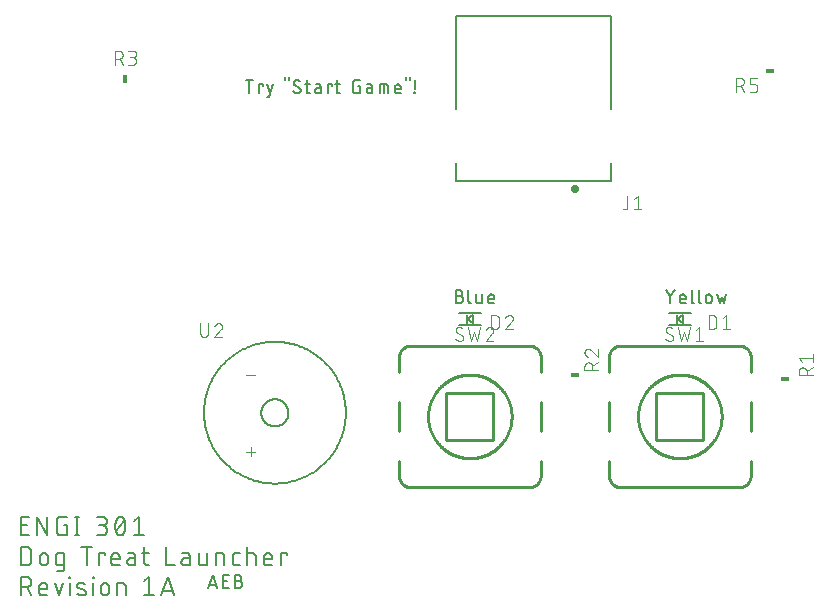
<source format=gbr>
G04 EAGLE Gerber RS-274X export*
G75*
%MOMM*%
%FSLAX34Y34*%
%LPD*%
%INSilkscreen Top*%
%IPPOS*%
%AMOC8*
5,1,8,0,0,1.08239X$1,22.5*%
G01*
%ADD10C,0.203200*%
%ADD11C,0.152400*%
%ADD12C,0.127000*%
%ADD13C,0.101600*%
%ADD14C,0.254000*%
%ADD15R,0.711200X0.406400*%
%ADD16C,0.300000*%
%ADD17R,0.406400X0.711200*%


D10*
X287415Y83566D02*
X280416Y83566D01*
X280416Y99314D01*
X287415Y99314D01*
X285665Y92315D02*
X280416Y92315D01*
X293927Y99314D02*
X293927Y83566D01*
X302676Y83566D02*
X293927Y99314D01*
X302676Y99314D02*
X302676Y83566D01*
X316725Y92315D02*
X319349Y92315D01*
X319349Y83566D01*
X314100Y83566D01*
X313983Y83568D01*
X313866Y83574D01*
X313750Y83584D01*
X313633Y83597D01*
X313518Y83615D01*
X313403Y83636D01*
X313289Y83661D01*
X313175Y83690D01*
X313063Y83723D01*
X312952Y83760D01*
X312842Y83800D01*
X312734Y83844D01*
X312627Y83891D01*
X312521Y83942D01*
X312418Y83997D01*
X312316Y84055D01*
X312217Y84116D01*
X312119Y84180D01*
X312024Y84248D01*
X311931Y84319D01*
X311840Y84393D01*
X311752Y84470D01*
X311667Y84550D01*
X311584Y84633D01*
X311504Y84718D01*
X311427Y84806D01*
X311353Y84897D01*
X311282Y84990D01*
X311214Y85085D01*
X311150Y85183D01*
X311089Y85282D01*
X311031Y85384D01*
X310976Y85487D01*
X310925Y85593D01*
X310878Y85700D01*
X310834Y85808D01*
X310794Y85918D01*
X310757Y86029D01*
X310724Y86141D01*
X310695Y86255D01*
X310670Y86369D01*
X310649Y86484D01*
X310631Y86599D01*
X310618Y86716D01*
X310608Y86832D01*
X310602Y86949D01*
X310600Y87066D01*
X310601Y87066D02*
X310601Y95814D01*
X310600Y95814D02*
X310602Y95931D01*
X310608Y96048D01*
X310618Y96164D01*
X310631Y96281D01*
X310649Y96396D01*
X310670Y96511D01*
X310695Y96625D01*
X310724Y96739D01*
X310757Y96851D01*
X310794Y96962D01*
X310834Y97072D01*
X310878Y97180D01*
X310925Y97287D01*
X310976Y97393D01*
X311031Y97496D01*
X311089Y97598D01*
X311150Y97697D01*
X311214Y97795D01*
X311282Y97890D01*
X311353Y97983D01*
X311427Y98074D01*
X311504Y98162D01*
X311584Y98247D01*
X311667Y98330D01*
X311752Y98410D01*
X311840Y98487D01*
X311931Y98561D01*
X312024Y98632D01*
X312119Y98700D01*
X312217Y98764D01*
X312316Y98825D01*
X312418Y98883D01*
X312521Y98938D01*
X312627Y98989D01*
X312734Y99036D01*
X312842Y99080D01*
X312952Y99120D01*
X313063Y99157D01*
X313175Y99190D01*
X313289Y99219D01*
X313403Y99244D01*
X313518Y99265D01*
X313633Y99283D01*
X313750Y99296D01*
X313866Y99306D01*
X313983Y99312D01*
X314100Y99314D01*
X319349Y99314D01*
X328001Y99314D02*
X328001Y83566D01*
X326251Y83566D02*
X329751Y83566D01*
X329751Y99314D02*
X326251Y99314D01*
X344468Y83566D02*
X348843Y83566D01*
X348974Y83568D01*
X349105Y83574D01*
X349235Y83584D01*
X349365Y83597D01*
X349495Y83615D01*
X349624Y83636D01*
X349752Y83662D01*
X349880Y83691D01*
X350007Y83724D01*
X350132Y83760D01*
X350257Y83801D01*
X350380Y83845D01*
X350502Y83893D01*
X350622Y83944D01*
X350741Y83999D01*
X350858Y84058D01*
X350973Y84120D01*
X351086Y84185D01*
X351198Y84254D01*
X351307Y84326D01*
X351414Y84401D01*
X351519Y84480D01*
X351621Y84561D01*
X351721Y84646D01*
X351818Y84734D01*
X351913Y84824D01*
X352005Y84917D01*
X352094Y85013D01*
X352180Y85112D01*
X352263Y85213D01*
X352343Y85316D01*
X352420Y85422D01*
X352493Y85530D01*
X352564Y85641D01*
X352631Y85753D01*
X352695Y85867D01*
X352755Y85983D01*
X352812Y86101D01*
X352865Y86221D01*
X352915Y86342D01*
X352961Y86465D01*
X353003Y86588D01*
X353041Y86713D01*
X353076Y86840D01*
X353107Y86967D01*
X353135Y87095D01*
X353158Y87223D01*
X353177Y87353D01*
X353193Y87483D01*
X353205Y87613D01*
X353213Y87744D01*
X353217Y87875D01*
X353217Y88005D01*
X353213Y88136D01*
X353205Y88267D01*
X353193Y88397D01*
X353177Y88527D01*
X353158Y88657D01*
X353135Y88785D01*
X353107Y88913D01*
X353076Y89040D01*
X353041Y89167D01*
X353003Y89292D01*
X352961Y89415D01*
X352915Y89538D01*
X352865Y89659D01*
X352812Y89779D01*
X352755Y89897D01*
X352695Y90013D01*
X352631Y90127D01*
X352564Y90239D01*
X352493Y90350D01*
X352420Y90458D01*
X352343Y90564D01*
X352263Y90667D01*
X352180Y90768D01*
X352094Y90867D01*
X352005Y90963D01*
X351913Y91056D01*
X351818Y91146D01*
X351721Y91234D01*
X351621Y91319D01*
X351519Y91400D01*
X351414Y91479D01*
X351307Y91554D01*
X351198Y91626D01*
X351086Y91695D01*
X350973Y91760D01*
X350858Y91822D01*
X350741Y91881D01*
X350622Y91936D01*
X350502Y91987D01*
X350380Y92035D01*
X350257Y92079D01*
X350132Y92120D01*
X350007Y92156D01*
X349880Y92189D01*
X349752Y92218D01*
X349624Y92244D01*
X349495Y92265D01*
X349365Y92283D01*
X349235Y92296D01*
X349105Y92306D01*
X348974Y92312D01*
X348843Y92314D01*
X349718Y99314D02*
X344468Y99314D01*
X349718Y99314D02*
X349836Y99312D01*
X349954Y99306D01*
X350072Y99296D01*
X350189Y99282D01*
X350306Y99264D01*
X350423Y99242D01*
X350538Y99217D01*
X350652Y99187D01*
X350766Y99153D01*
X350878Y99116D01*
X350989Y99075D01*
X351098Y99030D01*
X351206Y98982D01*
X351312Y98930D01*
X351417Y98874D01*
X351519Y98815D01*
X351619Y98753D01*
X351717Y98687D01*
X351813Y98618D01*
X351907Y98545D01*
X351998Y98470D01*
X352086Y98391D01*
X352172Y98310D01*
X352255Y98225D01*
X352335Y98138D01*
X352412Y98049D01*
X352486Y97956D01*
X352556Y97862D01*
X352624Y97765D01*
X352688Y97665D01*
X352749Y97564D01*
X352806Y97461D01*
X352860Y97355D01*
X352911Y97248D01*
X352957Y97140D01*
X353000Y97030D01*
X353039Y96918D01*
X353075Y96805D01*
X353106Y96691D01*
X353134Y96576D01*
X353158Y96461D01*
X353178Y96344D01*
X353194Y96227D01*
X353206Y96109D01*
X353214Y95991D01*
X353218Y95873D01*
X353218Y95755D01*
X353214Y95637D01*
X353206Y95519D01*
X353194Y95401D01*
X353178Y95284D01*
X353158Y95167D01*
X353134Y95052D01*
X353106Y94937D01*
X353075Y94823D01*
X353039Y94710D01*
X353000Y94598D01*
X352957Y94488D01*
X352911Y94380D01*
X352860Y94273D01*
X352806Y94167D01*
X352749Y94064D01*
X352688Y93963D01*
X352624Y93863D01*
X352556Y93766D01*
X352486Y93672D01*
X352412Y93579D01*
X352335Y93490D01*
X352255Y93403D01*
X352172Y93318D01*
X352086Y93237D01*
X351998Y93158D01*
X351907Y93083D01*
X351813Y93010D01*
X351717Y92941D01*
X351619Y92875D01*
X351519Y92813D01*
X351417Y92754D01*
X351312Y92698D01*
X351206Y92646D01*
X351098Y92598D01*
X350989Y92553D01*
X350878Y92512D01*
X350766Y92475D01*
X350652Y92441D01*
X350538Y92411D01*
X350423Y92386D01*
X350306Y92364D01*
X350189Y92346D01*
X350072Y92332D01*
X349954Y92322D01*
X349836Y92316D01*
X349718Y92314D01*
X349718Y92315D02*
X346218Y92315D01*
X360099Y91440D02*
X360103Y91750D01*
X360114Y92059D01*
X360132Y92369D01*
X360158Y92677D01*
X360191Y92985D01*
X360232Y93293D01*
X360280Y93599D01*
X360335Y93904D01*
X360397Y94207D01*
X360467Y94509D01*
X360544Y94809D01*
X360628Y95107D01*
X360719Y95403D01*
X360817Y95697D01*
X360922Y95989D01*
X361034Y96278D01*
X361153Y96564D01*
X361279Y96847D01*
X361411Y97127D01*
X361412Y97127D02*
X361450Y97232D01*
X361492Y97335D01*
X361537Y97437D01*
X361585Y97538D01*
X361637Y97636D01*
X361693Y97733D01*
X361751Y97828D01*
X361813Y97921D01*
X361878Y98011D01*
X361947Y98099D01*
X362018Y98185D01*
X362092Y98269D01*
X362169Y98349D01*
X362248Y98428D01*
X362331Y98503D01*
X362416Y98575D01*
X362503Y98645D01*
X362593Y98711D01*
X362684Y98774D01*
X362778Y98834D01*
X362874Y98891D01*
X362972Y98945D01*
X363072Y98995D01*
X363173Y99041D01*
X363276Y99084D01*
X363381Y99124D01*
X363486Y99160D01*
X363593Y99192D01*
X363701Y99220D01*
X363810Y99245D01*
X363919Y99266D01*
X364029Y99283D01*
X364140Y99297D01*
X364251Y99306D01*
X364362Y99312D01*
X364474Y99314D01*
X364586Y99312D01*
X364697Y99306D01*
X364808Y99297D01*
X364919Y99283D01*
X365029Y99266D01*
X365139Y99245D01*
X365247Y99220D01*
X365355Y99192D01*
X365462Y99160D01*
X365567Y99124D01*
X365672Y99084D01*
X365775Y99041D01*
X365876Y98995D01*
X365976Y98945D01*
X366074Y98891D01*
X366170Y98834D01*
X366264Y98774D01*
X366355Y98711D01*
X366445Y98645D01*
X366532Y98575D01*
X366617Y98503D01*
X366700Y98428D01*
X366779Y98349D01*
X366856Y98269D01*
X366930Y98185D01*
X367001Y98099D01*
X367070Y98011D01*
X367135Y97921D01*
X367197Y97828D01*
X367255Y97733D01*
X367311Y97636D01*
X367363Y97538D01*
X367411Y97437D01*
X367456Y97335D01*
X367498Y97232D01*
X367536Y97127D01*
X367668Y96847D01*
X367794Y96563D01*
X367913Y96277D01*
X368025Y95988D01*
X368130Y95697D01*
X368228Y95403D01*
X368319Y95107D01*
X368403Y94809D01*
X368480Y94509D01*
X368550Y94207D01*
X368612Y93903D01*
X368667Y93599D01*
X368715Y93293D01*
X368756Y92985D01*
X368789Y92677D01*
X368815Y92369D01*
X368833Y92059D01*
X368844Y91750D01*
X368848Y91440D01*
X360099Y91440D02*
X360103Y91130D01*
X360114Y90821D01*
X360132Y90511D01*
X360158Y90203D01*
X360191Y89895D01*
X360232Y89587D01*
X360280Y89281D01*
X360335Y88976D01*
X360397Y88673D01*
X360467Y88371D01*
X360544Y88071D01*
X360628Y87773D01*
X360719Y87477D01*
X360817Y87183D01*
X360922Y86891D01*
X361034Y86602D01*
X361153Y86316D01*
X361279Y86033D01*
X361411Y85753D01*
X361412Y85753D02*
X361450Y85648D01*
X361492Y85545D01*
X361537Y85443D01*
X361585Y85342D01*
X361637Y85244D01*
X361693Y85147D01*
X361751Y85052D01*
X361813Y84959D01*
X361878Y84869D01*
X361947Y84781D01*
X362018Y84695D01*
X362092Y84611D01*
X362169Y84531D01*
X362248Y84452D01*
X362331Y84377D01*
X362416Y84305D01*
X362503Y84235D01*
X362593Y84169D01*
X362684Y84106D01*
X362778Y84046D01*
X362874Y83989D01*
X362972Y83935D01*
X363072Y83885D01*
X363173Y83839D01*
X363276Y83796D01*
X363381Y83756D01*
X363486Y83720D01*
X363593Y83688D01*
X363701Y83660D01*
X363810Y83635D01*
X363919Y83614D01*
X364029Y83597D01*
X364140Y83583D01*
X364251Y83574D01*
X364362Y83568D01*
X364474Y83566D01*
X367537Y85753D02*
X367669Y86033D01*
X367795Y86316D01*
X367914Y86602D01*
X368026Y86891D01*
X368131Y87183D01*
X368229Y87477D01*
X368320Y87773D01*
X368404Y88071D01*
X368481Y88371D01*
X368551Y88673D01*
X368613Y88976D01*
X368668Y89281D01*
X368716Y89587D01*
X368757Y89895D01*
X368790Y90203D01*
X368816Y90511D01*
X368834Y90821D01*
X368845Y91130D01*
X368849Y91440D01*
X367536Y85753D02*
X367498Y85648D01*
X367456Y85545D01*
X367411Y85443D01*
X367363Y85342D01*
X367311Y85244D01*
X367255Y85147D01*
X367197Y85052D01*
X367135Y84959D01*
X367070Y84869D01*
X367001Y84781D01*
X366930Y84695D01*
X366856Y84611D01*
X366779Y84531D01*
X366700Y84452D01*
X366617Y84377D01*
X366532Y84305D01*
X366445Y84235D01*
X366355Y84169D01*
X366264Y84106D01*
X366170Y84046D01*
X366074Y83989D01*
X365976Y83935D01*
X365876Y83885D01*
X365775Y83839D01*
X365672Y83796D01*
X365567Y83756D01*
X365462Y83720D01*
X365355Y83688D01*
X365247Y83660D01*
X365138Y83635D01*
X365029Y83614D01*
X364919Y83597D01*
X364808Y83583D01*
X364697Y83574D01*
X364586Y83568D01*
X364474Y83566D01*
X360974Y87066D02*
X367973Y95814D01*
X375731Y95814D02*
X380105Y99314D01*
X380105Y83566D01*
X375731Y83566D02*
X384480Y83566D01*
X280416Y73914D02*
X280416Y58166D01*
X280416Y73914D02*
X284790Y73914D01*
X284920Y73912D01*
X285049Y73906D01*
X285178Y73897D01*
X285307Y73883D01*
X285436Y73866D01*
X285564Y73845D01*
X285691Y73820D01*
X285817Y73792D01*
X285943Y73759D01*
X286067Y73723D01*
X286191Y73684D01*
X286313Y73640D01*
X286434Y73593D01*
X286553Y73543D01*
X286671Y73489D01*
X286787Y73431D01*
X286902Y73370D01*
X287014Y73306D01*
X287125Y73239D01*
X287234Y73168D01*
X287340Y73094D01*
X287444Y73017D01*
X287546Y72937D01*
X287645Y72853D01*
X287742Y72767D01*
X287837Y72678D01*
X287928Y72587D01*
X288017Y72492D01*
X288103Y72395D01*
X288187Y72296D01*
X288267Y72194D01*
X288344Y72090D01*
X288418Y71984D01*
X288489Y71875D01*
X288556Y71764D01*
X288620Y71652D01*
X288681Y71537D01*
X288739Y71421D01*
X288793Y71303D01*
X288843Y71184D01*
X288890Y71063D01*
X288934Y70941D01*
X288973Y70817D01*
X289009Y70693D01*
X289042Y70567D01*
X289070Y70441D01*
X289095Y70314D01*
X289116Y70186D01*
X289133Y70057D01*
X289147Y69928D01*
X289156Y69799D01*
X289162Y69670D01*
X289164Y69540D01*
X289165Y69540D02*
X289165Y62540D01*
X289164Y62540D02*
X289162Y62410D01*
X289156Y62281D01*
X289147Y62152D01*
X289133Y62023D01*
X289116Y61894D01*
X289095Y61766D01*
X289070Y61639D01*
X289042Y61513D01*
X289009Y61387D01*
X288973Y61263D01*
X288934Y61139D01*
X288890Y61017D01*
X288843Y60896D01*
X288793Y60777D01*
X288739Y60659D01*
X288681Y60543D01*
X288620Y60428D01*
X288556Y60316D01*
X288489Y60205D01*
X288418Y60096D01*
X288344Y59990D01*
X288267Y59886D01*
X288187Y59784D01*
X288103Y59685D01*
X288017Y59588D01*
X287928Y59493D01*
X287837Y59402D01*
X287742Y59313D01*
X287645Y59227D01*
X287546Y59143D01*
X287444Y59063D01*
X287340Y58986D01*
X287234Y58912D01*
X287125Y58841D01*
X287014Y58774D01*
X286902Y58710D01*
X286787Y58649D01*
X286671Y58591D01*
X286553Y58537D01*
X286434Y58487D01*
X286313Y58440D01*
X286191Y58396D01*
X286067Y58357D01*
X285943Y58321D01*
X285817Y58288D01*
X285691Y58260D01*
X285564Y58235D01*
X285436Y58214D01*
X285307Y58197D01*
X285178Y58183D01*
X285049Y58174D01*
X284920Y58168D01*
X284790Y58166D01*
X280416Y58166D01*
X296401Y61666D02*
X296401Y65165D01*
X296403Y65283D01*
X296409Y65401D01*
X296419Y65519D01*
X296433Y65636D01*
X296451Y65753D01*
X296473Y65870D01*
X296498Y65985D01*
X296528Y66099D01*
X296562Y66213D01*
X296599Y66325D01*
X296640Y66436D01*
X296685Y66545D01*
X296733Y66653D01*
X296785Y66759D01*
X296841Y66864D01*
X296900Y66966D01*
X296962Y67066D01*
X297028Y67164D01*
X297097Y67260D01*
X297170Y67354D01*
X297245Y67445D01*
X297324Y67533D01*
X297405Y67619D01*
X297490Y67702D01*
X297577Y67782D01*
X297666Y67859D01*
X297759Y67933D01*
X297853Y68003D01*
X297950Y68071D01*
X298050Y68135D01*
X298151Y68196D01*
X298254Y68253D01*
X298360Y68307D01*
X298467Y68358D01*
X298575Y68404D01*
X298685Y68447D01*
X298797Y68486D01*
X298910Y68522D01*
X299024Y68553D01*
X299139Y68581D01*
X299254Y68605D01*
X299371Y68625D01*
X299488Y68641D01*
X299606Y68653D01*
X299724Y68661D01*
X299842Y68665D01*
X299960Y68665D01*
X300078Y68661D01*
X300196Y68653D01*
X300314Y68641D01*
X300431Y68625D01*
X300548Y68605D01*
X300663Y68581D01*
X300778Y68553D01*
X300892Y68522D01*
X301005Y68486D01*
X301117Y68447D01*
X301227Y68404D01*
X301335Y68358D01*
X301442Y68307D01*
X301548Y68253D01*
X301651Y68196D01*
X301752Y68135D01*
X301852Y68071D01*
X301949Y68003D01*
X302043Y67933D01*
X302136Y67859D01*
X302225Y67782D01*
X302312Y67702D01*
X302397Y67619D01*
X302478Y67533D01*
X302557Y67445D01*
X302632Y67354D01*
X302705Y67260D01*
X302774Y67164D01*
X302840Y67066D01*
X302902Y66966D01*
X302961Y66864D01*
X303017Y66759D01*
X303069Y66653D01*
X303117Y66545D01*
X303162Y66436D01*
X303203Y66325D01*
X303240Y66213D01*
X303274Y66099D01*
X303304Y65985D01*
X303329Y65870D01*
X303351Y65753D01*
X303369Y65636D01*
X303383Y65519D01*
X303393Y65401D01*
X303399Y65283D01*
X303401Y65165D01*
X303400Y65165D02*
X303400Y61666D01*
X303401Y61666D02*
X303399Y61548D01*
X303393Y61430D01*
X303383Y61312D01*
X303369Y61195D01*
X303351Y61078D01*
X303329Y60961D01*
X303304Y60846D01*
X303274Y60732D01*
X303240Y60618D01*
X303203Y60506D01*
X303162Y60395D01*
X303117Y60286D01*
X303069Y60178D01*
X303017Y60072D01*
X302961Y59967D01*
X302902Y59865D01*
X302840Y59765D01*
X302774Y59667D01*
X302705Y59571D01*
X302632Y59477D01*
X302557Y59386D01*
X302478Y59298D01*
X302397Y59212D01*
X302312Y59129D01*
X302225Y59049D01*
X302136Y58972D01*
X302043Y58898D01*
X301949Y58828D01*
X301852Y58760D01*
X301752Y58696D01*
X301651Y58635D01*
X301548Y58578D01*
X301442Y58524D01*
X301335Y58473D01*
X301227Y58427D01*
X301117Y58384D01*
X301005Y58345D01*
X300892Y58309D01*
X300778Y58278D01*
X300663Y58250D01*
X300548Y58226D01*
X300431Y58206D01*
X300314Y58190D01*
X300196Y58178D01*
X300078Y58170D01*
X299960Y58166D01*
X299842Y58166D01*
X299724Y58170D01*
X299606Y58178D01*
X299488Y58190D01*
X299371Y58206D01*
X299254Y58226D01*
X299139Y58250D01*
X299024Y58278D01*
X298910Y58309D01*
X298797Y58345D01*
X298685Y58384D01*
X298575Y58427D01*
X298467Y58473D01*
X298360Y58524D01*
X298254Y58578D01*
X298151Y58635D01*
X298050Y58696D01*
X297950Y58760D01*
X297853Y58828D01*
X297759Y58898D01*
X297666Y58972D01*
X297577Y59049D01*
X297490Y59129D01*
X297405Y59212D01*
X297324Y59298D01*
X297245Y59386D01*
X297170Y59477D01*
X297097Y59571D01*
X297028Y59667D01*
X296962Y59765D01*
X296900Y59865D01*
X296841Y59967D01*
X296785Y60072D01*
X296733Y60178D01*
X296685Y60286D01*
X296640Y60395D01*
X296599Y60506D01*
X296562Y60618D01*
X296528Y60732D01*
X296498Y60846D01*
X296473Y60961D01*
X296451Y61078D01*
X296433Y61195D01*
X296419Y61312D01*
X296409Y61430D01*
X296403Y61548D01*
X296401Y61666D01*
X312485Y58166D02*
X316859Y58166D01*
X312485Y58166D02*
X312384Y58168D01*
X312284Y58174D01*
X312184Y58183D01*
X312084Y58197D01*
X311985Y58214D01*
X311887Y58235D01*
X311789Y58260D01*
X311693Y58288D01*
X311598Y58321D01*
X311504Y58356D01*
X311411Y58396D01*
X311320Y58439D01*
X311231Y58485D01*
X311144Y58535D01*
X311058Y58588D01*
X310975Y58644D01*
X310894Y58703D01*
X310815Y58766D01*
X310739Y58831D01*
X310665Y58900D01*
X310594Y58971D01*
X310525Y59045D01*
X310460Y59121D01*
X310397Y59200D01*
X310338Y59281D01*
X310282Y59364D01*
X310229Y59450D01*
X310179Y59537D01*
X310133Y59626D01*
X310090Y59717D01*
X310050Y59810D01*
X310015Y59904D01*
X309982Y59999D01*
X309954Y60095D01*
X309929Y60193D01*
X309908Y60291D01*
X309891Y60390D01*
X309877Y60490D01*
X309868Y60590D01*
X309862Y60690D01*
X309860Y60791D01*
X309860Y66040D01*
X309862Y66141D01*
X309868Y66241D01*
X309877Y66341D01*
X309891Y66441D01*
X309908Y66540D01*
X309929Y66638D01*
X309954Y66736D01*
X309982Y66832D01*
X310015Y66927D01*
X310050Y67021D01*
X310090Y67114D01*
X310133Y67205D01*
X310179Y67294D01*
X310229Y67381D01*
X310282Y67467D01*
X310338Y67550D01*
X310397Y67631D01*
X310460Y67710D01*
X310525Y67786D01*
X310594Y67860D01*
X310665Y67931D01*
X310739Y68000D01*
X310815Y68065D01*
X310894Y68128D01*
X310975Y68187D01*
X311058Y68243D01*
X311144Y68296D01*
X311231Y68346D01*
X311320Y68392D01*
X311411Y68435D01*
X311504Y68475D01*
X311598Y68511D01*
X311693Y68543D01*
X311789Y68571D01*
X311887Y68596D01*
X311985Y68617D01*
X312084Y68634D01*
X312184Y68648D01*
X312284Y68657D01*
X312384Y68663D01*
X312485Y68665D01*
X316859Y68665D01*
X316859Y55541D01*
X316857Y55440D01*
X316851Y55340D01*
X316842Y55240D01*
X316828Y55140D01*
X316811Y55041D01*
X316790Y54943D01*
X316765Y54845D01*
X316737Y54749D01*
X316704Y54654D01*
X316669Y54560D01*
X316629Y54467D01*
X316586Y54376D01*
X316540Y54287D01*
X316490Y54200D01*
X316437Y54114D01*
X316381Y54031D01*
X316322Y53950D01*
X316259Y53871D01*
X316194Y53795D01*
X316125Y53721D01*
X316054Y53650D01*
X315980Y53581D01*
X315904Y53516D01*
X315825Y53453D01*
X315744Y53394D01*
X315661Y53338D01*
X315575Y53285D01*
X315488Y53235D01*
X315399Y53189D01*
X315308Y53146D01*
X315215Y53106D01*
X315121Y53071D01*
X315026Y53038D01*
X314930Y53010D01*
X314832Y52985D01*
X314734Y52964D01*
X314635Y52947D01*
X314535Y52933D01*
X314435Y52924D01*
X314335Y52918D01*
X314234Y52916D01*
X314234Y52917D02*
X310735Y52917D01*
X335852Y58166D02*
X335852Y73914D01*
X331478Y73914D02*
X340227Y73914D01*
X346523Y68665D02*
X346523Y58166D01*
X346523Y68665D02*
X351772Y68665D01*
X351772Y66915D01*
X359466Y58166D02*
X363841Y58166D01*
X359466Y58166D02*
X359365Y58168D01*
X359265Y58174D01*
X359165Y58183D01*
X359065Y58197D01*
X358966Y58214D01*
X358868Y58235D01*
X358770Y58260D01*
X358674Y58288D01*
X358579Y58321D01*
X358485Y58356D01*
X358392Y58396D01*
X358301Y58439D01*
X358212Y58485D01*
X358125Y58535D01*
X358039Y58588D01*
X357956Y58644D01*
X357875Y58703D01*
X357796Y58766D01*
X357720Y58831D01*
X357646Y58900D01*
X357575Y58971D01*
X357506Y59045D01*
X357441Y59121D01*
X357378Y59200D01*
X357319Y59281D01*
X357263Y59364D01*
X357210Y59450D01*
X357160Y59537D01*
X357114Y59626D01*
X357071Y59717D01*
X357031Y59810D01*
X356996Y59904D01*
X356963Y59999D01*
X356935Y60095D01*
X356910Y60193D01*
X356889Y60291D01*
X356872Y60390D01*
X356858Y60490D01*
X356849Y60590D01*
X356843Y60690D01*
X356841Y60791D01*
X356842Y60791D02*
X356842Y65165D01*
X356841Y65165D02*
X356843Y65283D01*
X356849Y65401D01*
X356859Y65519D01*
X356873Y65636D01*
X356891Y65753D01*
X356913Y65870D01*
X356938Y65985D01*
X356968Y66099D01*
X357002Y66213D01*
X357039Y66325D01*
X357080Y66436D01*
X357125Y66545D01*
X357173Y66653D01*
X357225Y66759D01*
X357281Y66864D01*
X357340Y66966D01*
X357402Y67066D01*
X357468Y67164D01*
X357537Y67260D01*
X357610Y67354D01*
X357685Y67445D01*
X357764Y67533D01*
X357845Y67619D01*
X357930Y67702D01*
X358017Y67782D01*
X358106Y67859D01*
X358199Y67933D01*
X358293Y68003D01*
X358390Y68071D01*
X358490Y68135D01*
X358591Y68196D01*
X358694Y68253D01*
X358800Y68307D01*
X358907Y68358D01*
X359015Y68404D01*
X359125Y68447D01*
X359237Y68486D01*
X359350Y68522D01*
X359464Y68553D01*
X359579Y68581D01*
X359694Y68605D01*
X359811Y68625D01*
X359928Y68641D01*
X360046Y68653D01*
X360164Y68661D01*
X360282Y68665D01*
X360400Y68665D01*
X360518Y68661D01*
X360636Y68653D01*
X360754Y68641D01*
X360871Y68625D01*
X360988Y68605D01*
X361103Y68581D01*
X361218Y68553D01*
X361332Y68522D01*
X361445Y68486D01*
X361557Y68447D01*
X361667Y68404D01*
X361775Y68358D01*
X361882Y68307D01*
X361988Y68253D01*
X362091Y68196D01*
X362192Y68135D01*
X362292Y68071D01*
X362389Y68003D01*
X362483Y67933D01*
X362576Y67859D01*
X362665Y67782D01*
X362752Y67702D01*
X362837Y67619D01*
X362918Y67533D01*
X362997Y67445D01*
X363072Y67354D01*
X363145Y67260D01*
X363214Y67164D01*
X363280Y67066D01*
X363342Y66966D01*
X363401Y66864D01*
X363457Y66759D01*
X363509Y66653D01*
X363557Y66545D01*
X363602Y66436D01*
X363643Y66325D01*
X363680Y66213D01*
X363714Y66099D01*
X363744Y65985D01*
X363769Y65870D01*
X363791Y65753D01*
X363809Y65636D01*
X363823Y65519D01*
X363833Y65401D01*
X363839Y65283D01*
X363841Y65165D01*
X363841Y63415D01*
X356842Y63415D01*
X373363Y64290D02*
X377300Y64290D01*
X373363Y64290D02*
X373254Y64288D01*
X373145Y64282D01*
X373036Y64272D01*
X372927Y64259D01*
X372819Y64241D01*
X372712Y64220D01*
X372606Y64195D01*
X372500Y64166D01*
X372396Y64133D01*
X372293Y64097D01*
X372191Y64057D01*
X372091Y64013D01*
X371992Y63966D01*
X371896Y63915D01*
X371801Y63861D01*
X371708Y63804D01*
X371617Y63743D01*
X371528Y63679D01*
X371442Y63612D01*
X371358Y63542D01*
X371276Y63469D01*
X371198Y63393D01*
X371122Y63315D01*
X371049Y63233D01*
X370979Y63149D01*
X370912Y63063D01*
X370848Y62974D01*
X370787Y62883D01*
X370730Y62790D01*
X370676Y62695D01*
X370625Y62599D01*
X370578Y62500D01*
X370534Y62400D01*
X370494Y62298D01*
X370458Y62195D01*
X370425Y62091D01*
X370396Y61985D01*
X370371Y61879D01*
X370350Y61772D01*
X370332Y61664D01*
X370319Y61555D01*
X370309Y61446D01*
X370303Y61337D01*
X370301Y61228D01*
X370303Y61119D01*
X370309Y61010D01*
X370319Y60901D01*
X370332Y60792D01*
X370350Y60684D01*
X370371Y60577D01*
X370396Y60471D01*
X370425Y60365D01*
X370458Y60261D01*
X370494Y60158D01*
X370534Y60056D01*
X370578Y59956D01*
X370625Y59857D01*
X370676Y59761D01*
X370730Y59666D01*
X370787Y59573D01*
X370848Y59482D01*
X370912Y59393D01*
X370979Y59307D01*
X371049Y59223D01*
X371122Y59141D01*
X371198Y59063D01*
X371276Y58987D01*
X371358Y58914D01*
X371442Y58844D01*
X371528Y58777D01*
X371617Y58713D01*
X371708Y58652D01*
X371801Y58595D01*
X371896Y58541D01*
X371992Y58490D01*
X372091Y58443D01*
X372191Y58399D01*
X372293Y58359D01*
X372396Y58323D01*
X372500Y58290D01*
X372606Y58261D01*
X372712Y58236D01*
X372819Y58215D01*
X372927Y58197D01*
X373036Y58184D01*
X373145Y58174D01*
X373254Y58168D01*
X373363Y58166D01*
X377300Y58166D01*
X377300Y66040D01*
X377298Y66141D01*
X377292Y66241D01*
X377283Y66341D01*
X377269Y66441D01*
X377252Y66540D01*
X377231Y66638D01*
X377206Y66736D01*
X377178Y66832D01*
X377145Y66927D01*
X377110Y67021D01*
X377070Y67114D01*
X377027Y67205D01*
X376981Y67294D01*
X376931Y67381D01*
X376878Y67467D01*
X376822Y67550D01*
X376763Y67631D01*
X376700Y67710D01*
X376635Y67786D01*
X376566Y67860D01*
X376495Y67931D01*
X376421Y68000D01*
X376345Y68065D01*
X376266Y68128D01*
X376185Y68187D01*
X376102Y68243D01*
X376016Y68296D01*
X375929Y68346D01*
X375840Y68392D01*
X375749Y68435D01*
X375656Y68475D01*
X375562Y68510D01*
X375467Y68543D01*
X375371Y68571D01*
X375273Y68596D01*
X375175Y68617D01*
X375076Y68634D01*
X374976Y68648D01*
X374876Y68657D01*
X374776Y68663D01*
X374675Y68665D01*
X371176Y68665D01*
X383108Y68665D02*
X388357Y68665D01*
X384858Y73914D02*
X384858Y60791D01*
X384857Y60791D02*
X384859Y60690D01*
X384865Y60590D01*
X384874Y60490D01*
X384888Y60390D01*
X384905Y60291D01*
X384926Y60193D01*
X384951Y60095D01*
X384979Y59999D01*
X385012Y59904D01*
X385047Y59810D01*
X385087Y59717D01*
X385130Y59626D01*
X385176Y59537D01*
X385226Y59450D01*
X385279Y59364D01*
X385335Y59281D01*
X385394Y59200D01*
X385457Y59121D01*
X385522Y59045D01*
X385591Y58971D01*
X385662Y58900D01*
X385736Y58831D01*
X385812Y58766D01*
X385891Y58703D01*
X385972Y58644D01*
X386055Y58588D01*
X386141Y58535D01*
X386228Y58485D01*
X386317Y58439D01*
X386408Y58396D01*
X386501Y58356D01*
X386595Y58321D01*
X386690Y58288D01*
X386786Y58260D01*
X386884Y58235D01*
X386982Y58214D01*
X387081Y58197D01*
X387181Y58183D01*
X387281Y58174D01*
X387381Y58168D01*
X387482Y58166D01*
X388357Y58166D01*
X403417Y58166D02*
X403417Y73914D01*
X403417Y58166D02*
X410417Y58166D01*
X419214Y64290D02*
X423151Y64290D01*
X419214Y64290D02*
X419105Y64288D01*
X418996Y64282D01*
X418887Y64272D01*
X418778Y64259D01*
X418670Y64241D01*
X418563Y64220D01*
X418457Y64195D01*
X418351Y64166D01*
X418247Y64133D01*
X418144Y64097D01*
X418042Y64057D01*
X417942Y64013D01*
X417843Y63966D01*
X417747Y63915D01*
X417652Y63861D01*
X417559Y63804D01*
X417468Y63743D01*
X417379Y63679D01*
X417293Y63612D01*
X417209Y63542D01*
X417127Y63469D01*
X417049Y63393D01*
X416973Y63315D01*
X416900Y63233D01*
X416830Y63149D01*
X416763Y63063D01*
X416699Y62974D01*
X416638Y62883D01*
X416581Y62790D01*
X416527Y62695D01*
X416476Y62599D01*
X416429Y62500D01*
X416385Y62400D01*
X416345Y62298D01*
X416309Y62195D01*
X416276Y62091D01*
X416247Y61985D01*
X416222Y61879D01*
X416201Y61772D01*
X416183Y61664D01*
X416170Y61555D01*
X416160Y61446D01*
X416154Y61337D01*
X416152Y61228D01*
X416154Y61119D01*
X416160Y61010D01*
X416170Y60901D01*
X416183Y60792D01*
X416201Y60684D01*
X416222Y60577D01*
X416247Y60471D01*
X416276Y60365D01*
X416309Y60261D01*
X416345Y60158D01*
X416385Y60056D01*
X416429Y59956D01*
X416476Y59857D01*
X416527Y59761D01*
X416581Y59666D01*
X416638Y59573D01*
X416699Y59482D01*
X416763Y59393D01*
X416830Y59307D01*
X416900Y59223D01*
X416973Y59141D01*
X417049Y59063D01*
X417127Y58987D01*
X417209Y58914D01*
X417293Y58844D01*
X417379Y58777D01*
X417468Y58713D01*
X417559Y58652D01*
X417652Y58595D01*
X417747Y58541D01*
X417843Y58490D01*
X417942Y58443D01*
X418042Y58399D01*
X418144Y58359D01*
X418247Y58323D01*
X418351Y58290D01*
X418457Y58261D01*
X418563Y58236D01*
X418670Y58215D01*
X418778Y58197D01*
X418887Y58184D01*
X418996Y58174D01*
X419105Y58168D01*
X419214Y58166D01*
X423151Y58166D01*
X423151Y66040D01*
X423152Y66040D02*
X423150Y66141D01*
X423144Y66241D01*
X423135Y66341D01*
X423121Y66441D01*
X423104Y66540D01*
X423083Y66638D01*
X423058Y66736D01*
X423030Y66832D01*
X422997Y66927D01*
X422962Y67021D01*
X422922Y67114D01*
X422879Y67205D01*
X422833Y67294D01*
X422783Y67381D01*
X422730Y67467D01*
X422674Y67550D01*
X422615Y67631D01*
X422552Y67710D01*
X422487Y67786D01*
X422418Y67860D01*
X422347Y67931D01*
X422273Y68000D01*
X422197Y68065D01*
X422118Y68128D01*
X422037Y68187D01*
X421954Y68243D01*
X421868Y68296D01*
X421781Y68346D01*
X421692Y68392D01*
X421601Y68435D01*
X421508Y68475D01*
X421414Y68510D01*
X421319Y68543D01*
X421223Y68571D01*
X421125Y68596D01*
X421027Y68617D01*
X420928Y68634D01*
X420828Y68648D01*
X420728Y68657D01*
X420628Y68663D01*
X420527Y68665D01*
X417027Y68665D01*
X430830Y68665D02*
X430830Y60791D01*
X430829Y60791D02*
X430831Y60690D01*
X430837Y60590D01*
X430846Y60490D01*
X430860Y60390D01*
X430877Y60291D01*
X430898Y60193D01*
X430923Y60095D01*
X430951Y59999D01*
X430984Y59904D01*
X431019Y59810D01*
X431059Y59717D01*
X431102Y59626D01*
X431148Y59537D01*
X431198Y59450D01*
X431251Y59364D01*
X431307Y59281D01*
X431366Y59200D01*
X431429Y59121D01*
X431494Y59045D01*
X431563Y58971D01*
X431634Y58900D01*
X431708Y58831D01*
X431784Y58766D01*
X431863Y58703D01*
X431944Y58644D01*
X432027Y58588D01*
X432113Y58535D01*
X432200Y58485D01*
X432289Y58439D01*
X432380Y58396D01*
X432473Y58356D01*
X432567Y58321D01*
X432662Y58288D01*
X432758Y58260D01*
X432856Y58235D01*
X432954Y58214D01*
X433053Y58197D01*
X433153Y58183D01*
X433253Y58174D01*
X433353Y58168D01*
X433454Y58166D01*
X437829Y58166D01*
X437829Y68665D01*
X445419Y68665D02*
X445419Y58166D01*
X445419Y68665D02*
X449793Y68665D01*
X449894Y68663D01*
X449994Y68657D01*
X450094Y68648D01*
X450194Y68634D01*
X450293Y68617D01*
X450391Y68596D01*
X450489Y68571D01*
X450585Y68543D01*
X450680Y68510D01*
X450774Y68475D01*
X450867Y68435D01*
X450958Y68392D01*
X451047Y68346D01*
X451134Y68296D01*
X451220Y68243D01*
X451303Y68187D01*
X451384Y68128D01*
X451463Y68065D01*
X451539Y68000D01*
X451613Y67931D01*
X451684Y67860D01*
X451753Y67786D01*
X451818Y67710D01*
X451881Y67631D01*
X451940Y67550D01*
X451996Y67467D01*
X452049Y67381D01*
X452099Y67294D01*
X452145Y67205D01*
X452188Y67114D01*
X452228Y67021D01*
X452263Y66927D01*
X452296Y66832D01*
X452324Y66736D01*
X452349Y66638D01*
X452370Y66540D01*
X452387Y66441D01*
X452401Y66341D01*
X452410Y66241D01*
X452416Y66141D01*
X452418Y66040D01*
X452418Y58166D01*
X462133Y58166D02*
X465632Y58166D01*
X462133Y58166D02*
X462032Y58168D01*
X461932Y58174D01*
X461832Y58183D01*
X461732Y58197D01*
X461633Y58214D01*
X461535Y58235D01*
X461437Y58260D01*
X461341Y58288D01*
X461246Y58321D01*
X461152Y58356D01*
X461059Y58396D01*
X460968Y58439D01*
X460879Y58485D01*
X460792Y58535D01*
X460706Y58588D01*
X460623Y58644D01*
X460542Y58703D01*
X460463Y58766D01*
X460387Y58831D01*
X460313Y58900D01*
X460242Y58971D01*
X460173Y59045D01*
X460108Y59121D01*
X460045Y59200D01*
X459986Y59281D01*
X459930Y59364D01*
X459877Y59450D01*
X459827Y59537D01*
X459781Y59626D01*
X459738Y59717D01*
X459698Y59810D01*
X459663Y59904D01*
X459630Y59999D01*
X459602Y60095D01*
X459577Y60193D01*
X459556Y60291D01*
X459539Y60390D01*
X459525Y60490D01*
X459516Y60590D01*
X459510Y60690D01*
X459508Y60791D01*
X459508Y66040D01*
X459510Y66141D01*
X459516Y66241D01*
X459525Y66341D01*
X459539Y66441D01*
X459556Y66540D01*
X459577Y66638D01*
X459602Y66736D01*
X459630Y66832D01*
X459663Y66927D01*
X459698Y67021D01*
X459738Y67114D01*
X459781Y67205D01*
X459827Y67294D01*
X459877Y67381D01*
X459930Y67467D01*
X459986Y67550D01*
X460045Y67631D01*
X460108Y67710D01*
X460173Y67786D01*
X460242Y67860D01*
X460313Y67931D01*
X460387Y68000D01*
X460463Y68065D01*
X460542Y68128D01*
X460623Y68187D01*
X460706Y68243D01*
X460792Y68296D01*
X460879Y68346D01*
X460968Y68392D01*
X461059Y68435D01*
X461152Y68475D01*
X461246Y68511D01*
X461341Y68543D01*
X461437Y68571D01*
X461535Y68596D01*
X461633Y68617D01*
X461732Y68634D01*
X461832Y68648D01*
X461932Y68657D01*
X462032Y68663D01*
X462133Y68665D01*
X465632Y68665D01*
X471992Y73914D02*
X471992Y58166D01*
X471992Y68665D02*
X476366Y68665D01*
X476467Y68663D01*
X476567Y68657D01*
X476667Y68648D01*
X476767Y68634D01*
X476866Y68617D01*
X476964Y68596D01*
X477062Y68571D01*
X477158Y68543D01*
X477253Y68510D01*
X477347Y68475D01*
X477440Y68435D01*
X477531Y68392D01*
X477620Y68346D01*
X477707Y68296D01*
X477793Y68243D01*
X477876Y68187D01*
X477957Y68128D01*
X478036Y68065D01*
X478112Y68000D01*
X478186Y67931D01*
X478257Y67860D01*
X478326Y67786D01*
X478391Y67710D01*
X478454Y67631D01*
X478513Y67550D01*
X478569Y67467D01*
X478622Y67381D01*
X478672Y67294D01*
X478718Y67205D01*
X478761Y67114D01*
X478801Y67021D01*
X478836Y66927D01*
X478869Y66832D01*
X478897Y66736D01*
X478922Y66638D01*
X478943Y66540D01*
X478960Y66441D01*
X478974Y66341D01*
X478983Y66241D01*
X478989Y66141D01*
X478991Y66040D01*
X478991Y58166D01*
X488685Y58166D02*
X493059Y58166D01*
X488685Y58166D02*
X488584Y58168D01*
X488484Y58174D01*
X488384Y58183D01*
X488284Y58197D01*
X488185Y58214D01*
X488087Y58235D01*
X487989Y58260D01*
X487893Y58288D01*
X487798Y58321D01*
X487704Y58356D01*
X487611Y58396D01*
X487520Y58439D01*
X487431Y58485D01*
X487344Y58535D01*
X487258Y58588D01*
X487175Y58644D01*
X487094Y58703D01*
X487015Y58766D01*
X486939Y58831D01*
X486865Y58900D01*
X486794Y58971D01*
X486725Y59045D01*
X486660Y59121D01*
X486597Y59200D01*
X486538Y59281D01*
X486482Y59364D01*
X486429Y59450D01*
X486379Y59537D01*
X486333Y59626D01*
X486290Y59717D01*
X486250Y59810D01*
X486215Y59904D01*
X486182Y59999D01*
X486154Y60095D01*
X486129Y60193D01*
X486108Y60291D01*
X486091Y60390D01*
X486077Y60490D01*
X486068Y60590D01*
X486062Y60690D01*
X486060Y60791D01*
X486060Y65165D01*
X486059Y65165D02*
X486061Y65283D01*
X486067Y65401D01*
X486077Y65519D01*
X486091Y65636D01*
X486109Y65753D01*
X486131Y65870D01*
X486156Y65985D01*
X486186Y66099D01*
X486220Y66213D01*
X486257Y66325D01*
X486298Y66436D01*
X486343Y66545D01*
X486391Y66653D01*
X486443Y66759D01*
X486499Y66864D01*
X486558Y66966D01*
X486620Y67066D01*
X486686Y67164D01*
X486755Y67260D01*
X486828Y67354D01*
X486903Y67445D01*
X486982Y67533D01*
X487063Y67619D01*
X487148Y67702D01*
X487235Y67782D01*
X487324Y67859D01*
X487417Y67933D01*
X487511Y68003D01*
X487608Y68071D01*
X487708Y68135D01*
X487809Y68196D01*
X487912Y68253D01*
X488018Y68307D01*
X488125Y68358D01*
X488233Y68404D01*
X488343Y68447D01*
X488455Y68486D01*
X488568Y68522D01*
X488682Y68553D01*
X488797Y68581D01*
X488912Y68605D01*
X489029Y68625D01*
X489146Y68641D01*
X489264Y68653D01*
X489382Y68661D01*
X489500Y68665D01*
X489618Y68665D01*
X489736Y68661D01*
X489854Y68653D01*
X489972Y68641D01*
X490089Y68625D01*
X490206Y68605D01*
X490321Y68581D01*
X490436Y68553D01*
X490550Y68522D01*
X490663Y68486D01*
X490775Y68447D01*
X490885Y68404D01*
X490993Y68358D01*
X491100Y68307D01*
X491206Y68253D01*
X491309Y68196D01*
X491410Y68135D01*
X491510Y68071D01*
X491607Y68003D01*
X491701Y67933D01*
X491794Y67859D01*
X491883Y67782D01*
X491970Y67702D01*
X492055Y67619D01*
X492136Y67533D01*
X492215Y67445D01*
X492290Y67354D01*
X492363Y67260D01*
X492432Y67164D01*
X492498Y67066D01*
X492560Y66966D01*
X492619Y66864D01*
X492675Y66759D01*
X492727Y66653D01*
X492775Y66545D01*
X492820Y66436D01*
X492861Y66325D01*
X492898Y66213D01*
X492932Y66099D01*
X492962Y65985D01*
X492987Y65870D01*
X493009Y65753D01*
X493027Y65636D01*
X493041Y65519D01*
X493051Y65401D01*
X493057Y65283D01*
X493059Y65165D01*
X493059Y63415D01*
X486060Y63415D01*
X500230Y58166D02*
X500230Y68665D01*
X505479Y68665D01*
X505479Y66915D01*
X280416Y48514D02*
X280416Y32766D01*
X280416Y48514D02*
X284790Y48514D01*
X284921Y48512D01*
X285052Y48506D01*
X285182Y48496D01*
X285312Y48483D01*
X285442Y48465D01*
X285571Y48444D01*
X285699Y48418D01*
X285827Y48389D01*
X285954Y48356D01*
X286079Y48320D01*
X286204Y48279D01*
X286327Y48235D01*
X286449Y48187D01*
X286569Y48136D01*
X286688Y48081D01*
X286805Y48022D01*
X286920Y47960D01*
X287033Y47895D01*
X287145Y47826D01*
X287254Y47754D01*
X287361Y47679D01*
X287466Y47600D01*
X287568Y47519D01*
X287668Y47434D01*
X287765Y47346D01*
X287860Y47256D01*
X287952Y47163D01*
X288041Y47067D01*
X288127Y46968D01*
X288210Y46867D01*
X288290Y46764D01*
X288367Y46658D01*
X288440Y46550D01*
X288511Y46439D01*
X288578Y46327D01*
X288642Y46213D01*
X288702Y46097D01*
X288759Y45979D01*
X288812Y45859D01*
X288862Y45738D01*
X288908Y45615D01*
X288950Y45492D01*
X288988Y45367D01*
X289023Y45240D01*
X289054Y45113D01*
X289082Y44985D01*
X289105Y44857D01*
X289124Y44727D01*
X289140Y44597D01*
X289152Y44467D01*
X289160Y44336D01*
X289164Y44205D01*
X289164Y44075D01*
X289160Y43944D01*
X289152Y43813D01*
X289140Y43683D01*
X289124Y43553D01*
X289105Y43423D01*
X289082Y43295D01*
X289054Y43167D01*
X289023Y43040D01*
X288988Y42913D01*
X288950Y42788D01*
X288908Y42665D01*
X288862Y42542D01*
X288812Y42421D01*
X288759Y42301D01*
X288702Y42183D01*
X288642Y42067D01*
X288578Y41953D01*
X288511Y41841D01*
X288440Y41730D01*
X288367Y41622D01*
X288290Y41516D01*
X288210Y41413D01*
X288127Y41312D01*
X288041Y41213D01*
X287952Y41117D01*
X287860Y41024D01*
X287765Y40934D01*
X287668Y40846D01*
X287568Y40761D01*
X287466Y40680D01*
X287361Y40601D01*
X287254Y40526D01*
X287145Y40454D01*
X287033Y40385D01*
X286920Y40320D01*
X286805Y40258D01*
X286688Y40199D01*
X286569Y40144D01*
X286449Y40093D01*
X286327Y40045D01*
X286204Y40001D01*
X286079Y39960D01*
X285954Y39924D01*
X285827Y39891D01*
X285699Y39862D01*
X285571Y39836D01*
X285442Y39815D01*
X285312Y39797D01*
X285182Y39784D01*
X285052Y39774D01*
X284921Y39768D01*
X284790Y39766D01*
X284790Y39765D02*
X280416Y39765D01*
X285665Y39765D02*
X289165Y32766D01*
X298395Y32766D02*
X302769Y32766D01*
X298395Y32766D02*
X298294Y32768D01*
X298194Y32774D01*
X298094Y32783D01*
X297994Y32797D01*
X297895Y32814D01*
X297797Y32835D01*
X297699Y32860D01*
X297603Y32888D01*
X297508Y32921D01*
X297414Y32956D01*
X297321Y32996D01*
X297230Y33039D01*
X297141Y33085D01*
X297054Y33135D01*
X296968Y33188D01*
X296885Y33244D01*
X296804Y33303D01*
X296725Y33366D01*
X296649Y33431D01*
X296575Y33500D01*
X296504Y33571D01*
X296435Y33645D01*
X296370Y33721D01*
X296307Y33800D01*
X296248Y33881D01*
X296192Y33964D01*
X296139Y34050D01*
X296089Y34137D01*
X296043Y34226D01*
X296000Y34317D01*
X295960Y34410D01*
X295925Y34504D01*
X295892Y34599D01*
X295864Y34695D01*
X295839Y34793D01*
X295818Y34891D01*
X295801Y34990D01*
X295787Y35090D01*
X295778Y35190D01*
X295772Y35290D01*
X295770Y35391D01*
X295770Y39765D01*
X295769Y39765D02*
X295771Y39883D01*
X295777Y40001D01*
X295787Y40119D01*
X295801Y40236D01*
X295819Y40353D01*
X295841Y40470D01*
X295866Y40585D01*
X295896Y40699D01*
X295930Y40813D01*
X295967Y40925D01*
X296008Y41036D01*
X296053Y41145D01*
X296101Y41253D01*
X296153Y41359D01*
X296209Y41464D01*
X296268Y41566D01*
X296330Y41666D01*
X296396Y41764D01*
X296465Y41860D01*
X296538Y41954D01*
X296613Y42045D01*
X296692Y42133D01*
X296773Y42219D01*
X296858Y42302D01*
X296945Y42382D01*
X297034Y42459D01*
X297127Y42533D01*
X297221Y42603D01*
X297318Y42671D01*
X297418Y42735D01*
X297519Y42796D01*
X297622Y42853D01*
X297728Y42907D01*
X297835Y42958D01*
X297943Y43004D01*
X298053Y43047D01*
X298165Y43086D01*
X298278Y43122D01*
X298392Y43153D01*
X298507Y43181D01*
X298622Y43205D01*
X298739Y43225D01*
X298856Y43241D01*
X298974Y43253D01*
X299092Y43261D01*
X299210Y43265D01*
X299328Y43265D01*
X299446Y43261D01*
X299564Y43253D01*
X299682Y43241D01*
X299799Y43225D01*
X299916Y43205D01*
X300031Y43181D01*
X300146Y43153D01*
X300260Y43122D01*
X300373Y43086D01*
X300485Y43047D01*
X300595Y43004D01*
X300703Y42958D01*
X300810Y42907D01*
X300916Y42853D01*
X301019Y42796D01*
X301120Y42735D01*
X301220Y42671D01*
X301317Y42603D01*
X301411Y42533D01*
X301504Y42459D01*
X301593Y42382D01*
X301680Y42302D01*
X301765Y42219D01*
X301846Y42133D01*
X301925Y42045D01*
X302000Y41954D01*
X302073Y41860D01*
X302142Y41764D01*
X302208Y41666D01*
X302270Y41566D01*
X302329Y41464D01*
X302385Y41359D01*
X302437Y41253D01*
X302485Y41145D01*
X302530Y41036D01*
X302571Y40925D01*
X302608Y40813D01*
X302642Y40699D01*
X302672Y40585D01*
X302697Y40470D01*
X302719Y40353D01*
X302737Y40236D01*
X302751Y40119D01*
X302761Y40001D01*
X302767Y39883D01*
X302769Y39765D01*
X302769Y38015D01*
X295770Y38015D01*
X308796Y43265D02*
X312295Y32766D01*
X315795Y43265D01*
X321674Y43265D02*
X321674Y32766D01*
X321237Y47639D02*
X321237Y48514D01*
X322112Y48514D01*
X322112Y47639D01*
X321237Y47639D01*
X329387Y38890D02*
X333761Y37140D01*
X329387Y38890D02*
X329300Y38927D01*
X329215Y38967D01*
X329132Y39011D01*
X329051Y39058D01*
X328972Y39108D01*
X328895Y39162D01*
X328820Y39219D01*
X328747Y39279D01*
X328678Y39342D01*
X328610Y39407D01*
X328546Y39476D01*
X328484Y39547D01*
X328426Y39620D01*
X328371Y39696D01*
X328318Y39774D01*
X328269Y39854D01*
X328224Y39936D01*
X328182Y40020D01*
X328143Y40106D01*
X328108Y40193D01*
X328076Y40282D01*
X328049Y40371D01*
X328025Y40462D01*
X328004Y40554D01*
X327988Y40647D01*
X327976Y40740D01*
X327967Y40833D01*
X327962Y40927D01*
X327961Y41021D01*
X327964Y41115D01*
X327971Y41209D01*
X327982Y41302D01*
X327996Y41395D01*
X328015Y41487D01*
X328037Y41578D01*
X328063Y41668D01*
X328093Y41757D01*
X328126Y41845D01*
X328163Y41932D01*
X328203Y42016D01*
X328247Y42099D01*
X328295Y42180D01*
X328346Y42260D01*
X328400Y42336D01*
X328457Y42411D01*
X328517Y42483D01*
X328580Y42553D01*
X328646Y42620D01*
X328714Y42684D01*
X328786Y42745D01*
X328859Y42804D01*
X328935Y42859D01*
X329013Y42911D01*
X329094Y42959D01*
X329176Y43005D01*
X329260Y43047D01*
X329346Y43085D01*
X329433Y43120D01*
X329522Y43151D01*
X329612Y43178D01*
X329703Y43202D01*
X329794Y43222D01*
X329887Y43238D01*
X329980Y43250D01*
X330074Y43259D01*
X330167Y43263D01*
X330261Y43264D01*
X330261Y43265D02*
X330500Y43259D01*
X330738Y43247D01*
X330977Y43229D01*
X331214Y43205D01*
X331452Y43176D01*
X331688Y43141D01*
X331923Y43101D01*
X332158Y43055D01*
X332391Y43003D01*
X332623Y42945D01*
X332853Y42882D01*
X333082Y42814D01*
X333309Y42740D01*
X333535Y42660D01*
X333758Y42576D01*
X333979Y42486D01*
X334198Y42390D01*
X333761Y37140D02*
X333848Y37103D01*
X333933Y37063D01*
X334016Y37019D01*
X334097Y36972D01*
X334176Y36922D01*
X334253Y36868D01*
X334328Y36811D01*
X334401Y36751D01*
X334470Y36688D01*
X334538Y36623D01*
X334602Y36554D01*
X334664Y36483D01*
X334722Y36410D01*
X334777Y36334D01*
X334830Y36256D01*
X334879Y36176D01*
X334924Y36094D01*
X334966Y36010D01*
X335005Y35924D01*
X335040Y35837D01*
X335072Y35748D01*
X335099Y35659D01*
X335123Y35568D01*
X335144Y35476D01*
X335160Y35383D01*
X335172Y35290D01*
X335181Y35197D01*
X335186Y35103D01*
X335187Y35009D01*
X335184Y34915D01*
X335177Y34821D01*
X335166Y34728D01*
X335152Y34635D01*
X335133Y34543D01*
X335111Y34452D01*
X335085Y34362D01*
X335055Y34273D01*
X335022Y34185D01*
X334985Y34098D01*
X334945Y34014D01*
X334901Y33931D01*
X334853Y33850D01*
X334802Y33770D01*
X334748Y33694D01*
X334691Y33619D01*
X334631Y33547D01*
X334568Y33477D01*
X334502Y33410D01*
X334434Y33346D01*
X334362Y33285D01*
X334289Y33226D01*
X334213Y33171D01*
X334135Y33119D01*
X334054Y33071D01*
X333972Y33025D01*
X333888Y32983D01*
X333802Y32945D01*
X333715Y32910D01*
X333626Y32879D01*
X333536Y32852D01*
X333445Y32828D01*
X333354Y32808D01*
X333261Y32792D01*
X333168Y32780D01*
X333074Y32771D01*
X332981Y32767D01*
X332887Y32766D01*
X332886Y32766D02*
X332535Y32775D01*
X332184Y32792D01*
X331834Y32818D01*
X331485Y32852D01*
X331137Y32894D01*
X330790Y32945D01*
X330444Y33003D01*
X330099Y33070D01*
X329756Y33145D01*
X329415Y33228D01*
X329076Y33319D01*
X328740Y33418D01*
X328405Y33525D01*
X328074Y33640D01*
X341474Y32766D02*
X341474Y43265D01*
X341036Y47639D02*
X341036Y48514D01*
X341911Y48514D01*
X341911Y47639D01*
X341036Y47639D01*
X347874Y39765D02*
X347874Y36266D01*
X347873Y39765D02*
X347875Y39883D01*
X347881Y40001D01*
X347891Y40119D01*
X347905Y40236D01*
X347923Y40353D01*
X347945Y40470D01*
X347970Y40585D01*
X348000Y40699D01*
X348034Y40813D01*
X348071Y40925D01*
X348112Y41036D01*
X348157Y41145D01*
X348205Y41253D01*
X348257Y41359D01*
X348313Y41464D01*
X348372Y41566D01*
X348434Y41666D01*
X348500Y41764D01*
X348569Y41860D01*
X348642Y41954D01*
X348717Y42045D01*
X348796Y42133D01*
X348877Y42219D01*
X348962Y42302D01*
X349049Y42382D01*
X349138Y42459D01*
X349231Y42533D01*
X349325Y42603D01*
X349422Y42671D01*
X349522Y42735D01*
X349623Y42796D01*
X349726Y42853D01*
X349832Y42907D01*
X349939Y42958D01*
X350047Y43004D01*
X350157Y43047D01*
X350269Y43086D01*
X350382Y43122D01*
X350496Y43153D01*
X350611Y43181D01*
X350726Y43205D01*
X350843Y43225D01*
X350960Y43241D01*
X351078Y43253D01*
X351196Y43261D01*
X351314Y43265D01*
X351432Y43265D01*
X351550Y43261D01*
X351668Y43253D01*
X351786Y43241D01*
X351903Y43225D01*
X352020Y43205D01*
X352135Y43181D01*
X352250Y43153D01*
X352364Y43122D01*
X352477Y43086D01*
X352589Y43047D01*
X352699Y43004D01*
X352807Y42958D01*
X352914Y42907D01*
X353020Y42853D01*
X353123Y42796D01*
X353224Y42735D01*
X353324Y42671D01*
X353421Y42603D01*
X353515Y42533D01*
X353608Y42459D01*
X353697Y42382D01*
X353784Y42302D01*
X353869Y42219D01*
X353950Y42133D01*
X354029Y42045D01*
X354104Y41954D01*
X354177Y41860D01*
X354246Y41764D01*
X354312Y41666D01*
X354374Y41566D01*
X354433Y41464D01*
X354489Y41359D01*
X354541Y41253D01*
X354589Y41145D01*
X354634Y41036D01*
X354675Y40925D01*
X354712Y40813D01*
X354746Y40699D01*
X354776Y40585D01*
X354801Y40470D01*
X354823Y40353D01*
X354841Y40236D01*
X354855Y40119D01*
X354865Y40001D01*
X354871Y39883D01*
X354873Y39765D01*
X354873Y36266D01*
X354871Y36148D01*
X354865Y36030D01*
X354855Y35912D01*
X354841Y35795D01*
X354823Y35678D01*
X354801Y35561D01*
X354776Y35446D01*
X354746Y35332D01*
X354712Y35218D01*
X354675Y35106D01*
X354634Y34995D01*
X354589Y34886D01*
X354541Y34778D01*
X354489Y34672D01*
X354433Y34567D01*
X354374Y34465D01*
X354312Y34365D01*
X354246Y34267D01*
X354177Y34171D01*
X354104Y34077D01*
X354029Y33986D01*
X353950Y33898D01*
X353869Y33812D01*
X353784Y33729D01*
X353697Y33649D01*
X353608Y33572D01*
X353515Y33498D01*
X353421Y33428D01*
X353324Y33360D01*
X353224Y33296D01*
X353123Y33235D01*
X353020Y33178D01*
X352914Y33124D01*
X352807Y33073D01*
X352699Y33027D01*
X352589Y32984D01*
X352477Y32945D01*
X352364Y32909D01*
X352250Y32878D01*
X352135Y32850D01*
X352020Y32826D01*
X351903Y32806D01*
X351786Y32790D01*
X351668Y32778D01*
X351550Y32770D01*
X351432Y32766D01*
X351314Y32766D01*
X351196Y32770D01*
X351078Y32778D01*
X350960Y32790D01*
X350843Y32806D01*
X350726Y32826D01*
X350611Y32850D01*
X350496Y32878D01*
X350382Y32909D01*
X350269Y32945D01*
X350157Y32984D01*
X350047Y33027D01*
X349939Y33073D01*
X349832Y33124D01*
X349726Y33178D01*
X349623Y33235D01*
X349522Y33296D01*
X349422Y33360D01*
X349325Y33428D01*
X349231Y33498D01*
X349138Y33572D01*
X349049Y33649D01*
X348962Y33729D01*
X348877Y33812D01*
X348796Y33898D01*
X348717Y33986D01*
X348642Y34077D01*
X348569Y34171D01*
X348500Y34267D01*
X348434Y34365D01*
X348372Y34465D01*
X348313Y34567D01*
X348257Y34672D01*
X348205Y34778D01*
X348157Y34886D01*
X348112Y34995D01*
X348071Y35106D01*
X348034Y35218D01*
X348000Y35332D01*
X347970Y35446D01*
X347945Y35561D01*
X347923Y35678D01*
X347905Y35795D01*
X347891Y35912D01*
X347881Y36030D01*
X347875Y36148D01*
X347873Y36266D01*
X361942Y32766D02*
X361942Y43265D01*
X366316Y43265D01*
X366417Y43263D01*
X366517Y43257D01*
X366617Y43248D01*
X366717Y43234D01*
X366816Y43217D01*
X366914Y43196D01*
X367012Y43171D01*
X367108Y43143D01*
X367203Y43110D01*
X367297Y43075D01*
X367390Y43035D01*
X367481Y42992D01*
X367570Y42946D01*
X367657Y42896D01*
X367743Y42843D01*
X367826Y42787D01*
X367907Y42728D01*
X367986Y42665D01*
X368062Y42600D01*
X368136Y42531D01*
X368207Y42460D01*
X368276Y42386D01*
X368341Y42310D01*
X368404Y42231D01*
X368463Y42150D01*
X368519Y42067D01*
X368572Y41981D01*
X368622Y41894D01*
X368668Y41805D01*
X368711Y41714D01*
X368751Y41621D01*
X368786Y41527D01*
X368819Y41432D01*
X368847Y41336D01*
X368872Y41238D01*
X368893Y41140D01*
X368910Y41041D01*
X368924Y40941D01*
X368933Y40841D01*
X368939Y40741D01*
X368941Y40640D01*
X368941Y32766D01*
X384514Y45014D02*
X388888Y48514D01*
X388888Y32766D01*
X384514Y32766D02*
X393263Y32766D01*
X399270Y32766D02*
X404520Y48514D01*
X409769Y32766D01*
X408457Y36703D02*
X400583Y36703D01*
D11*
X648462Y286371D02*
X651566Y286371D01*
X651566Y286370D02*
X651677Y286368D01*
X651787Y286362D01*
X651898Y286352D01*
X652008Y286338D01*
X652117Y286321D01*
X652226Y286299D01*
X652334Y286274D01*
X652440Y286244D01*
X652546Y286211D01*
X652651Y286174D01*
X652754Y286134D01*
X652855Y286089D01*
X652955Y286042D01*
X653054Y285990D01*
X653150Y285935D01*
X653244Y285877D01*
X653336Y285816D01*
X653426Y285751D01*
X653514Y285683D01*
X653599Y285612D01*
X653681Y285538D01*
X653761Y285461D01*
X653838Y285381D01*
X653912Y285299D01*
X653983Y285214D01*
X654051Y285126D01*
X654116Y285036D01*
X654177Y284944D01*
X654235Y284850D01*
X654290Y284754D01*
X654342Y284655D01*
X654389Y284555D01*
X654434Y284454D01*
X654474Y284351D01*
X654511Y284246D01*
X654544Y284140D01*
X654574Y284034D01*
X654599Y283926D01*
X654621Y283817D01*
X654638Y283708D01*
X654652Y283598D01*
X654662Y283487D01*
X654668Y283377D01*
X654670Y283266D01*
X654668Y283155D01*
X654662Y283045D01*
X654652Y282934D01*
X654638Y282824D01*
X654621Y282715D01*
X654599Y282606D01*
X654574Y282498D01*
X654544Y282392D01*
X654511Y282286D01*
X654474Y282181D01*
X654434Y282078D01*
X654389Y281977D01*
X654342Y281877D01*
X654290Y281778D01*
X654235Y281682D01*
X654177Y281588D01*
X654116Y281496D01*
X654051Y281406D01*
X653983Y281318D01*
X653912Y281233D01*
X653838Y281151D01*
X653761Y281071D01*
X653681Y280994D01*
X653599Y280920D01*
X653514Y280849D01*
X653426Y280781D01*
X653336Y280716D01*
X653244Y280655D01*
X653150Y280597D01*
X653054Y280542D01*
X652955Y280490D01*
X652855Y280443D01*
X652754Y280398D01*
X652651Y280358D01*
X652546Y280321D01*
X652440Y280288D01*
X652334Y280258D01*
X652226Y280233D01*
X652117Y280211D01*
X652008Y280194D01*
X651898Y280180D01*
X651787Y280170D01*
X651677Y280164D01*
X651566Y280162D01*
X648462Y280162D01*
X648462Y291338D01*
X651566Y291338D01*
X651665Y291336D01*
X651763Y291330D01*
X651862Y291320D01*
X651959Y291307D01*
X652057Y291289D01*
X652153Y291268D01*
X652249Y291242D01*
X652343Y291213D01*
X652436Y291181D01*
X652528Y291144D01*
X652618Y291104D01*
X652707Y291060D01*
X652794Y291013D01*
X652879Y290963D01*
X652961Y290909D01*
X653042Y290852D01*
X653120Y290792D01*
X653196Y290728D01*
X653269Y290662D01*
X653340Y290593D01*
X653408Y290521D01*
X653472Y290446D01*
X653534Y290369D01*
X653593Y290290D01*
X653648Y290208D01*
X653701Y290124D01*
X653749Y290039D01*
X653795Y289951D01*
X653837Y289861D01*
X653875Y289770D01*
X653909Y289678D01*
X653940Y289584D01*
X653967Y289489D01*
X653991Y289393D01*
X654010Y289296D01*
X654026Y289199D01*
X654038Y289101D01*
X654046Y289002D01*
X654050Y288903D01*
X654050Y288805D01*
X654046Y288706D01*
X654038Y288607D01*
X654026Y288509D01*
X654010Y288412D01*
X653991Y288315D01*
X653967Y288219D01*
X653940Y288124D01*
X653909Y288030D01*
X653875Y287938D01*
X653837Y287847D01*
X653795Y287757D01*
X653749Y287669D01*
X653701Y287584D01*
X653648Y287500D01*
X653593Y287418D01*
X653534Y287339D01*
X653472Y287262D01*
X653408Y287187D01*
X653340Y287115D01*
X653269Y287046D01*
X653196Y286980D01*
X653120Y286916D01*
X653042Y286856D01*
X652961Y286799D01*
X652879Y286745D01*
X652794Y286695D01*
X652707Y286648D01*
X652618Y286604D01*
X652528Y286564D01*
X652436Y286527D01*
X652343Y286495D01*
X652249Y286466D01*
X652153Y286440D01*
X652057Y286419D01*
X651959Y286401D01*
X651862Y286388D01*
X651763Y286378D01*
X651665Y286372D01*
X651566Y286370D01*
X659250Y282025D02*
X659250Y291338D01*
X659250Y282025D02*
X659252Y281941D01*
X659257Y281858D01*
X659267Y281775D01*
X659280Y281692D01*
X659297Y281610D01*
X659317Y281529D01*
X659341Y281449D01*
X659369Y281370D01*
X659400Y281293D01*
X659434Y281217D01*
X659472Y281142D01*
X659514Y281069D01*
X659558Y280999D01*
X659606Y280930D01*
X659656Y280863D01*
X659710Y280799D01*
X659766Y280738D01*
X659826Y280678D01*
X659887Y280622D01*
X659951Y280568D01*
X660018Y280518D01*
X660087Y280470D01*
X660157Y280426D01*
X660230Y280384D01*
X660305Y280346D01*
X660381Y280312D01*
X660458Y280281D01*
X660537Y280253D01*
X660617Y280229D01*
X660698Y280209D01*
X660780Y280192D01*
X660863Y280179D01*
X660946Y280169D01*
X661029Y280164D01*
X661113Y280162D01*
X665635Y282025D02*
X665635Y287613D01*
X665635Y282025D02*
X665637Y281941D01*
X665642Y281858D01*
X665652Y281775D01*
X665665Y281692D01*
X665682Y281610D01*
X665702Y281529D01*
X665726Y281449D01*
X665754Y281370D01*
X665785Y281293D01*
X665819Y281217D01*
X665857Y281142D01*
X665899Y281069D01*
X665943Y280999D01*
X665991Y280930D01*
X666041Y280863D01*
X666095Y280799D01*
X666151Y280738D01*
X666211Y280678D01*
X666272Y280622D01*
X666336Y280568D01*
X666403Y280518D01*
X666472Y280470D01*
X666542Y280426D01*
X666615Y280384D01*
X666690Y280346D01*
X666766Y280312D01*
X666843Y280281D01*
X666922Y280253D01*
X667002Y280229D01*
X667083Y280209D01*
X667165Y280192D01*
X667248Y280179D01*
X667331Y280169D01*
X667414Y280164D01*
X667498Y280162D01*
X670602Y280162D01*
X670602Y287613D01*
X677785Y280162D02*
X680889Y280162D01*
X677785Y280162D02*
X677701Y280164D01*
X677618Y280169D01*
X677535Y280179D01*
X677452Y280192D01*
X677370Y280209D01*
X677289Y280229D01*
X677209Y280253D01*
X677130Y280281D01*
X677053Y280312D01*
X676977Y280346D01*
X676902Y280384D01*
X676829Y280426D01*
X676759Y280470D01*
X676690Y280518D01*
X676623Y280568D01*
X676559Y280622D01*
X676498Y280678D01*
X676438Y280738D01*
X676382Y280799D01*
X676328Y280863D01*
X676278Y280930D01*
X676230Y280999D01*
X676186Y281069D01*
X676144Y281142D01*
X676106Y281217D01*
X676072Y281293D01*
X676041Y281370D01*
X676013Y281449D01*
X675989Y281529D01*
X675969Y281610D01*
X675952Y281692D01*
X675939Y281775D01*
X675929Y281858D01*
X675924Y281941D01*
X675922Y282025D01*
X675922Y285129D01*
X675924Y285228D01*
X675930Y285326D01*
X675940Y285425D01*
X675953Y285522D01*
X675971Y285620D01*
X675992Y285716D01*
X676018Y285812D01*
X676047Y285906D01*
X676079Y285999D01*
X676116Y286091D01*
X676156Y286181D01*
X676200Y286270D01*
X676247Y286357D01*
X676297Y286442D01*
X676351Y286524D01*
X676408Y286605D01*
X676468Y286683D01*
X676532Y286759D01*
X676598Y286832D01*
X676667Y286903D01*
X676739Y286971D01*
X676814Y287035D01*
X676891Y287097D01*
X676970Y287156D01*
X677052Y287211D01*
X677136Y287264D01*
X677221Y287312D01*
X677309Y287358D01*
X677399Y287400D01*
X677490Y287438D01*
X677582Y287472D01*
X677676Y287503D01*
X677771Y287530D01*
X677867Y287554D01*
X677964Y287573D01*
X678061Y287589D01*
X678159Y287601D01*
X678258Y287609D01*
X678357Y287613D01*
X678455Y287613D01*
X678554Y287609D01*
X678653Y287601D01*
X678751Y287589D01*
X678848Y287573D01*
X678945Y287554D01*
X679041Y287530D01*
X679136Y287503D01*
X679230Y287472D01*
X679322Y287438D01*
X679413Y287400D01*
X679503Y287358D01*
X679591Y287312D01*
X679676Y287264D01*
X679760Y287211D01*
X679842Y287156D01*
X679921Y287097D01*
X679998Y287035D01*
X680073Y286971D01*
X680145Y286903D01*
X680214Y286832D01*
X680280Y286759D01*
X680344Y286683D01*
X680404Y286605D01*
X680461Y286524D01*
X680515Y286442D01*
X680565Y286357D01*
X680612Y286270D01*
X680656Y286181D01*
X680696Y286091D01*
X680733Y285999D01*
X680765Y285906D01*
X680794Y285812D01*
X680820Y285716D01*
X680841Y285620D01*
X680859Y285522D01*
X680872Y285425D01*
X680882Y285326D01*
X680888Y285228D01*
X680890Y285129D01*
X680889Y285129D02*
X680889Y283887D01*
X675922Y283887D01*
X826262Y291338D02*
X829987Y286060D01*
X833713Y291338D01*
X829987Y286060D02*
X829987Y280162D01*
X840034Y280162D02*
X843139Y280162D01*
X840034Y280162D02*
X839950Y280164D01*
X839867Y280169D01*
X839784Y280179D01*
X839701Y280192D01*
X839619Y280209D01*
X839538Y280229D01*
X839458Y280253D01*
X839379Y280281D01*
X839302Y280312D01*
X839226Y280346D01*
X839151Y280384D01*
X839078Y280426D01*
X839008Y280470D01*
X838939Y280518D01*
X838872Y280568D01*
X838808Y280622D01*
X838747Y280678D01*
X838687Y280738D01*
X838631Y280799D01*
X838577Y280863D01*
X838527Y280930D01*
X838479Y280999D01*
X838435Y281069D01*
X838393Y281142D01*
X838355Y281217D01*
X838321Y281293D01*
X838290Y281370D01*
X838262Y281449D01*
X838238Y281529D01*
X838218Y281610D01*
X838201Y281692D01*
X838188Y281775D01*
X838178Y281858D01*
X838173Y281941D01*
X838171Y282025D01*
X838172Y282025D02*
X838172Y285129D01*
X838171Y285129D02*
X838173Y285228D01*
X838179Y285326D01*
X838189Y285425D01*
X838202Y285522D01*
X838220Y285620D01*
X838241Y285716D01*
X838267Y285812D01*
X838296Y285906D01*
X838328Y285999D01*
X838365Y286091D01*
X838405Y286181D01*
X838449Y286270D01*
X838496Y286357D01*
X838546Y286442D01*
X838600Y286524D01*
X838657Y286605D01*
X838717Y286683D01*
X838781Y286759D01*
X838847Y286832D01*
X838916Y286903D01*
X838988Y286971D01*
X839063Y287035D01*
X839140Y287097D01*
X839219Y287156D01*
X839301Y287211D01*
X839385Y287264D01*
X839470Y287312D01*
X839558Y287358D01*
X839648Y287400D01*
X839739Y287438D01*
X839831Y287472D01*
X839925Y287503D01*
X840020Y287530D01*
X840116Y287554D01*
X840213Y287573D01*
X840310Y287589D01*
X840408Y287601D01*
X840507Y287609D01*
X840606Y287613D01*
X840704Y287613D01*
X840803Y287609D01*
X840902Y287601D01*
X841000Y287589D01*
X841097Y287573D01*
X841194Y287554D01*
X841290Y287530D01*
X841385Y287503D01*
X841479Y287472D01*
X841571Y287438D01*
X841662Y287400D01*
X841752Y287358D01*
X841840Y287312D01*
X841925Y287264D01*
X842009Y287211D01*
X842091Y287156D01*
X842170Y287097D01*
X842247Y287035D01*
X842322Y286971D01*
X842394Y286903D01*
X842463Y286832D01*
X842529Y286759D01*
X842593Y286683D01*
X842653Y286605D01*
X842710Y286524D01*
X842764Y286442D01*
X842814Y286357D01*
X842861Y286270D01*
X842905Y286181D01*
X842945Y286091D01*
X842982Y285999D01*
X843014Y285906D01*
X843043Y285812D01*
X843069Y285716D01*
X843090Y285620D01*
X843108Y285522D01*
X843121Y285425D01*
X843131Y285326D01*
X843137Y285228D01*
X843139Y285129D01*
X843139Y283887D01*
X838172Y283887D01*
X848169Y282025D02*
X848169Y291338D01*
X848169Y282025D02*
X848171Y281941D01*
X848176Y281858D01*
X848186Y281775D01*
X848199Y281692D01*
X848216Y281610D01*
X848236Y281529D01*
X848260Y281449D01*
X848288Y281370D01*
X848319Y281293D01*
X848353Y281217D01*
X848391Y281142D01*
X848433Y281069D01*
X848477Y280999D01*
X848525Y280930D01*
X848575Y280863D01*
X848629Y280799D01*
X848685Y280738D01*
X848745Y280678D01*
X848806Y280622D01*
X848870Y280568D01*
X848937Y280518D01*
X849006Y280470D01*
X849076Y280426D01*
X849149Y280384D01*
X849224Y280346D01*
X849300Y280312D01*
X849377Y280281D01*
X849456Y280253D01*
X849536Y280229D01*
X849617Y280209D01*
X849699Y280192D01*
X849782Y280179D01*
X849865Y280169D01*
X849948Y280164D01*
X850032Y280162D01*
X854265Y282025D02*
X854265Y291338D01*
X854265Y282025D02*
X854267Y281941D01*
X854272Y281858D01*
X854282Y281775D01*
X854295Y281692D01*
X854312Y281610D01*
X854332Y281529D01*
X854356Y281449D01*
X854384Y281370D01*
X854415Y281293D01*
X854449Y281217D01*
X854487Y281142D01*
X854529Y281069D01*
X854573Y280999D01*
X854621Y280930D01*
X854671Y280863D01*
X854725Y280799D01*
X854781Y280738D01*
X854841Y280678D01*
X854902Y280622D01*
X854966Y280568D01*
X855033Y280518D01*
X855102Y280470D01*
X855172Y280426D01*
X855245Y280384D01*
X855320Y280346D01*
X855396Y280312D01*
X855473Y280281D01*
X855552Y280253D01*
X855632Y280229D01*
X855713Y280209D01*
X855795Y280192D01*
X855878Y280179D01*
X855961Y280169D01*
X856044Y280164D01*
X856128Y280162D01*
X860270Y282646D02*
X860270Y285129D01*
X860269Y285129D02*
X860271Y285228D01*
X860277Y285326D01*
X860287Y285425D01*
X860300Y285522D01*
X860318Y285620D01*
X860339Y285716D01*
X860365Y285812D01*
X860394Y285906D01*
X860426Y285999D01*
X860463Y286091D01*
X860503Y286181D01*
X860547Y286270D01*
X860594Y286357D01*
X860644Y286442D01*
X860698Y286524D01*
X860755Y286605D01*
X860815Y286683D01*
X860879Y286759D01*
X860945Y286832D01*
X861014Y286903D01*
X861086Y286971D01*
X861161Y287035D01*
X861238Y287097D01*
X861317Y287156D01*
X861399Y287211D01*
X861483Y287264D01*
X861568Y287312D01*
X861656Y287358D01*
X861746Y287400D01*
X861837Y287438D01*
X861929Y287472D01*
X862023Y287503D01*
X862118Y287530D01*
X862214Y287554D01*
X862311Y287573D01*
X862408Y287589D01*
X862506Y287601D01*
X862605Y287609D01*
X862704Y287613D01*
X862802Y287613D01*
X862901Y287609D01*
X863000Y287601D01*
X863098Y287589D01*
X863195Y287573D01*
X863292Y287554D01*
X863388Y287530D01*
X863483Y287503D01*
X863577Y287472D01*
X863669Y287438D01*
X863760Y287400D01*
X863850Y287358D01*
X863938Y287312D01*
X864023Y287264D01*
X864107Y287211D01*
X864189Y287156D01*
X864268Y287097D01*
X864345Y287035D01*
X864420Y286971D01*
X864492Y286903D01*
X864561Y286832D01*
X864627Y286759D01*
X864691Y286683D01*
X864751Y286605D01*
X864808Y286524D01*
X864862Y286442D01*
X864912Y286357D01*
X864959Y286270D01*
X865003Y286181D01*
X865043Y286091D01*
X865080Y285999D01*
X865112Y285906D01*
X865141Y285812D01*
X865167Y285716D01*
X865188Y285620D01*
X865206Y285522D01*
X865219Y285425D01*
X865229Y285326D01*
X865235Y285228D01*
X865237Y285129D01*
X865237Y282646D01*
X865235Y282547D01*
X865229Y282449D01*
X865219Y282350D01*
X865206Y282253D01*
X865188Y282155D01*
X865167Y282059D01*
X865141Y281963D01*
X865112Y281869D01*
X865080Y281776D01*
X865043Y281684D01*
X865003Y281594D01*
X864959Y281505D01*
X864912Y281418D01*
X864862Y281333D01*
X864808Y281251D01*
X864751Y281170D01*
X864691Y281092D01*
X864627Y281016D01*
X864561Y280943D01*
X864492Y280872D01*
X864420Y280804D01*
X864345Y280740D01*
X864268Y280678D01*
X864189Y280619D01*
X864107Y280564D01*
X864023Y280511D01*
X863938Y280463D01*
X863850Y280417D01*
X863760Y280375D01*
X863669Y280337D01*
X863577Y280303D01*
X863483Y280272D01*
X863388Y280245D01*
X863292Y280221D01*
X863195Y280202D01*
X863098Y280186D01*
X863000Y280174D01*
X862901Y280166D01*
X862802Y280162D01*
X862704Y280162D01*
X862605Y280166D01*
X862506Y280174D01*
X862408Y280186D01*
X862311Y280202D01*
X862214Y280221D01*
X862118Y280245D01*
X862023Y280272D01*
X861929Y280303D01*
X861837Y280337D01*
X861746Y280375D01*
X861656Y280417D01*
X861568Y280463D01*
X861483Y280511D01*
X861399Y280564D01*
X861317Y280619D01*
X861238Y280678D01*
X861161Y280740D01*
X861086Y280804D01*
X861014Y280872D01*
X860945Y280943D01*
X860879Y281016D01*
X860815Y281092D01*
X860755Y281170D01*
X860698Y281251D01*
X860644Y281333D01*
X860594Y281418D01*
X860547Y281505D01*
X860503Y281594D01*
X860463Y281684D01*
X860426Y281776D01*
X860394Y281869D01*
X860365Y281963D01*
X860339Y282059D01*
X860318Y282155D01*
X860300Y282253D01*
X860287Y282350D01*
X860277Y282449D01*
X860271Y282547D01*
X860269Y282646D01*
X870077Y287613D02*
X871940Y280162D01*
X873802Y285129D01*
X875665Y280162D01*
X877528Y287613D01*
X442637Y50038D02*
X438912Y38862D01*
X446363Y38862D02*
X442637Y50038D01*
X445431Y41656D02*
X439843Y41656D01*
X451372Y38862D02*
X456339Y38862D01*
X451372Y38862D02*
X451372Y50038D01*
X456339Y50038D01*
X455097Y45071D02*
X451372Y45071D01*
X461462Y45071D02*
X464566Y45071D01*
X464566Y45070D02*
X464677Y45068D01*
X464787Y45062D01*
X464898Y45052D01*
X465008Y45038D01*
X465117Y45021D01*
X465226Y44999D01*
X465334Y44974D01*
X465440Y44944D01*
X465546Y44911D01*
X465651Y44874D01*
X465754Y44834D01*
X465855Y44789D01*
X465955Y44742D01*
X466054Y44690D01*
X466150Y44635D01*
X466244Y44577D01*
X466336Y44516D01*
X466426Y44451D01*
X466514Y44383D01*
X466599Y44312D01*
X466681Y44238D01*
X466761Y44161D01*
X466838Y44081D01*
X466912Y43999D01*
X466983Y43914D01*
X467051Y43826D01*
X467116Y43736D01*
X467177Y43644D01*
X467235Y43550D01*
X467290Y43454D01*
X467342Y43355D01*
X467389Y43255D01*
X467434Y43154D01*
X467474Y43051D01*
X467511Y42946D01*
X467544Y42840D01*
X467574Y42734D01*
X467599Y42626D01*
X467621Y42517D01*
X467638Y42408D01*
X467652Y42298D01*
X467662Y42187D01*
X467668Y42077D01*
X467670Y41966D01*
X467668Y41855D01*
X467662Y41745D01*
X467652Y41634D01*
X467638Y41524D01*
X467621Y41415D01*
X467599Y41306D01*
X467574Y41198D01*
X467544Y41092D01*
X467511Y40986D01*
X467474Y40881D01*
X467434Y40778D01*
X467389Y40677D01*
X467342Y40577D01*
X467290Y40478D01*
X467235Y40382D01*
X467177Y40288D01*
X467116Y40196D01*
X467051Y40106D01*
X466983Y40018D01*
X466912Y39933D01*
X466838Y39851D01*
X466761Y39771D01*
X466681Y39694D01*
X466599Y39620D01*
X466514Y39549D01*
X466426Y39481D01*
X466336Y39416D01*
X466244Y39355D01*
X466150Y39297D01*
X466054Y39242D01*
X465955Y39190D01*
X465855Y39143D01*
X465754Y39098D01*
X465651Y39058D01*
X465546Y39021D01*
X465440Y38988D01*
X465334Y38958D01*
X465226Y38933D01*
X465117Y38911D01*
X465008Y38894D01*
X464898Y38880D01*
X464787Y38870D01*
X464677Y38864D01*
X464566Y38862D01*
X461462Y38862D01*
X461462Y50038D01*
X464566Y50038D01*
X464665Y50036D01*
X464763Y50030D01*
X464862Y50020D01*
X464959Y50007D01*
X465057Y49989D01*
X465153Y49968D01*
X465249Y49942D01*
X465343Y49913D01*
X465436Y49881D01*
X465528Y49844D01*
X465618Y49804D01*
X465707Y49760D01*
X465794Y49713D01*
X465879Y49663D01*
X465961Y49609D01*
X466042Y49552D01*
X466120Y49492D01*
X466196Y49428D01*
X466269Y49362D01*
X466340Y49293D01*
X466408Y49221D01*
X466472Y49146D01*
X466534Y49069D01*
X466593Y48990D01*
X466648Y48908D01*
X466701Y48824D01*
X466749Y48739D01*
X466795Y48651D01*
X466837Y48561D01*
X466875Y48470D01*
X466909Y48378D01*
X466940Y48284D01*
X466967Y48189D01*
X466991Y48093D01*
X467010Y47996D01*
X467026Y47899D01*
X467038Y47801D01*
X467046Y47702D01*
X467050Y47603D01*
X467050Y47505D01*
X467046Y47406D01*
X467038Y47307D01*
X467026Y47209D01*
X467010Y47112D01*
X466991Y47015D01*
X466967Y46919D01*
X466940Y46824D01*
X466909Y46730D01*
X466875Y46638D01*
X466837Y46547D01*
X466795Y46457D01*
X466749Y46369D01*
X466701Y46284D01*
X466648Y46200D01*
X466593Y46118D01*
X466534Y46039D01*
X466472Y45962D01*
X466408Y45887D01*
X466340Y45815D01*
X466269Y45746D01*
X466196Y45680D01*
X466120Y45616D01*
X466042Y45556D01*
X465961Y45499D01*
X465879Y45445D01*
X465794Y45395D01*
X465707Y45348D01*
X465618Y45304D01*
X465528Y45264D01*
X465436Y45227D01*
X465343Y45195D01*
X465249Y45166D01*
X465153Y45140D01*
X465057Y45119D01*
X464959Y45101D01*
X464862Y45088D01*
X464763Y45078D01*
X464665Y45072D01*
X464566Y45070D01*
X473766Y457962D02*
X473766Y469138D01*
X470662Y469138D02*
X476871Y469138D01*
X481653Y465413D02*
X481653Y457962D01*
X481653Y465413D02*
X485378Y465413D01*
X485378Y464171D01*
X488809Y454237D02*
X490051Y454237D01*
X493776Y465413D01*
X488809Y465413D02*
X491292Y457962D01*
X503837Y469138D02*
X503837Y471622D01*
X506942Y471622D02*
X506942Y469138D01*
X517257Y460446D02*
X517255Y460348D01*
X517249Y460251D01*
X517240Y460154D01*
X517226Y460057D01*
X517209Y459961D01*
X517188Y459866D01*
X517164Y459772D01*
X517135Y459678D01*
X517103Y459586D01*
X517068Y459495D01*
X517029Y459406D01*
X516986Y459318D01*
X516940Y459232D01*
X516891Y459148D01*
X516838Y459066D01*
X516783Y458986D01*
X516724Y458908D01*
X516662Y458833D01*
X516597Y458760D01*
X516529Y458690D01*
X516459Y458622D01*
X516386Y458557D01*
X516311Y458495D01*
X516233Y458436D01*
X516153Y458381D01*
X516071Y458328D01*
X515987Y458279D01*
X515901Y458233D01*
X515813Y458190D01*
X515724Y458151D01*
X515633Y458116D01*
X515541Y458084D01*
X515447Y458055D01*
X515353Y458031D01*
X515258Y458010D01*
X515162Y457993D01*
X515065Y457979D01*
X514968Y457970D01*
X514870Y457964D01*
X514773Y457962D01*
X514630Y457964D01*
X514487Y457970D01*
X514345Y457979D01*
X514203Y457993D01*
X514061Y458011D01*
X513920Y458032D01*
X513779Y458057D01*
X513639Y458086D01*
X513500Y458119D01*
X513362Y458155D01*
X513225Y458196D01*
X513089Y458240D01*
X512954Y458287D01*
X512821Y458339D01*
X512689Y458394D01*
X512559Y458452D01*
X512430Y458514D01*
X512303Y458580D01*
X512178Y458649D01*
X512055Y458721D01*
X511934Y458797D01*
X511815Y458875D01*
X511698Y458958D01*
X511583Y459043D01*
X511471Y459131D01*
X511361Y459223D01*
X511254Y459317D01*
X511149Y459414D01*
X511047Y459514D01*
X511358Y466654D02*
X511360Y466752D01*
X511366Y466849D01*
X511375Y466946D01*
X511389Y467043D01*
X511406Y467139D01*
X511427Y467234D01*
X511451Y467328D01*
X511480Y467422D01*
X511512Y467514D01*
X511547Y467605D01*
X511586Y467694D01*
X511629Y467782D01*
X511675Y467868D01*
X511724Y467952D01*
X511777Y468034D01*
X511832Y468114D01*
X511891Y468192D01*
X511953Y468267D01*
X512018Y468340D01*
X512086Y468410D01*
X512156Y468478D01*
X512229Y468543D01*
X512304Y468605D01*
X512382Y468664D01*
X512462Y468719D01*
X512544Y468772D01*
X512628Y468821D01*
X512714Y468867D01*
X512802Y468910D01*
X512891Y468949D01*
X512982Y468984D01*
X513074Y469016D01*
X513168Y469045D01*
X513262Y469069D01*
X513357Y469090D01*
X513453Y469107D01*
X513550Y469121D01*
X513647Y469130D01*
X513744Y469136D01*
X513842Y469138D01*
X513972Y469136D01*
X514102Y469131D01*
X514232Y469122D01*
X514362Y469109D01*
X514491Y469093D01*
X514620Y469073D01*
X514748Y469049D01*
X514876Y469022D01*
X515002Y468991D01*
X515128Y468957D01*
X515253Y468919D01*
X515376Y468878D01*
X515499Y468833D01*
X515620Y468785D01*
X515740Y468734D01*
X515858Y468679D01*
X515974Y468621D01*
X516089Y468560D01*
X516203Y468495D01*
X516314Y468428D01*
X516423Y468357D01*
X516531Y468283D01*
X516636Y468207D01*
X512601Y464481D02*
X512518Y464532D01*
X512437Y464586D01*
X512359Y464643D01*
X512283Y464703D01*
X512209Y464766D01*
X512138Y464832D01*
X512069Y464900D01*
X512003Y464971D01*
X511939Y465044D01*
X511879Y465120D01*
X511822Y465198D01*
X511767Y465279D01*
X511716Y465361D01*
X511668Y465445D01*
X511623Y465531D01*
X511581Y465619D01*
X511543Y465708D01*
X511509Y465798D01*
X511477Y465890D01*
X511450Y465983D01*
X511426Y466077D01*
X511405Y466172D01*
X511389Y466268D01*
X511376Y466364D01*
X511366Y466460D01*
X511361Y466557D01*
X511359Y466654D01*
X516014Y462619D02*
X516097Y462568D01*
X516178Y462514D01*
X516256Y462457D01*
X516332Y462397D01*
X516406Y462334D01*
X516477Y462268D01*
X516546Y462200D01*
X516612Y462129D01*
X516676Y462056D01*
X516736Y461980D01*
X516793Y461902D01*
X516848Y461821D01*
X516899Y461739D01*
X516947Y461655D01*
X516992Y461569D01*
X517034Y461481D01*
X517072Y461392D01*
X517106Y461302D01*
X517138Y461210D01*
X517165Y461117D01*
X517189Y461023D01*
X517210Y460928D01*
X517226Y460832D01*
X517239Y460736D01*
X517249Y460640D01*
X517254Y460543D01*
X517256Y460446D01*
X516015Y462619D02*
X512600Y464481D01*
X520937Y465413D02*
X524663Y465413D01*
X522179Y469138D02*
X522179Y459825D01*
X522181Y459741D01*
X522186Y459658D01*
X522196Y459575D01*
X522209Y459492D01*
X522226Y459410D01*
X522246Y459329D01*
X522270Y459249D01*
X522298Y459170D01*
X522329Y459093D01*
X522363Y459017D01*
X522401Y458942D01*
X522443Y458869D01*
X522487Y458799D01*
X522535Y458730D01*
X522585Y458663D01*
X522639Y458599D01*
X522695Y458538D01*
X522755Y458478D01*
X522816Y458422D01*
X522880Y458368D01*
X522947Y458318D01*
X523016Y458270D01*
X523086Y458226D01*
X523159Y458184D01*
X523234Y458146D01*
X523310Y458112D01*
X523387Y458081D01*
X523466Y458053D01*
X523546Y458029D01*
X523627Y458009D01*
X523709Y457992D01*
X523792Y457979D01*
X523875Y457969D01*
X523958Y457964D01*
X524042Y457962D01*
X524663Y457962D01*
X531294Y462308D02*
X534088Y462308D01*
X531294Y462308D02*
X531202Y462306D01*
X531110Y462300D01*
X531018Y462290D01*
X530927Y462277D01*
X530836Y462259D01*
X530746Y462238D01*
X530658Y462213D01*
X530570Y462184D01*
X530484Y462151D01*
X530399Y462115D01*
X530316Y462075D01*
X530234Y462032D01*
X530155Y461985D01*
X530077Y461935D01*
X530002Y461882D01*
X529929Y461826D01*
X529858Y461766D01*
X529790Y461704D01*
X529725Y461639D01*
X529663Y461571D01*
X529603Y461500D01*
X529547Y461427D01*
X529494Y461352D01*
X529444Y461274D01*
X529397Y461195D01*
X529354Y461113D01*
X529314Y461030D01*
X529278Y460945D01*
X529245Y460859D01*
X529216Y460771D01*
X529191Y460683D01*
X529170Y460593D01*
X529152Y460502D01*
X529139Y460411D01*
X529129Y460319D01*
X529123Y460227D01*
X529121Y460135D01*
X529123Y460043D01*
X529129Y459951D01*
X529139Y459859D01*
X529152Y459768D01*
X529170Y459677D01*
X529191Y459587D01*
X529216Y459499D01*
X529245Y459411D01*
X529278Y459325D01*
X529314Y459240D01*
X529354Y459157D01*
X529397Y459075D01*
X529444Y458996D01*
X529494Y458918D01*
X529547Y458843D01*
X529603Y458770D01*
X529663Y458699D01*
X529725Y458631D01*
X529790Y458566D01*
X529858Y458504D01*
X529929Y458444D01*
X530002Y458388D01*
X530077Y458335D01*
X530155Y458285D01*
X530234Y458238D01*
X530316Y458195D01*
X530399Y458155D01*
X530484Y458119D01*
X530570Y458086D01*
X530658Y458057D01*
X530746Y458032D01*
X530836Y458011D01*
X530927Y457993D01*
X531018Y457980D01*
X531110Y457970D01*
X531202Y457964D01*
X531294Y457962D01*
X534088Y457962D01*
X534088Y463550D01*
X534089Y463550D02*
X534087Y463634D01*
X534082Y463717D01*
X534072Y463800D01*
X534059Y463883D01*
X534042Y463965D01*
X534022Y464046D01*
X533998Y464126D01*
X533970Y464205D01*
X533939Y464282D01*
X533905Y464358D01*
X533867Y464433D01*
X533825Y464506D01*
X533781Y464576D01*
X533733Y464645D01*
X533683Y464712D01*
X533629Y464776D01*
X533573Y464837D01*
X533513Y464897D01*
X533452Y464953D01*
X533388Y465007D01*
X533321Y465057D01*
X533252Y465105D01*
X533182Y465149D01*
X533109Y465191D01*
X533034Y465229D01*
X532958Y465263D01*
X532881Y465294D01*
X532802Y465322D01*
X532722Y465346D01*
X532641Y465366D01*
X532559Y465383D01*
X532476Y465396D01*
X532393Y465406D01*
X532310Y465411D01*
X532226Y465413D01*
X529742Y465413D01*
X539946Y465413D02*
X539946Y457962D01*
X539946Y465413D02*
X543671Y465413D01*
X543671Y464171D01*
X546464Y465413D02*
X550189Y465413D01*
X547706Y469138D02*
X547706Y459825D01*
X547708Y459741D01*
X547713Y459658D01*
X547723Y459575D01*
X547736Y459492D01*
X547753Y459410D01*
X547773Y459329D01*
X547797Y459249D01*
X547825Y459170D01*
X547856Y459093D01*
X547890Y459017D01*
X547928Y458942D01*
X547970Y458869D01*
X548014Y458799D01*
X548062Y458730D01*
X548112Y458663D01*
X548166Y458599D01*
X548222Y458538D01*
X548282Y458478D01*
X548343Y458422D01*
X548407Y458368D01*
X548474Y458318D01*
X548543Y458270D01*
X548613Y458226D01*
X548686Y458184D01*
X548761Y458146D01*
X548837Y458112D01*
X548914Y458081D01*
X548993Y458053D01*
X549073Y458029D01*
X549154Y458009D01*
X549236Y457992D01*
X549319Y457979D01*
X549402Y457969D01*
X549485Y457964D01*
X549569Y457962D01*
X550189Y457962D01*
X565686Y464171D02*
X567549Y464171D01*
X567549Y457962D01*
X563823Y457962D01*
X563725Y457964D01*
X563628Y457970D01*
X563531Y457979D01*
X563434Y457993D01*
X563338Y458010D01*
X563243Y458031D01*
X563149Y458055D01*
X563055Y458084D01*
X562963Y458116D01*
X562872Y458151D01*
X562783Y458190D01*
X562695Y458233D01*
X562609Y458279D01*
X562525Y458328D01*
X562443Y458381D01*
X562363Y458436D01*
X562285Y458495D01*
X562210Y458557D01*
X562137Y458622D01*
X562067Y458690D01*
X561999Y458760D01*
X561934Y458833D01*
X561872Y458908D01*
X561813Y458986D01*
X561758Y459066D01*
X561705Y459148D01*
X561656Y459232D01*
X561610Y459318D01*
X561567Y459406D01*
X561528Y459495D01*
X561493Y459586D01*
X561461Y459678D01*
X561432Y459772D01*
X561408Y459866D01*
X561387Y459961D01*
X561370Y460057D01*
X561356Y460154D01*
X561347Y460251D01*
X561341Y460348D01*
X561339Y460446D01*
X561340Y460446D02*
X561340Y466654D01*
X561339Y466654D02*
X561341Y466752D01*
X561347Y466849D01*
X561356Y466946D01*
X561370Y467043D01*
X561387Y467139D01*
X561408Y467234D01*
X561432Y467328D01*
X561461Y467422D01*
X561493Y467514D01*
X561528Y467605D01*
X561567Y467694D01*
X561610Y467782D01*
X561656Y467868D01*
X561705Y467952D01*
X561758Y468034D01*
X561813Y468114D01*
X561872Y468192D01*
X561934Y468267D01*
X561999Y468340D01*
X562067Y468410D01*
X562137Y468478D01*
X562210Y468543D01*
X562285Y468605D01*
X562363Y468664D01*
X562443Y468719D01*
X562525Y468772D01*
X562609Y468821D01*
X562695Y468867D01*
X562783Y468910D01*
X562872Y468949D01*
X562963Y468984D01*
X563055Y469016D01*
X563149Y469045D01*
X563243Y469069D01*
X563338Y469090D01*
X563434Y469107D01*
X563531Y469121D01*
X563628Y469130D01*
X563725Y469136D01*
X563823Y469138D01*
X567549Y469138D01*
X575109Y462308D02*
X577903Y462308D01*
X575109Y462308D02*
X575017Y462306D01*
X574925Y462300D01*
X574833Y462290D01*
X574742Y462277D01*
X574651Y462259D01*
X574561Y462238D01*
X574473Y462213D01*
X574385Y462184D01*
X574299Y462151D01*
X574214Y462115D01*
X574131Y462075D01*
X574049Y462032D01*
X573970Y461985D01*
X573892Y461935D01*
X573817Y461882D01*
X573744Y461826D01*
X573673Y461766D01*
X573605Y461704D01*
X573540Y461639D01*
X573478Y461571D01*
X573418Y461500D01*
X573362Y461427D01*
X573309Y461352D01*
X573259Y461274D01*
X573212Y461195D01*
X573169Y461113D01*
X573129Y461030D01*
X573093Y460945D01*
X573060Y460859D01*
X573031Y460771D01*
X573006Y460683D01*
X572985Y460593D01*
X572967Y460502D01*
X572954Y460411D01*
X572944Y460319D01*
X572938Y460227D01*
X572936Y460135D01*
X572938Y460043D01*
X572944Y459951D01*
X572954Y459859D01*
X572967Y459768D01*
X572985Y459677D01*
X573006Y459587D01*
X573031Y459499D01*
X573060Y459411D01*
X573093Y459325D01*
X573129Y459240D01*
X573169Y459157D01*
X573212Y459075D01*
X573259Y458996D01*
X573309Y458918D01*
X573362Y458843D01*
X573418Y458770D01*
X573478Y458699D01*
X573540Y458631D01*
X573605Y458566D01*
X573673Y458504D01*
X573744Y458444D01*
X573817Y458388D01*
X573892Y458335D01*
X573970Y458285D01*
X574049Y458238D01*
X574131Y458195D01*
X574214Y458155D01*
X574299Y458119D01*
X574385Y458086D01*
X574473Y458057D01*
X574561Y458032D01*
X574651Y458011D01*
X574742Y457993D01*
X574833Y457980D01*
X574925Y457970D01*
X575017Y457964D01*
X575109Y457962D01*
X577903Y457962D01*
X577903Y463550D01*
X577901Y463634D01*
X577896Y463717D01*
X577886Y463800D01*
X577873Y463883D01*
X577856Y463965D01*
X577836Y464046D01*
X577812Y464126D01*
X577784Y464205D01*
X577753Y464282D01*
X577719Y464358D01*
X577681Y464433D01*
X577639Y464506D01*
X577595Y464576D01*
X577547Y464645D01*
X577497Y464712D01*
X577443Y464776D01*
X577387Y464837D01*
X577327Y464897D01*
X577266Y464953D01*
X577202Y465007D01*
X577135Y465057D01*
X577066Y465105D01*
X576996Y465149D01*
X576923Y465191D01*
X576848Y465229D01*
X576772Y465263D01*
X576695Y465294D01*
X576616Y465322D01*
X576536Y465346D01*
X576455Y465366D01*
X576373Y465383D01*
X576290Y465396D01*
X576207Y465406D01*
X576124Y465411D01*
X576040Y465413D01*
X573557Y465413D01*
X583960Y465413D02*
X583960Y457962D01*
X583960Y465413D02*
X589548Y465413D01*
X589632Y465411D01*
X589715Y465406D01*
X589798Y465396D01*
X589881Y465383D01*
X589963Y465366D01*
X590044Y465346D01*
X590124Y465322D01*
X590203Y465294D01*
X590280Y465263D01*
X590356Y465229D01*
X590431Y465191D01*
X590504Y465149D01*
X590574Y465105D01*
X590643Y465057D01*
X590710Y465007D01*
X590774Y464953D01*
X590835Y464897D01*
X590895Y464837D01*
X590951Y464776D01*
X591005Y464712D01*
X591055Y464645D01*
X591103Y464576D01*
X591147Y464506D01*
X591189Y464433D01*
X591227Y464358D01*
X591261Y464282D01*
X591292Y464205D01*
X591320Y464126D01*
X591344Y464046D01*
X591364Y463965D01*
X591381Y463883D01*
X591394Y463800D01*
X591404Y463717D01*
X591409Y463634D01*
X591411Y463550D01*
X591410Y463550D02*
X591410Y457962D01*
X587685Y457962D02*
X587685Y465413D01*
X598875Y457962D02*
X601980Y457962D01*
X598875Y457962D02*
X598791Y457964D01*
X598708Y457969D01*
X598625Y457979D01*
X598542Y457992D01*
X598460Y458009D01*
X598379Y458029D01*
X598299Y458053D01*
X598220Y458081D01*
X598143Y458112D01*
X598067Y458146D01*
X597992Y458184D01*
X597919Y458226D01*
X597849Y458270D01*
X597780Y458318D01*
X597713Y458368D01*
X597649Y458422D01*
X597588Y458478D01*
X597528Y458538D01*
X597472Y458599D01*
X597418Y458663D01*
X597368Y458730D01*
X597320Y458799D01*
X597276Y458869D01*
X597234Y458942D01*
X597196Y459017D01*
X597162Y459093D01*
X597131Y459170D01*
X597103Y459249D01*
X597079Y459329D01*
X597059Y459410D01*
X597042Y459492D01*
X597029Y459575D01*
X597019Y459658D01*
X597014Y459741D01*
X597012Y459825D01*
X597013Y459825D02*
X597013Y462929D01*
X597012Y462929D02*
X597014Y463028D01*
X597020Y463126D01*
X597030Y463225D01*
X597043Y463322D01*
X597061Y463420D01*
X597082Y463516D01*
X597108Y463612D01*
X597137Y463706D01*
X597169Y463799D01*
X597206Y463891D01*
X597246Y463981D01*
X597290Y464070D01*
X597337Y464157D01*
X597387Y464242D01*
X597441Y464324D01*
X597498Y464405D01*
X597558Y464483D01*
X597622Y464559D01*
X597688Y464632D01*
X597757Y464703D01*
X597829Y464771D01*
X597904Y464835D01*
X597981Y464897D01*
X598060Y464956D01*
X598142Y465011D01*
X598226Y465064D01*
X598311Y465112D01*
X598399Y465158D01*
X598489Y465200D01*
X598580Y465238D01*
X598672Y465272D01*
X598766Y465303D01*
X598861Y465330D01*
X598957Y465354D01*
X599054Y465373D01*
X599151Y465389D01*
X599249Y465401D01*
X599348Y465409D01*
X599447Y465413D01*
X599545Y465413D01*
X599644Y465409D01*
X599743Y465401D01*
X599841Y465389D01*
X599938Y465373D01*
X600035Y465354D01*
X600131Y465330D01*
X600226Y465303D01*
X600320Y465272D01*
X600412Y465238D01*
X600503Y465200D01*
X600593Y465158D01*
X600681Y465112D01*
X600766Y465064D01*
X600850Y465011D01*
X600932Y464956D01*
X601011Y464897D01*
X601088Y464835D01*
X601163Y464771D01*
X601235Y464703D01*
X601304Y464632D01*
X601370Y464559D01*
X601434Y464483D01*
X601494Y464405D01*
X601551Y464324D01*
X601605Y464242D01*
X601655Y464157D01*
X601702Y464070D01*
X601746Y463981D01*
X601786Y463891D01*
X601823Y463799D01*
X601855Y463706D01*
X601884Y463612D01*
X601910Y463516D01*
X601931Y463420D01*
X601949Y463322D01*
X601962Y463225D01*
X601972Y463126D01*
X601978Y463028D01*
X601980Y462929D01*
X601980Y461687D01*
X597013Y461687D01*
X606326Y469138D02*
X606326Y471622D01*
X609430Y471622D02*
X609430Y469138D01*
X613593Y469138D02*
X613593Y461687D01*
X613283Y458583D02*
X613283Y457962D01*
X613283Y458583D02*
X613904Y458583D01*
X613904Y457962D01*
X613283Y457962D01*
D12*
X840700Y270200D02*
X840700Y263200D01*
X835700Y266700D02*
X840700Y270200D01*
X835700Y266700D02*
X840700Y263200D01*
X835700Y263200D02*
X835700Y270200D01*
X829200Y261700D02*
X847700Y261700D01*
X847700Y271700D02*
X829200Y271700D01*
D13*
X862632Y269884D02*
X862632Y258200D01*
X862632Y269884D02*
X865877Y269884D01*
X865990Y269882D01*
X866103Y269876D01*
X866216Y269866D01*
X866329Y269852D01*
X866441Y269835D01*
X866552Y269813D01*
X866662Y269788D01*
X866772Y269758D01*
X866880Y269725D01*
X866987Y269688D01*
X867093Y269648D01*
X867197Y269603D01*
X867300Y269555D01*
X867401Y269504D01*
X867500Y269449D01*
X867597Y269391D01*
X867692Y269329D01*
X867785Y269264D01*
X867875Y269196D01*
X867963Y269125D01*
X868049Y269050D01*
X868132Y268973D01*
X868212Y268893D01*
X868289Y268810D01*
X868364Y268724D01*
X868435Y268636D01*
X868503Y268546D01*
X868568Y268453D01*
X868630Y268358D01*
X868688Y268261D01*
X868743Y268162D01*
X868794Y268061D01*
X868842Y267958D01*
X868887Y267854D01*
X868927Y267748D01*
X868964Y267641D01*
X868997Y267533D01*
X869027Y267423D01*
X869052Y267313D01*
X869074Y267202D01*
X869091Y267090D01*
X869105Y266977D01*
X869115Y266864D01*
X869121Y266751D01*
X869123Y266638D01*
X869123Y261446D01*
X869124Y261446D02*
X869122Y261333D01*
X869116Y261220D01*
X869106Y261107D01*
X869092Y260994D01*
X869075Y260882D01*
X869053Y260771D01*
X869028Y260661D01*
X868998Y260551D01*
X868965Y260443D01*
X868928Y260336D01*
X868888Y260230D01*
X868843Y260126D01*
X868795Y260023D01*
X868744Y259922D01*
X868689Y259823D01*
X868631Y259726D01*
X868569Y259631D01*
X868504Y259538D01*
X868436Y259448D01*
X868365Y259360D01*
X868290Y259274D01*
X868213Y259191D01*
X868133Y259111D01*
X868050Y259034D01*
X867964Y258959D01*
X867876Y258888D01*
X867786Y258820D01*
X867693Y258755D01*
X867598Y258693D01*
X867501Y258635D01*
X867402Y258580D01*
X867301Y258529D01*
X867198Y258481D01*
X867094Y258436D01*
X866988Y258396D01*
X866881Y258359D01*
X866773Y258326D01*
X866663Y258296D01*
X866553Y258271D01*
X866442Y258249D01*
X866330Y258232D01*
X866217Y258218D01*
X866104Y258208D01*
X865991Y258202D01*
X865878Y258200D01*
X865877Y258200D02*
X862632Y258200D01*
X874443Y267288D02*
X877688Y269884D01*
X877688Y258200D01*
X874443Y258200D02*
X880934Y258200D01*
D12*
X662900Y263200D02*
X662900Y270200D01*
X657900Y266700D01*
X662900Y263200D01*
X657900Y263200D02*
X657900Y270200D01*
X651400Y261700D02*
X669900Y261700D01*
X669900Y271700D02*
X651400Y271700D01*
D13*
X678482Y269884D02*
X678482Y258200D01*
X678482Y269884D02*
X681727Y269884D01*
X681840Y269882D01*
X681953Y269876D01*
X682066Y269866D01*
X682179Y269852D01*
X682291Y269835D01*
X682402Y269813D01*
X682512Y269788D01*
X682622Y269758D01*
X682730Y269725D01*
X682837Y269688D01*
X682943Y269648D01*
X683047Y269603D01*
X683150Y269555D01*
X683251Y269504D01*
X683350Y269449D01*
X683447Y269391D01*
X683542Y269329D01*
X683635Y269264D01*
X683725Y269196D01*
X683813Y269125D01*
X683899Y269050D01*
X683982Y268973D01*
X684062Y268893D01*
X684139Y268810D01*
X684214Y268724D01*
X684285Y268636D01*
X684353Y268546D01*
X684418Y268453D01*
X684480Y268358D01*
X684538Y268261D01*
X684593Y268162D01*
X684644Y268061D01*
X684692Y267958D01*
X684737Y267854D01*
X684777Y267748D01*
X684814Y267641D01*
X684847Y267533D01*
X684877Y267423D01*
X684902Y267313D01*
X684924Y267202D01*
X684941Y267090D01*
X684955Y266977D01*
X684965Y266864D01*
X684971Y266751D01*
X684973Y266638D01*
X684973Y261446D01*
X684974Y261446D02*
X684972Y261333D01*
X684966Y261220D01*
X684956Y261107D01*
X684942Y260994D01*
X684925Y260882D01*
X684903Y260771D01*
X684878Y260661D01*
X684848Y260551D01*
X684815Y260443D01*
X684778Y260336D01*
X684738Y260230D01*
X684693Y260126D01*
X684645Y260023D01*
X684594Y259922D01*
X684539Y259823D01*
X684481Y259726D01*
X684419Y259631D01*
X684354Y259538D01*
X684286Y259448D01*
X684215Y259360D01*
X684140Y259274D01*
X684063Y259191D01*
X683983Y259111D01*
X683900Y259034D01*
X683814Y258959D01*
X683726Y258888D01*
X683636Y258820D01*
X683543Y258755D01*
X683448Y258693D01*
X683351Y258635D01*
X683252Y258580D01*
X683151Y258529D01*
X683048Y258481D01*
X682944Y258436D01*
X682838Y258396D01*
X682731Y258359D01*
X682623Y258326D01*
X682513Y258296D01*
X682403Y258271D01*
X682292Y258249D01*
X682180Y258232D01*
X682067Y258218D01*
X681954Y258208D01*
X681841Y258202D01*
X681728Y258200D01*
X681727Y258200D02*
X678482Y258200D01*
X693863Y269884D02*
X693970Y269882D01*
X694076Y269876D01*
X694182Y269866D01*
X694288Y269853D01*
X694394Y269835D01*
X694498Y269814D01*
X694602Y269789D01*
X694705Y269760D01*
X694806Y269728D01*
X694906Y269691D01*
X695005Y269651D01*
X695103Y269608D01*
X695199Y269561D01*
X695293Y269510D01*
X695385Y269456D01*
X695475Y269399D01*
X695563Y269339D01*
X695648Y269275D01*
X695731Y269208D01*
X695812Y269138D01*
X695890Y269066D01*
X695966Y268990D01*
X696038Y268912D01*
X696108Y268831D01*
X696175Y268748D01*
X696239Y268663D01*
X696299Y268575D01*
X696356Y268485D01*
X696410Y268393D01*
X696461Y268299D01*
X696508Y268203D01*
X696551Y268105D01*
X696591Y268006D01*
X696628Y267906D01*
X696660Y267805D01*
X696689Y267702D01*
X696714Y267598D01*
X696735Y267494D01*
X696753Y267388D01*
X696766Y267282D01*
X696776Y267176D01*
X696782Y267070D01*
X696784Y266963D01*
X693863Y269884D02*
X693742Y269882D01*
X693621Y269876D01*
X693501Y269866D01*
X693380Y269853D01*
X693261Y269835D01*
X693141Y269814D01*
X693023Y269789D01*
X692906Y269760D01*
X692789Y269727D01*
X692674Y269691D01*
X692560Y269650D01*
X692447Y269607D01*
X692335Y269559D01*
X692226Y269508D01*
X692118Y269453D01*
X692011Y269395D01*
X691907Y269334D01*
X691805Y269269D01*
X691705Y269201D01*
X691607Y269130D01*
X691511Y269056D01*
X691418Y268979D01*
X691328Y268898D01*
X691240Y268815D01*
X691155Y268729D01*
X691072Y268640D01*
X690993Y268549D01*
X690916Y268455D01*
X690843Y268359D01*
X690773Y268261D01*
X690706Y268160D01*
X690642Y268057D01*
X690582Y267952D01*
X690525Y267845D01*
X690471Y267737D01*
X690421Y267627D01*
X690375Y267515D01*
X690332Y267402D01*
X690293Y267287D01*
X695811Y264691D02*
X695890Y264768D01*
X695966Y264849D01*
X696039Y264932D01*
X696109Y265017D01*
X696176Y265105D01*
X696240Y265195D01*
X696300Y265287D01*
X696357Y265382D01*
X696411Y265478D01*
X696462Y265576D01*
X696509Y265676D01*
X696553Y265778D01*
X696593Y265881D01*
X696629Y265985D01*
X696661Y266091D01*
X696690Y266197D01*
X696715Y266305D01*
X696737Y266413D01*
X696754Y266523D01*
X696768Y266632D01*
X696777Y266742D01*
X696783Y266853D01*
X696785Y266963D01*
X695810Y264691D02*
X690293Y258200D01*
X696784Y258200D01*
D14*
X888200Y124150D02*
X888442Y124153D01*
X888683Y124162D01*
X888924Y124176D01*
X889165Y124197D01*
X889405Y124223D01*
X889645Y124255D01*
X889884Y124293D01*
X890121Y124336D01*
X890358Y124386D01*
X890593Y124441D01*
X890827Y124501D01*
X891059Y124568D01*
X891290Y124639D01*
X891519Y124717D01*
X891746Y124800D01*
X891971Y124888D01*
X892194Y124982D01*
X892414Y125081D01*
X892632Y125186D01*
X892847Y125295D01*
X893060Y125410D01*
X893270Y125530D01*
X893476Y125655D01*
X893680Y125785D01*
X893881Y125920D01*
X894078Y126060D01*
X894272Y126204D01*
X894462Y126353D01*
X894648Y126507D01*
X894831Y126665D01*
X895010Y126827D01*
X895185Y126994D01*
X895356Y127165D01*
X895523Y127340D01*
X895685Y127519D01*
X895843Y127702D01*
X895997Y127888D01*
X896146Y128078D01*
X896290Y128272D01*
X896430Y128469D01*
X896565Y128670D01*
X896695Y128874D01*
X896820Y129080D01*
X896940Y129290D01*
X897055Y129503D01*
X897164Y129718D01*
X897269Y129936D01*
X897368Y130156D01*
X897462Y130379D01*
X897550Y130604D01*
X897633Y130831D01*
X897711Y131060D01*
X897782Y131291D01*
X897849Y131523D01*
X897909Y131757D01*
X897964Y131992D01*
X898014Y132229D01*
X898057Y132466D01*
X898095Y132705D01*
X898127Y132945D01*
X898153Y133185D01*
X898174Y133426D01*
X898188Y133667D01*
X898197Y133908D01*
X898200Y134150D01*
X888200Y124150D02*
X788200Y124150D01*
X787958Y124153D01*
X787717Y124162D01*
X787476Y124176D01*
X787235Y124197D01*
X786995Y124223D01*
X786755Y124255D01*
X786516Y124293D01*
X786279Y124336D01*
X786042Y124386D01*
X785807Y124441D01*
X785573Y124501D01*
X785341Y124568D01*
X785110Y124639D01*
X784881Y124717D01*
X784654Y124800D01*
X784429Y124888D01*
X784206Y124982D01*
X783986Y125081D01*
X783768Y125186D01*
X783553Y125295D01*
X783340Y125410D01*
X783130Y125530D01*
X782924Y125655D01*
X782720Y125785D01*
X782519Y125920D01*
X782322Y126060D01*
X782128Y126204D01*
X781938Y126353D01*
X781752Y126507D01*
X781569Y126665D01*
X781390Y126827D01*
X781215Y126994D01*
X781044Y127165D01*
X780877Y127340D01*
X780715Y127519D01*
X780557Y127702D01*
X780403Y127888D01*
X780254Y128078D01*
X780110Y128272D01*
X779970Y128469D01*
X779835Y128670D01*
X779705Y128874D01*
X779580Y129080D01*
X779460Y129290D01*
X779345Y129503D01*
X779236Y129718D01*
X779131Y129936D01*
X779032Y130156D01*
X778938Y130379D01*
X778850Y130604D01*
X778767Y130831D01*
X778689Y131060D01*
X778618Y131291D01*
X778551Y131523D01*
X778491Y131757D01*
X778436Y131992D01*
X778386Y132229D01*
X778343Y132466D01*
X778305Y132705D01*
X778273Y132945D01*
X778247Y133185D01*
X778226Y133426D01*
X778212Y133667D01*
X778203Y133908D01*
X778200Y134150D01*
X778200Y234150D02*
X778203Y234392D01*
X778212Y234633D01*
X778226Y234874D01*
X778247Y235115D01*
X778273Y235355D01*
X778305Y235595D01*
X778343Y235834D01*
X778386Y236071D01*
X778436Y236308D01*
X778491Y236543D01*
X778551Y236777D01*
X778618Y237009D01*
X778689Y237240D01*
X778767Y237469D01*
X778850Y237696D01*
X778938Y237921D01*
X779032Y238144D01*
X779131Y238364D01*
X779236Y238582D01*
X779345Y238797D01*
X779460Y239010D01*
X779580Y239220D01*
X779705Y239426D01*
X779835Y239630D01*
X779970Y239831D01*
X780110Y240028D01*
X780254Y240222D01*
X780403Y240412D01*
X780557Y240598D01*
X780715Y240781D01*
X780877Y240960D01*
X781044Y241135D01*
X781215Y241306D01*
X781390Y241473D01*
X781569Y241635D01*
X781752Y241793D01*
X781938Y241947D01*
X782128Y242096D01*
X782322Y242240D01*
X782519Y242380D01*
X782720Y242515D01*
X782924Y242645D01*
X783130Y242770D01*
X783340Y242890D01*
X783553Y243005D01*
X783768Y243114D01*
X783986Y243219D01*
X784206Y243318D01*
X784429Y243412D01*
X784654Y243500D01*
X784881Y243583D01*
X785110Y243661D01*
X785341Y243732D01*
X785573Y243799D01*
X785807Y243859D01*
X786042Y243914D01*
X786279Y243964D01*
X786516Y244007D01*
X786755Y244045D01*
X786995Y244077D01*
X787235Y244103D01*
X787476Y244124D01*
X787717Y244138D01*
X787958Y244147D01*
X788200Y244150D01*
X888200Y244150D01*
X888442Y244147D01*
X888683Y244138D01*
X888924Y244124D01*
X889165Y244103D01*
X889405Y244077D01*
X889645Y244045D01*
X889884Y244007D01*
X890121Y243964D01*
X890358Y243914D01*
X890593Y243859D01*
X890827Y243799D01*
X891059Y243732D01*
X891290Y243661D01*
X891519Y243583D01*
X891746Y243500D01*
X891971Y243412D01*
X892194Y243318D01*
X892414Y243219D01*
X892632Y243114D01*
X892847Y243005D01*
X893060Y242890D01*
X893270Y242770D01*
X893476Y242645D01*
X893680Y242515D01*
X893881Y242380D01*
X894078Y242240D01*
X894272Y242096D01*
X894462Y241947D01*
X894648Y241793D01*
X894831Y241635D01*
X895010Y241473D01*
X895185Y241306D01*
X895356Y241135D01*
X895523Y240960D01*
X895685Y240781D01*
X895843Y240598D01*
X895997Y240412D01*
X896146Y240222D01*
X896290Y240028D01*
X896430Y239831D01*
X896565Y239630D01*
X896695Y239426D01*
X896820Y239220D01*
X896940Y239010D01*
X897055Y238797D01*
X897164Y238582D01*
X897269Y238364D01*
X897368Y238144D01*
X897462Y237921D01*
X897550Y237696D01*
X897633Y237469D01*
X897711Y237240D01*
X897782Y237009D01*
X897849Y236777D01*
X897909Y236543D01*
X897964Y236308D01*
X898014Y236071D01*
X898057Y235834D01*
X898095Y235595D01*
X898127Y235355D01*
X898153Y235115D01*
X898174Y234874D01*
X898188Y234633D01*
X898197Y234392D01*
X898200Y234150D01*
X802845Y184150D02*
X802856Y185018D01*
X802888Y185885D01*
X802941Y186751D01*
X803015Y187615D01*
X803111Y188478D01*
X803228Y189338D01*
X803366Y190194D01*
X803524Y191047D01*
X803704Y191896D01*
X803905Y192741D01*
X804126Y193580D01*
X804367Y194413D01*
X804629Y195240D01*
X804912Y196061D01*
X805214Y196874D01*
X805536Y197680D01*
X805878Y198477D01*
X806239Y199266D01*
X806620Y200046D01*
X807020Y200816D01*
X807438Y201576D01*
X807875Y202326D01*
X808330Y203065D01*
X808803Y203792D01*
X809294Y204508D01*
X809803Y205211D01*
X810328Y205902D01*
X810870Y206579D01*
X811429Y207243D01*
X812004Y207893D01*
X812594Y208529D01*
X813200Y209150D01*
X813821Y209756D01*
X814457Y210346D01*
X815107Y210921D01*
X815771Y211480D01*
X816448Y212022D01*
X817139Y212547D01*
X817842Y213056D01*
X818558Y213547D01*
X819285Y214020D01*
X820024Y214475D01*
X820774Y214912D01*
X821534Y215330D01*
X822304Y215730D01*
X823084Y216111D01*
X823873Y216472D01*
X824670Y216814D01*
X825476Y217136D01*
X826289Y217438D01*
X827110Y217721D01*
X827937Y217983D01*
X828770Y218224D01*
X829609Y218445D01*
X830454Y218646D01*
X831303Y218826D01*
X832156Y218984D01*
X833012Y219122D01*
X833872Y219239D01*
X834735Y219335D01*
X835599Y219409D01*
X836465Y219462D01*
X837332Y219494D01*
X838200Y219505D01*
X839068Y219494D01*
X839935Y219462D01*
X840801Y219409D01*
X841665Y219335D01*
X842528Y219239D01*
X843388Y219122D01*
X844244Y218984D01*
X845097Y218826D01*
X845946Y218646D01*
X846791Y218445D01*
X847630Y218224D01*
X848463Y217983D01*
X849290Y217721D01*
X850111Y217438D01*
X850924Y217136D01*
X851730Y216814D01*
X852527Y216472D01*
X853316Y216111D01*
X854096Y215730D01*
X854866Y215330D01*
X855626Y214912D01*
X856376Y214475D01*
X857115Y214020D01*
X857842Y213547D01*
X858558Y213056D01*
X859261Y212547D01*
X859952Y212022D01*
X860629Y211480D01*
X861293Y210921D01*
X861943Y210346D01*
X862579Y209756D01*
X863200Y209150D01*
X863806Y208529D01*
X864396Y207893D01*
X864971Y207243D01*
X865530Y206579D01*
X866072Y205902D01*
X866597Y205211D01*
X867106Y204508D01*
X867597Y203792D01*
X868070Y203065D01*
X868525Y202326D01*
X868962Y201576D01*
X869380Y200816D01*
X869780Y200046D01*
X870161Y199266D01*
X870522Y198477D01*
X870864Y197680D01*
X871186Y196874D01*
X871488Y196061D01*
X871771Y195240D01*
X872033Y194413D01*
X872274Y193580D01*
X872495Y192741D01*
X872696Y191896D01*
X872876Y191047D01*
X873034Y190194D01*
X873172Y189338D01*
X873289Y188478D01*
X873385Y187615D01*
X873459Y186751D01*
X873512Y185885D01*
X873544Y185018D01*
X873555Y184150D01*
X873544Y183282D01*
X873512Y182415D01*
X873459Y181549D01*
X873385Y180685D01*
X873289Y179822D01*
X873172Y178962D01*
X873034Y178106D01*
X872876Y177253D01*
X872696Y176404D01*
X872495Y175559D01*
X872274Y174720D01*
X872033Y173887D01*
X871771Y173060D01*
X871488Y172239D01*
X871186Y171426D01*
X870864Y170620D01*
X870522Y169823D01*
X870161Y169034D01*
X869780Y168254D01*
X869380Y167484D01*
X868962Y166724D01*
X868525Y165974D01*
X868070Y165235D01*
X867597Y164508D01*
X867106Y163792D01*
X866597Y163089D01*
X866072Y162398D01*
X865530Y161721D01*
X864971Y161057D01*
X864396Y160407D01*
X863806Y159771D01*
X863200Y159150D01*
X862579Y158544D01*
X861943Y157954D01*
X861293Y157379D01*
X860629Y156820D01*
X859952Y156278D01*
X859261Y155753D01*
X858558Y155244D01*
X857842Y154753D01*
X857115Y154280D01*
X856376Y153825D01*
X855626Y153388D01*
X854866Y152970D01*
X854096Y152570D01*
X853316Y152189D01*
X852527Y151828D01*
X851730Y151486D01*
X850924Y151164D01*
X850111Y150862D01*
X849290Y150579D01*
X848463Y150317D01*
X847630Y150076D01*
X846791Y149855D01*
X845946Y149654D01*
X845097Y149474D01*
X844244Y149316D01*
X843388Y149178D01*
X842528Y149061D01*
X841665Y148965D01*
X840801Y148891D01*
X839935Y148838D01*
X839068Y148806D01*
X838200Y148795D01*
X837332Y148806D01*
X836465Y148838D01*
X835599Y148891D01*
X834735Y148965D01*
X833872Y149061D01*
X833012Y149178D01*
X832156Y149316D01*
X831303Y149474D01*
X830454Y149654D01*
X829609Y149855D01*
X828770Y150076D01*
X827937Y150317D01*
X827110Y150579D01*
X826289Y150862D01*
X825476Y151164D01*
X824670Y151486D01*
X823873Y151828D01*
X823084Y152189D01*
X822304Y152570D01*
X821534Y152970D01*
X820774Y153388D01*
X820024Y153825D01*
X819285Y154280D01*
X818558Y154753D01*
X817842Y155244D01*
X817139Y155753D01*
X816448Y156278D01*
X815771Y156820D01*
X815107Y157379D01*
X814457Y157954D01*
X813821Y158544D01*
X813200Y159150D01*
X812594Y159771D01*
X812004Y160407D01*
X811429Y161057D01*
X810870Y161721D01*
X810328Y162398D01*
X809803Y163089D01*
X809294Y163792D01*
X808803Y164508D01*
X808330Y165235D01*
X807875Y165974D01*
X807438Y166724D01*
X807020Y167484D01*
X806620Y168254D01*
X806239Y169034D01*
X805878Y169823D01*
X805536Y170620D01*
X805214Y171426D01*
X804912Y172239D01*
X804629Y173060D01*
X804367Y173887D01*
X804126Y174720D01*
X803905Y175559D01*
X803704Y176404D01*
X803524Y177253D01*
X803366Y178106D01*
X803228Y178962D01*
X803111Y179822D01*
X803015Y180685D01*
X802941Y181549D01*
X802888Y182415D01*
X802856Y183282D01*
X802845Y184150D01*
X818200Y204150D02*
X858200Y204150D01*
X858200Y164150D01*
X818200Y164150D01*
X818200Y204150D01*
X778200Y221650D02*
X778200Y234150D01*
X778200Y196650D02*
X778200Y171650D01*
X778200Y146650D02*
X778200Y134150D01*
X898200Y221650D02*
X898200Y234150D01*
X898200Y196650D02*
X898200Y171650D01*
X898200Y146650D02*
X898200Y134150D01*
D13*
X829903Y248158D02*
X830002Y248160D01*
X830102Y248166D01*
X830201Y248175D01*
X830299Y248188D01*
X830397Y248205D01*
X830495Y248226D01*
X830591Y248251D01*
X830686Y248279D01*
X830780Y248311D01*
X830873Y248346D01*
X830965Y248385D01*
X831055Y248428D01*
X831143Y248473D01*
X831230Y248523D01*
X831314Y248575D01*
X831397Y248631D01*
X831477Y248689D01*
X831555Y248751D01*
X831630Y248816D01*
X831703Y248884D01*
X831773Y248954D01*
X831841Y249027D01*
X831906Y249102D01*
X831968Y249180D01*
X832026Y249260D01*
X832082Y249343D01*
X832134Y249427D01*
X832184Y249514D01*
X832229Y249602D01*
X832272Y249692D01*
X832311Y249784D01*
X832346Y249877D01*
X832378Y249971D01*
X832406Y250066D01*
X832431Y250162D01*
X832452Y250260D01*
X832469Y250358D01*
X832482Y250456D01*
X832491Y250555D01*
X832497Y250655D01*
X832499Y250754D01*
X829903Y248158D02*
X829759Y248160D01*
X829614Y248166D01*
X829470Y248175D01*
X829327Y248188D01*
X829183Y248205D01*
X829040Y248226D01*
X828898Y248251D01*
X828757Y248279D01*
X828616Y248311D01*
X828476Y248347D01*
X828337Y248386D01*
X828199Y248429D01*
X828063Y248476D01*
X827927Y248526D01*
X827793Y248580D01*
X827661Y248637D01*
X827530Y248698D01*
X827401Y248762D01*
X827273Y248830D01*
X827147Y248900D01*
X827023Y248975D01*
X826902Y249052D01*
X826782Y249133D01*
X826664Y249216D01*
X826549Y249303D01*
X826436Y249393D01*
X826325Y249486D01*
X826217Y249581D01*
X826111Y249680D01*
X826008Y249781D01*
X826333Y257246D02*
X826335Y257345D01*
X826341Y257445D01*
X826350Y257544D01*
X826363Y257642D01*
X826380Y257740D01*
X826401Y257838D01*
X826426Y257934D01*
X826454Y258029D01*
X826486Y258123D01*
X826521Y258216D01*
X826560Y258308D01*
X826603Y258398D01*
X826648Y258486D01*
X826698Y258573D01*
X826750Y258657D01*
X826806Y258740D01*
X826864Y258820D01*
X826926Y258898D01*
X826991Y258973D01*
X827059Y259046D01*
X827129Y259116D01*
X827202Y259184D01*
X827277Y259249D01*
X827355Y259311D01*
X827435Y259369D01*
X827518Y259425D01*
X827602Y259477D01*
X827689Y259527D01*
X827777Y259572D01*
X827867Y259615D01*
X827959Y259654D01*
X828052Y259689D01*
X828146Y259721D01*
X828241Y259749D01*
X828338Y259774D01*
X828435Y259795D01*
X828533Y259812D01*
X828631Y259825D01*
X828730Y259834D01*
X828830Y259840D01*
X828929Y259842D01*
X829065Y259840D01*
X829201Y259834D01*
X829337Y259825D01*
X829473Y259812D01*
X829608Y259794D01*
X829742Y259774D01*
X829876Y259749D01*
X830010Y259721D01*
X830142Y259688D01*
X830273Y259653D01*
X830404Y259613D01*
X830533Y259570D01*
X830661Y259524D01*
X830787Y259473D01*
X830913Y259420D01*
X831036Y259362D01*
X831158Y259302D01*
X831278Y259238D01*
X831397Y259170D01*
X831513Y259100D01*
X831627Y259026D01*
X831740Y258949D01*
X831850Y258868D01*
X827631Y254974D02*
X827545Y255027D01*
X827461Y255084D01*
X827379Y255143D01*
X827299Y255206D01*
X827222Y255272D01*
X827147Y255340D01*
X827075Y255412D01*
X827006Y255486D01*
X826940Y255563D01*
X826877Y255642D01*
X826817Y255724D01*
X826760Y255808D01*
X826706Y255894D01*
X826656Y255982D01*
X826609Y256072D01*
X826565Y256163D01*
X826526Y256257D01*
X826489Y256351D01*
X826457Y256447D01*
X826428Y256545D01*
X826403Y256643D01*
X826382Y256742D01*
X826364Y256842D01*
X826351Y256942D01*
X826341Y257043D01*
X826335Y257145D01*
X826333Y257246D01*
X831201Y253026D02*
X831287Y252973D01*
X831371Y252916D01*
X831453Y252857D01*
X831533Y252794D01*
X831610Y252728D01*
X831685Y252660D01*
X831757Y252588D01*
X831826Y252514D01*
X831892Y252437D01*
X831955Y252358D01*
X832015Y252276D01*
X832072Y252192D01*
X832126Y252106D01*
X832176Y252018D01*
X832223Y251928D01*
X832267Y251837D01*
X832306Y251743D01*
X832343Y251649D01*
X832375Y251553D01*
X832404Y251455D01*
X832429Y251357D01*
X832450Y251258D01*
X832468Y251158D01*
X832481Y251058D01*
X832491Y250957D01*
X832497Y250855D01*
X832499Y250754D01*
X831201Y253026D02*
X827631Y254974D01*
X836634Y259842D02*
X839230Y248158D01*
X841827Y255947D01*
X844423Y248158D01*
X847019Y259842D01*
X851535Y257246D02*
X854781Y259842D01*
X854781Y248158D01*
X858026Y248158D02*
X851535Y248158D01*
D14*
X720400Y134150D02*
X720397Y133908D01*
X720388Y133667D01*
X720374Y133426D01*
X720353Y133185D01*
X720327Y132945D01*
X720295Y132705D01*
X720257Y132466D01*
X720214Y132229D01*
X720164Y131992D01*
X720109Y131757D01*
X720049Y131523D01*
X719982Y131291D01*
X719911Y131060D01*
X719833Y130831D01*
X719750Y130604D01*
X719662Y130379D01*
X719568Y130156D01*
X719469Y129936D01*
X719364Y129718D01*
X719255Y129503D01*
X719140Y129290D01*
X719020Y129080D01*
X718895Y128874D01*
X718765Y128670D01*
X718630Y128469D01*
X718490Y128272D01*
X718346Y128078D01*
X718197Y127888D01*
X718043Y127702D01*
X717885Y127519D01*
X717723Y127340D01*
X717556Y127165D01*
X717385Y126994D01*
X717210Y126827D01*
X717031Y126665D01*
X716848Y126507D01*
X716662Y126353D01*
X716472Y126204D01*
X716278Y126060D01*
X716081Y125920D01*
X715880Y125785D01*
X715676Y125655D01*
X715470Y125530D01*
X715260Y125410D01*
X715047Y125295D01*
X714832Y125186D01*
X714614Y125081D01*
X714394Y124982D01*
X714171Y124888D01*
X713946Y124800D01*
X713719Y124717D01*
X713490Y124639D01*
X713259Y124568D01*
X713027Y124501D01*
X712793Y124441D01*
X712558Y124386D01*
X712321Y124336D01*
X712084Y124293D01*
X711845Y124255D01*
X711605Y124223D01*
X711365Y124197D01*
X711124Y124176D01*
X710883Y124162D01*
X710642Y124153D01*
X710400Y124150D01*
X610400Y124150D01*
X610158Y124153D01*
X609917Y124162D01*
X609676Y124176D01*
X609435Y124197D01*
X609195Y124223D01*
X608955Y124255D01*
X608716Y124293D01*
X608479Y124336D01*
X608242Y124386D01*
X608007Y124441D01*
X607773Y124501D01*
X607541Y124568D01*
X607310Y124639D01*
X607081Y124717D01*
X606854Y124800D01*
X606629Y124888D01*
X606406Y124982D01*
X606186Y125081D01*
X605968Y125186D01*
X605753Y125295D01*
X605540Y125410D01*
X605330Y125530D01*
X605124Y125655D01*
X604920Y125785D01*
X604719Y125920D01*
X604522Y126060D01*
X604328Y126204D01*
X604138Y126353D01*
X603952Y126507D01*
X603769Y126665D01*
X603590Y126827D01*
X603415Y126994D01*
X603244Y127165D01*
X603077Y127340D01*
X602915Y127519D01*
X602757Y127702D01*
X602603Y127888D01*
X602454Y128078D01*
X602310Y128272D01*
X602170Y128469D01*
X602035Y128670D01*
X601905Y128874D01*
X601780Y129080D01*
X601660Y129290D01*
X601545Y129503D01*
X601436Y129718D01*
X601331Y129936D01*
X601232Y130156D01*
X601138Y130379D01*
X601050Y130604D01*
X600967Y130831D01*
X600889Y131060D01*
X600818Y131291D01*
X600751Y131523D01*
X600691Y131757D01*
X600636Y131992D01*
X600586Y132229D01*
X600543Y132466D01*
X600505Y132705D01*
X600473Y132945D01*
X600447Y133185D01*
X600426Y133426D01*
X600412Y133667D01*
X600403Y133908D01*
X600400Y134150D01*
X600400Y234150D02*
X600403Y234392D01*
X600412Y234633D01*
X600426Y234874D01*
X600447Y235115D01*
X600473Y235355D01*
X600505Y235595D01*
X600543Y235834D01*
X600586Y236071D01*
X600636Y236308D01*
X600691Y236543D01*
X600751Y236777D01*
X600818Y237009D01*
X600889Y237240D01*
X600967Y237469D01*
X601050Y237696D01*
X601138Y237921D01*
X601232Y238144D01*
X601331Y238364D01*
X601436Y238582D01*
X601545Y238797D01*
X601660Y239010D01*
X601780Y239220D01*
X601905Y239426D01*
X602035Y239630D01*
X602170Y239831D01*
X602310Y240028D01*
X602454Y240222D01*
X602603Y240412D01*
X602757Y240598D01*
X602915Y240781D01*
X603077Y240960D01*
X603244Y241135D01*
X603415Y241306D01*
X603590Y241473D01*
X603769Y241635D01*
X603952Y241793D01*
X604138Y241947D01*
X604328Y242096D01*
X604522Y242240D01*
X604719Y242380D01*
X604920Y242515D01*
X605124Y242645D01*
X605330Y242770D01*
X605540Y242890D01*
X605753Y243005D01*
X605968Y243114D01*
X606186Y243219D01*
X606406Y243318D01*
X606629Y243412D01*
X606854Y243500D01*
X607081Y243583D01*
X607310Y243661D01*
X607541Y243732D01*
X607773Y243799D01*
X608007Y243859D01*
X608242Y243914D01*
X608479Y243964D01*
X608716Y244007D01*
X608955Y244045D01*
X609195Y244077D01*
X609435Y244103D01*
X609676Y244124D01*
X609917Y244138D01*
X610158Y244147D01*
X610400Y244150D01*
X710400Y244150D01*
X710642Y244147D01*
X710883Y244138D01*
X711124Y244124D01*
X711365Y244103D01*
X711605Y244077D01*
X711845Y244045D01*
X712084Y244007D01*
X712321Y243964D01*
X712558Y243914D01*
X712793Y243859D01*
X713027Y243799D01*
X713259Y243732D01*
X713490Y243661D01*
X713719Y243583D01*
X713946Y243500D01*
X714171Y243412D01*
X714394Y243318D01*
X714614Y243219D01*
X714832Y243114D01*
X715047Y243005D01*
X715260Y242890D01*
X715470Y242770D01*
X715676Y242645D01*
X715880Y242515D01*
X716081Y242380D01*
X716278Y242240D01*
X716472Y242096D01*
X716662Y241947D01*
X716848Y241793D01*
X717031Y241635D01*
X717210Y241473D01*
X717385Y241306D01*
X717556Y241135D01*
X717723Y240960D01*
X717885Y240781D01*
X718043Y240598D01*
X718197Y240412D01*
X718346Y240222D01*
X718490Y240028D01*
X718630Y239831D01*
X718765Y239630D01*
X718895Y239426D01*
X719020Y239220D01*
X719140Y239010D01*
X719255Y238797D01*
X719364Y238582D01*
X719469Y238364D01*
X719568Y238144D01*
X719662Y237921D01*
X719750Y237696D01*
X719833Y237469D01*
X719911Y237240D01*
X719982Y237009D01*
X720049Y236777D01*
X720109Y236543D01*
X720164Y236308D01*
X720214Y236071D01*
X720257Y235834D01*
X720295Y235595D01*
X720327Y235355D01*
X720353Y235115D01*
X720374Y234874D01*
X720388Y234633D01*
X720397Y234392D01*
X720400Y234150D01*
X625045Y184150D02*
X625056Y185018D01*
X625088Y185885D01*
X625141Y186751D01*
X625215Y187615D01*
X625311Y188478D01*
X625428Y189338D01*
X625566Y190194D01*
X625724Y191047D01*
X625904Y191896D01*
X626105Y192741D01*
X626326Y193580D01*
X626567Y194413D01*
X626829Y195240D01*
X627112Y196061D01*
X627414Y196874D01*
X627736Y197680D01*
X628078Y198477D01*
X628439Y199266D01*
X628820Y200046D01*
X629220Y200816D01*
X629638Y201576D01*
X630075Y202326D01*
X630530Y203065D01*
X631003Y203792D01*
X631494Y204508D01*
X632003Y205211D01*
X632528Y205902D01*
X633070Y206579D01*
X633629Y207243D01*
X634204Y207893D01*
X634794Y208529D01*
X635400Y209150D01*
X636021Y209756D01*
X636657Y210346D01*
X637307Y210921D01*
X637971Y211480D01*
X638648Y212022D01*
X639339Y212547D01*
X640042Y213056D01*
X640758Y213547D01*
X641485Y214020D01*
X642224Y214475D01*
X642974Y214912D01*
X643734Y215330D01*
X644504Y215730D01*
X645284Y216111D01*
X646073Y216472D01*
X646870Y216814D01*
X647676Y217136D01*
X648489Y217438D01*
X649310Y217721D01*
X650137Y217983D01*
X650970Y218224D01*
X651809Y218445D01*
X652654Y218646D01*
X653503Y218826D01*
X654356Y218984D01*
X655212Y219122D01*
X656072Y219239D01*
X656935Y219335D01*
X657799Y219409D01*
X658665Y219462D01*
X659532Y219494D01*
X660400Y219505D01*
X661268Y219494D01*
X662135Y219462D01*
X663001Y219409D01*
X663865Y219335D01*
X664728Y219239D01*
X665588Y219122D01*
X666444Y218984D01*
X667297Y218826D01*
X668146Y218646D01*
X668991Y218445D01*
X669830Y218224D01*
X670663Y217983D01*
X671490Y217721D01*
X672311Y217438D01*
X673124Y217136D01*
X673930Y216814D01*
X674727Y216472D01*
X675516Y216111D01*
X676296Y215730D01*
X677066Y215330D01*
X677826Y214912D01*
X678576Y214475D01*
X679315Y214020D01*
X680042Y213547D01*
X680758Y213056D01*
X681461Y212547D01*
X682152Y212022D01*
X682829Y211480D01*
X683493Y210921D01*
X684143Y210346D01*
X684779Y209756D01*
X685400Y209150D01*
X686006Y208529D01*
X686596Y207893D01*
X687171Y207243D01*
X687730Y206579D01*
X688272Y205902D01*
X688797Y205211D01*
X689306Y204508D01*
X689797Y203792D01*
X690270Y203065D01*
X690725Y202326D01*
X691162Y201576D01*
X691580Y200816D01*
X691980Y200046D01*
X692361Y199266D01*
X692722Y198477D01*
X693064Y197680D01*
X693386Y196874D01*
X693688Y196061D01*
X693971Y195240D01*
X694233Y194413D01*
X694474Y193580D01*
X694695Y192741D01*
X694896Y191896D01*
X695076Y191047D01*
X695234Y190194D01*
X695372Y189338D01*
X695489Y188478D01*
X695585Y187615D01*
X695659Y186751D01*
X695712Y185885D01*
X695744Y185018D01*
X695755Y184150D01*
X695744Y183282D01*
X695712Y182415D01*
X695659Y181549D01*
X695585Y180685D01*
X695489Y179822D01*
X695372Y178962D01*
X695234Y178106D01*
X695076Y177253D01*
X694896Y176404D01*
X694695Y175559D01*
X694474Y174720D01*
X694233Y173887D01*
X693971Y173060D01*
X693688Y172239D01*
X693386Y171426D01*
X693064Y170620D01*
X692722Y169823D01*
X692361Y169034D01*
X691980Y168254D01*
X691580Y167484D01*
X691162Y166724D01*
X690725Y165974D01*
X690270Y165235D01*
X689797Y164508D01*
X689306Y163792D01*
X688797Y163089D01*
X688272Y162398D01*
X687730Y161721D01*
X687171Y161057D01*
X686596Y160407D01*
X686006Y159771D01*
X685400Y159150D01*
X684779Y158544D01*
X684143Y157954D01*
X683493Y157379D01*
X682829Y156820D01*
X682152Y156278D01*
X681461Y155753D01*
X680758Y155244D01*
X680042Y154753D01*
X679315Y154280D01*
X678576Y153825D01*
X677826Y153388D01*
X677066Y152970D01*
X676296Y152570D01*
X675516Y152189D01*
X674727Y151828D01*
X673930Y151486D01*
X673124Y151164D01*
X672311Y150862D01*
X671490Y150579D01*
X670663Y150317D01*
X669830Y150076D01*
X668991Y149855D01*
X668146Y149654D01*
X667297Y149474D01*
X666444Y149316D01*
X665588Y149178D01*
X664728Y149061D01*
X663865Y148965D01*
X663001Y148891D01*
X662135Y148838D01*
X661268Y148806D01*
X660400Y148795D01*
X659532Y148806D01*
X658665Y148838D01*
X657799Y148891D01*
X656935Y148965D01*
X656072Y149061D01*
X655212Y149178D01*
X654356Y149316D01*
X653503Y149474D01*
X652654Y149654D01*
X651809Y149855D01*
X650970Y150076D01*
X650137Y150317D01*
X649310Y150579D01*
X648489Y150862D01*
X647676Y151164D01*
X646870Y151486D01*
X646073Y151828D01*
X645284Y152189D01*
X644504Y152570D01*
X643734Y152970D01*
X642974Y153388D01*
X642224Y153825D01*
X641485Y154280D01*
X640758Y154753D01*
X640042Y155244D01*
X639339Y155753D01*
X638648Y156278D01*
X637971Y156820D01*
X637307Y157379D01*
X636657Y157954D01*
X636021Y158544D01*
X635400Y159150D01*
X634794Y159771D01*
X634204Y160407D01*
X633629Y161057D01*
X633070Y161721D01*
X632528Y162398D01*
X632003Y163089D01*
X631494Y163792D01*
X631003Y164508D01*
X630530Y165235D01*
X630075Y165974D01*
X629638Y166724D01*
X629220Y167484D01*
X628820Y168254D01*
X628439Y169034D01*
X628078Y169823D01*
X627736Y170620D01*
X627414Y171426D01*
X627112Y172239D01*
X626829Y173060D01*
X626567Y173887D01*
X626326Y174720D01*
X626105Y175559D01*
X625904Y176404D01*
X625724Y177253D01*
X625566Y178106D01*
X625428Y178962D01*
X625311Y179822D01*
X625215Y180685D01*
X625141Y181549D01*
X625088Y182415D01*
X625056Y183282D01*
X625045Y184150D01*
X640400Y204150D02*
X680400Y204150D01*
X680400Y164150D01*
X640400Y164150D01*
X640400Y204150D01*
X600400Y221650D02*
X600400Y234150D01*
X600400Y196650D02*
X600400Y171650D01*
X600400Y146650D02*
X600400Y134150D01*
X720400Y221650D02*
X720400Y234150D01*
X720400Y196650D02*
X720400Y171650D01*
X720400Y146650D02*
X720400Y134150D01*
D13*
X652103Y248158D02*
X652202Y248160D01*
X652302Y248166D01*
X652401Y248175D01*
X652499Y248188D01*
X652597Y248205D01*
X652695Y248226D01*
X652791Y248251D01*
X652886Y248279D01*
X652980Y248311D01*
X653073Y248346D01*
X653165Y248385D01*
X653255Y248428D01*
X653343Y248473D01*
X653430Y248523D01*
X653514Y248575D01*
X653597Y248631D01*
X653677Y248689D01*
X653755Y248751D01*
X653830Y248816D01*
X653903Y248884D01*
X653973Y248954D01*
X654041Y249027D01*
X654106Y249102D01*
X654168Y249180D01*
X654226Y249260D01*
X654282Y249343D01*
X654334Y249427D01*
X654384Y249514D01*
X654429Y249602D01*
X654472Y249692D01*
X654511Y249784D01*
X654546Y249877D01*
X654578Y249971D01*
X654606Y250066D01*
X654631Y250162D01*
X654652Y250260D01*
X654669Y250358D01*
X654682Y250456D01*
X654691Y250555D01*
X654697Y250655D01*
X654699Y250754D01*
X652103Y248158D02*
X651959Y248160D01*
X651814Y248166D01*
X651670Y248175D01*
X651527Y248188D01*
X651383Y248205D01*
X651240Y248226D01*
X651098Y248251D01*
X650957Y248279D01*
X650816Y248311D01*
X650676Y248347D01*
X650537Y248386D01*
X650399Y248429D01*
X650263Y248476D01*
X650127Y248526D01*
X649993Y248580D01*
X649861Y248637D01*
X649730Y248698D01*
X649601Y248762D01*
X649473Y248830D01*
X649347Y248900D01*
X649223Y248975D01*
X649102Y249052D01*
X648982Y249133D01*
X648864Y249216D01*
X648749Y249303D01*
X648636Y249393D01*
X648525Y249486D01*
X648417Y249581D01*
X648311Y249680D01*
X648208Y249781D01*
X648533Y257246D02*
X648535Y257345D01*
X648541Y257445D01*
X648550Y257544D01*
X648563Y257642D01*
X648580Y257740D01*
X648601Y257838D01*
X648626Y257934D01*
X648654Y258029D01*
X648686Y258123D01*
X648721Y258216D01*
X648760Y258308D01*
X648803Y258398D01*
X648848Y258486D01*
X648898Y258573D01*
X648950Y258657D01*
X649006Y258740D01*
X649064Y258820D01*
X649126Y258898D01*
X649191Y258973D01*
X649259Y259046D01*
X649329Y259116D01*
X649402Y259184D01*
X649477Y259249D01*
X649555Y259311D01*
X649635Y259369D01*
X649718Y259425D01*
X649802Y259477D01*
X649889Y259527D01*
X649977Y259572D01*
X650067Y259615D01*
X650159Y259654D01*
X650252Y259689D01*
X650346Y259721D01*
X650441Y259749D01*
X650538Y259774D01*
X650635Y259795D01*
X650733Y259812D01*
X650831Y259825D01*
X650930Y259834D01*
X651030Y259840D01*
X651129Y259842D01*
X651265Y259840D01*
X651401Y259834D01*
X651537Y259825D01*
X651673Y259812D01*
X651808Y259794D01*
X651942Y259774D01*
X652076Y259749D01*
X652210Y259721D01*
X652342Y259688D01*
X652473Y259653D01*
X652604Y259613D01*
X652733Y259570D01*
X652861Y259524D01*
X652987Y259473D01*
X653113Y259420D01*
X653236Y259362D01*
X653358Y259302D01*
X653478Y259238D01*
X653597Y259170D01*
X653713Y259100D01*
X653827Y259026D01*
X653940Y258949D01*
X654050Y258868D01*
X649831Y254974D02*
X649745Y255027D01*
X649661Y255084D01*
X649579Y255143D01*
X649499Y255206D01*
X649422Y255272D01*
X649347Y255340D01*
X649275Y255412D01*
X649206Y255486D01*
X649140Y255563D01*
X649077Y255642D01*
X649017Y255724D01*
X648960Y255808D01*
X648906Y255894D01*
X648856Y255982D01*
X648809Y256072D01*
X648765Y256163D01*
X648726Y256257D01*
X648689Y256351D01*
X648657Y256447D01*
X648628Y256545D01*
X648603Y256643D01*
X648582Y256742D01*
X648564Y256842D01*
X648551Y256942D01*
X648541Y257043D01*
X648535Y257145D01*
X648533Y257246D01*
X653401Y253026D02*
X653487Y252973D01*
X653571Y252916D01*
X653653Y252857D01*
X653733Y252794D01*
X653810Y252728D01*
X653885Y252660D01*
X653957Y252588D01*
X654026Y252514D01*
X654092Y252437D01*
X654155Y252358D01*
X654215Y252276D01*
X654272Y252192D01*
X654326Y252106D01*
X654376Y252018D01*
X654423Y251928D01*
X654467Y251837D01*
X654506Y251743D01*
X654543Y251649D01*
X654575Y251553D01*
X654604Y251455D01*
X654629Y251357D01*
X654650Y251258D01*
X654668Y251158D01*
X654681Y251058D01*
X654691Y250957D01*
X654697Y250855D01*
X654699Y250754D01*
X653401Y253026D02*
X649831Y254974D01*
X658834Y259842D02*
X661430Y248158D01*
X664027Y255947D01*
X666623Y248158D01*
X669219Y259842D01*
X677305Y259842D02*
X677412Y259840D01*
X677518Y259834D01*
X677624Y259824D01*
X677730Y259811D01*
X677836Y259793D01*
X677940Y259772D01*
X678044Y259747D01*
X678147Y259718D01*
X678248Y259686D01*
X678348Y259649D01*
X678447Y259609D01*
X678545Y259566D01*
X678641Y259519D01*
X678735Y259468D01*
X678827Y259414D01*
X678917Y259357D01*
X679005Y259297D01*
X679090Y259233D01*
X679173Y259166D01*
X679254Y259096D01*
X679332Y259024D01*
X679408Y258948D01*
X679480Y258870D01*
X679550Y258789D01*
X679617Y258706D01*
X679681Y258621D01*
X679741Y258533D01*
X679798Y258443D01*
X679852Y258351D01*
X679903Y258257D01*
X679950Y258161D01*
X679993Y258063D01*
X680033Y257964D01*
X680070Y257864D01*
X680102Y257763D01*
X680131Y257660D01*
X680156Y257556D01*
X680177Y257452D01*
X680195Y257346D01*
X680208Y257240D01*
X680218Y257134D01*
X680224Y257028D01*
X680226Y256921D01*
X677305Y259842D02*
X677184Y259840D01*
X677063Y259834D01*
X676943Y259824D01*
X676822Y259811D01*
X676703Y259793D01*
X676583Y259772D01*
X676465Y259747D01*
X676348Y259718D01*
X676231Y259685D01*
X676116Y259649D01*
X676002Y259608D01*
X675889Y259565D01*
X675777Y259517D01*
X675668Y259466D01*
X675560Y259411D01*
X675453Y259353D01*
X675349Y259292D01*
X675247Y259227D01*
X675147Y259159D01*
X675049Y259088D01*
X674953Y259014D01*
X674860Y258937D01*
X674770Y258856D01*
X674682Y258773D01*
X674597Y258687D01*
X674514Y258598D01*
X674435Y258507D01*
X674358Y258413D01*
X674285Y258317D01*
X674215Y258219D01*
X674148Y258118D01*
X674084Y258015D01*
X674024Y257910D01*
X673967Y257803D01*
X673913Y257695D01*
X673863Y257585D01*
X673817Y257473D01*
X673774Y257360D01*
X673735Y257245D01*
X679253Y254649D02*
X679332Y254726D01*
X679408Y254807D01*
X679481Y254890D01*
X679551Y254975D01*
X679618Y255063D01*
X679682Y255153D01*
X679742Y255245D01*
X679799Y255340D01*
X679853Y255436D01*
X679904Y255534D01*
X679951Y255634D01*
X679995Y255736D01*
X680035Y255839D01*
X680071Y255943D01*
X680103Y256049D01*
X680132Y256155D01*
X680157Y256263D01*
X680179Y256371D01*
X680196Y256481D01*
X680210Y256590D01*
X680219Y256700D01*
X680225Y256811D01*
X680227Y256921D01*
X679252Y254649D02*
X673735Y248158D01*
X680226Y248158D01*
D15*
X927100Y215900D03*
D13*
X939038Y219135D02*
X950722Y219135D01*
X939038Y219135D02*
X939038Y222380D01*
X939040Y222493D01*
X939046Y222606D01*
X939056Y222719D01*
X939070Y222832D01*
X939087Y222944D01*
X939109Y223055D01*
X939134Y223165D01*
X939164Y223275D01*
X939197Y223383D01*
X939234Y223490D01*
X939274Y223596D01*
X939319Y223700D01*
X939367Y223803D01*
X939418Y223904D01*
X939473Y224003D01*
X939531Y224100D01*
X939593Y224195D01*
X939658Y224288D01*
X939726Y224378D01*
X939797Y224466D01*
X939872Y224552D01*
X939949Y224635D01*
X940029Y224715D01*
X940112Y224792D01*
X940198Y224867D01*
X940286Y224938D01*
X940376Y225006D01*
X940469Y225071D01*
X940564Y225133D01*
X940661Y225191D01*
X940760Y225246D01*
X940861Y225297D01*
X940964Y225345D01*
X941068Y225390D01*
X941174Y225430D01*
X941281Y225467D01*
X941389Y225500D01*
X941499Y225530D01*
X941609Y225555D01*
X941720Y225577D01*
X941832Y225594D01*
X941945Y225608D01*
X942058Y225618D01*
X942171Y225624D01*
X942284Y225626D01*
X942397Y225624D01*
X942510Y225618D01*
X942623Y225608D01*
X942736Y225594D01*
X942848Y225577D01*
X942959Y225555D01*
X943069Y225530D01*
X943179Y225500D01*
X943287Y225467D01*
X943394Y225430D01*
X943500Y225390D01*
X943604Y225345D01*
X943707Y225297D01*
X943808Y225246D01*
X943907Y225191D01*
X944004Y225133D01*
X944099Y225071D01*
X944192Y225006D01*
X944282Y224938D01*
X944370Y224867D01*
X944456Y224792D01*
X944539Y224715D01*
X944619Y224635D01*
X944696Y224552D01*
X944771Y224466D01*
X944842Y224378D01*
X944910Y224288D01*
X944975Y224195D01*
X945037Y224100D01*
X945095Y224003D01*
X945150Y223904D01*
X945201Y223803D01*
X945249Y223700D01*
X945294Y223596D01*
X945334Y223490D01*
X945371Y223383D01*
X945404Y223275D01*
X945434Y223165D01*
X945459Y223055D01*
X945481Y222944D01*
X945498Y222832D01*
X945512Y222719D01*
X945522Y222606D01*
X945528Y222493D01*
X945530Y222380D01*
X945529Y222380D02*
X945529Y219135D01*
X945529Y223029D02*
X950722Y225626D01*
X941634Y230491D02*
X939038Y233736D01*
X950722Y233736D01*
X950722Y230491D02*
X950722Y236982D01*
D15*
X749300Y219075D03*
D13*
X757428Y223393D02*
X769112Y223393D01*
X757428Y223393D02*
X757428Y226639D01*
X757430Y226752D01*
X757436Y226865D01*
X757446Y226978D01*
X757460Y227091D01*
X757477Y227203D01*
X757499Y227314D01*
X757524Y227424D01*
X757554Y227534D01*
X757587Y227642D01*
X757624Y227749D01*
X757664Y227855D01*
X757709Y227959D01*
X757757Y228062D01*
X757808Y228163D01*
X757863Y228262D01*
X757921Y228359D01*
X757983Y228454D01*
X758048Y228547D01*
X758116Y228637D01*
X758187Y228725D01*
X758262Y228811D01*
X758339Y228894D01*
X758419Y228974D01*
X758502Y229051D01*
X758588Y229126D01*
X758676Y229197D01*
X758766Y229265D01*
X758859Y229330D01*
X758954Y229392D01*
X759051Y229450D01*
X759150Y229505D01*
X759251Y229556D01*
X759354Y229604D01*
X759458Y229649D01*
X759564Y229689D01*
X759671Y229726D01*
X759779Y229759D01*
X759889Y229789D01*
X759999Y229814D01*
X760110Y229836D01*
X760222Y229853D01*
X760335Y229867D01*
X760448Y229877D01*
X760561Y229883D01*
X760674Y229885D01*
X760787Y229883D01*
X760900Y229877D01*
X761013Y229867D01*
X761126Y229853D01*
X761238Y229836D01*
X761349Y229814D01*
X761459Y229789D01*
X761569Y229759D01*
X761677Y229726D01*
X761784Y229689D01*
X761890Y229649D01*
X761994Y229604D01*
X762097Y229556D01*
X762198Y229505D01*
X762297Y229450D01*
X762394Y229392D01*
X762489Y229330D01*
X762582Y229265D01*
X762672Y229197D01*
X762760Y229126D01*
X762846Y229051D01*
X762929Y228974D01*
X763009Y228894D01*
X763086Y228811D01*
X763161Y228725D01*
X763232Y228637D01*
X763300Y228547D01*
X763365Y228454D01*
X763427Y228359D01*
X763485Y228262D01*
X763540Y228163D01*
X763591Y228062D01*
X763639Y227959D01*
X763684Y227855D01*
X763724Y227749D01*
X763761Y227642D01*
X763794Y227534D01*
X763824Y227424D01*
X763849Y227314D01*
X763871Y227203D01*
X763888Y227091D01*
X763902Y226978D01*
X763912Y226865D01*
X763918Y226752D01*
X763920Y226639D01*
X763919Y226639D02*
X763919Y223393D01*
X763919Y227288D02*
X769112Y229884D01*
X760349Y241240D02*
X760242Y241238D01*
X760136Y241232D01*
X760030Y241222D01*
X759924Y241209D01*
X759818Y241191D01*
X759714Y241170D01*
X759610Y241145D01*
X759507Y241116D01*
X759406Y241084D01*
X759306Y241047D01*
X759207Y241007D01*
X759109Y240964D01*
X759013Y240917D01*
X758919Y240866D01*
X758827Y240812D01*
X758737Y240755D01*
X758649Y240695D01*
X758564Y240631D01*
X758481Y240564D01*
X758400Y240494D01*
X758322Y240422D01*
X758246Y240346D01*
X758174Y240268D01*
X758104Y240187D01*
X758037Y240104D01*
X757973Y240019D01*
X757913Y239931D01*
X757856Y239841D01*
X757802Y239749D01*
X757751Y239655D01*
X757704Y239559D01*
X757661Y239461D01*
X757621Y239362D01*
X757584Y239262D01*
X757552Y239161D01*
X757523Y239058D01*
X757498Y238954D01*
X757477Y238850D01*
X757459Y238744D01*
X757446Y238638D01*
X757436Y238532D01*
X757430Y238426D01*
X757428Y238319D01*
X757430Y238198D01*
X757436Y238077D01*
X757446Y237957D01*
X757459Y237836D01*
X757477Y237717D01*
X757498Y237597D01*
X757523Y237479D01*
X757552Y237362D01*
X757585Y237245D01*
X757621Y237130D01*
X757662Y237016D01*
X757705Y236903D01*
X757753Y236791D01*
X757804Y236682D01*
X757859Y236574D01*
X757917Y236467D01*
X757978Y236363D01*
X758043Y236261D01*
X758111Y236161D01*
X758182Y236063D01*
X758256Y235967D01*
X758333Y235874D01*
X758414Y235784D01*
X758497Y235696D01*
X758583Y235611D01*
X758672Y235528D01*
X758763Y235449D01*
X758857Y235372D01*
X758953Y235299D01*
X759051Y235229D01*
X759152Y235162D01*
X759255Y235098D01*
X759360Y235038D01*
X759467Y234980D01*
X759575Y234927D01*
X759685Y234877D01*
X759797Y234831D01*
X759910Y234788D01*
X760025Y234749D01*
X762621Y240266D02*
X762543Y240345D01*
X762463Y240421D01*
X762380Y240494D01*
X762294Y240564D01*
X762207Y240631D01*
X762116Y240695D01*
X762024Y240755D01*
X761930Y240813D01*
X761833Y240867D01*
X761735Y240917D01*
X761635Y240964D01*
X761534Y241008D01*
X761431Y241048D01*
X761326Y241084D01*
X761221Y241116D01*
X761114Y241145D01*
X761007Y241170D01*
X760898Y241192D01*
X760789Y241209D01*
X760680Y241223D01*
X760570Y241232D01*
X760459Y241238D01*
X760349Y241240D01*
X762621Y240267D02*
X769112Y234749D01*
X769112Y241240D01*
D12*
X435300Y187325D02*
X435318Y188797D01*
X435372Y190269D01*
X435463Y191739D01*
X435589Y193206D01*
X435751Y194670D01*
X435949Y196129D01*
X436183Y197583D01*
X436453Y199030D01*
X436758Y200471D01*
X437098Y201904D01*
X437473Y203328D01*
X437884Y204742D01*
X438328Y206146D01*
X438807Y207538D01*
X439320Y208919D01*
X439867Y210286D01*
X440447Y211639D01*
X441061Y212978D01*
X441707Y214302D01*
X442385Y215609D01*
X443095Y216899D01*
X443836Y218171D01*
X444609Y219425D01*
X445412Y220659D01*
X446245Y221873D01*
X447108Y223067D01*
X447999Y224239D01*
X448919Y225389D01*
X449867Y226515D01*
X450843Y227619D01*
X451845Y228697D01*
X452874Y229751D01*
X453928Y230780D01*
X455006Y231782D01*
X456110Y232758D01*
X457236Y233706D01*
X458386Y234626D01*
X459558Y235517D01*
X460752Y236380D01*
X461966Y237213D01*
X463200Y238016D01*
X464454Y238789D01*
X465726Y239530D01*
X467016Y240240D01*
X468323Y240918D01*
X469647Y241564D01*
X470986Y242178D01*
X472339Y242758D01*
X473706Y243305D01*
X475087Y243818D01*
X476479Y244297D01*
X477883Y244741D01*
X479297Y245152D01*
X480721Y245527D01*
X482154Y245867D01*
X483595Y246172D01*
X485042Y246442D01*
X486496Y246676D01*
X487955Y246874D01*
X489419Y247036D01*
X490886Y247162D01*
X492356Y247253D01*
X493828Y247307D01*
X495300Y247325D01*
X496772Y247307D01*
X498244Y247253D01*
X499714Y247162D01*
X501181Y247036D01*
X502645Y246874D01*
X504104Y246676D01*
X505558Y246442D01*
X507005Y246172D01*
X508446Y245867D01*
X509879Y245527D01*
X511303Y245152D01*
X512717Y244741D01*
X514121Y244297D01*
X515513Y243818D01*
X516894Y243305D01*
X518261Y242758D01*
X519614Y242178D01*
X520953Y241564D01*
X522277Y240918D01*
X523584Y240240D01*
X524874Y239530D01*
X526146Y238789D01*
X527400Y238016D01*
X528634Y237213D01*
X529848Y236380D01*
X531042Y235517D01*
X532214Y234626D01*
X533364Y233706D01*
X534490Y232758D01*
X535594Y231782D01*
X536672Y230780D01*
X537726Y229751D01*
X538755Y228697D01*
X539757Y227619D01*
X540733Y226515D01*
X541681Y225389D01*
X542601Y224239D01*
X543492Y223067D01*
X544355Y221873D01*
X545188Y220659D01*
X545991Y219425D01*
X546764Y218171D01*
X547505Y216899D01*
X548215Y215609D01*
X548893Y214302D01*
X549539Y212978D01*
X550153Y211639D01*
X550733Y210286D01*
X551280Y208919D01*
X551793Y207538D01*
X552272Y206146D01*
X552716Y204742D01*
X553127Y203328D01*
X553502Y201904D01*
X553842Y200471D01*
X554147Y199030D01*
X554417Y197583D01*
X554651Y196129D01*
X554849Y194670D01*
X555011Y193206D01*
X555137Y191739D01*
X555228Y190269D01*
X555282Y188797D01*
X555300Y187325D01*
X555282Y185853D01*
X555228Y184381D01*
X555137Y182911D01*
X555011Y181444D01*
X554849Y179980D01*
X554651Y178521D01*
X554417Y177067D01*
X554147Y175620D01*
X553842Y174179D01*
X553502Y172746D01*
X553127Y171322D01*
X552716Y169908D01*
X552272Y168504D01*
X551793Y167112D01*
X551280Y165731D01*
X550733Y164364D01*
X550153Y163011D01*
X549539Y161672D01*
X548893Y160348D01*
X548215Y159041D01*
X547505Y157751D01*
X546764Y156479D01*
X545991Y155225D01*
X545188Y153991D01*
X544355Y152777D01*
X543492Y151583D01*
X542601Y150411D01*
X541681Y149261D01*
X540733Y148135D01*
X539757Y147031D01*
X538755Y145953D01*
X537726Y144899D01*
X536672Y143870D01*
X535594Y142868D01*
X534490Y141892D01*
X533364Y140944D01*
X532214Y140024D01*
X531042Y139133D01*
X529848Y138270D01*
X528634Y137437D01*
X527400Y136634D01*
X526146Y135861D01*
X524874Y135120D01*
X523584Y134410D01*
X522277Y133732D01*
X520953Y133086D01*
X519614Y132472D01*
X518261Y131892D01*
X516894Y131345D01*
X515513Y130832D01*
X514121Y130353D01*
X512717Y129909D01*
X511303Y129498D01*
X509879Y129123D01*
X508446Y128783D01*
X507005Y128478D01*
X505558Y128208D01*
X504104Y127974D01*
X502645Y127776D01*
X501181Y127614D01*
X499714Y127488D01*
X498244Y127397D01*
X496772Y127343D01*
X495300Y127325D01*
X493828Y127343D01*
X492356Y127397D01*
X490886Y127488D01*
X489419Y127614D01*
X487955Y127776D01*
X486496Y127974D01*
X485042Y128208D01*
X483595Y128478D01*
X482154Y128783D01*
X480721Y129123D01*
X479297Y129498D01*
X477883Y129909D01*
X476479Y130353D01*
X475087Y130832D01*
X473706Y131345D01*
X472339Y131892D01*
X470986Y132472D01*
X469647Y133086D01*
X468323Y133732D01*
X467016Y134410D01*
X465726Y135120D01*
X464454Y135861D01*
X463200Y136634D01*
X461966Y137437D01*
X460752Y138270D01*
X459558Y139133D01*
X458386Y140024D01*
X457236Y140944D01*
X456110Y141892D01*
X455006Y142868D01*
X453928Y143870D01*
X452874Y144899D01*
X451845Y145953D01*
X450843Y147031D01*
X449867Y148135D01*
X448919Y149261D01*
X447999Y150411D01*
X447108Y151583D01*
X446245Y152777D01*
X445412Y153991D01*
X444609Y155225D01*
X443836Y156479D01*
X443095Y157751D01*
X442385Y159041D01*
X441707Y160348D01*
X441061Y161672D01*
X440447Y163011D01*
X439867Y164364D01*
X439320Y165731D01*
X438807Y167112D01*
X438328Y168504D01*
X437884Y169908D01*
X437473Y171322D01*
X437098Y172746D01*
X436758Y174179D01*
X436453Y175620D01*
X436183Y177067D01*
X435949Y178521D01*
X435751Y179980D01*
X435589Y181444D01*
X435463Y182911D01*
X435372Y184381D01*
X435318Y185853D01*
X435300Y187325D01*
X483800Y187325D02*
X483803Y187607D01*
X483814Y187889D01*
X483831Y188171D01*
X483855Y188452D01*
X483886Y188733D01*
X483924Y189012D01*
X483969Y189291D01*
X484021Y189569D01*
X484079Y189845D01*
X484145Y190119D01*
X484217Y190392D01*
X484295Y190663D01*
X484380Y190932D01*
X484472Y191199D01*
X484571Y191464D01*
X484675Y191726D01*
X484787Y191985D01*
X484904Y192242D01*
X485028Y192496D01*
X485158Y192746D01*
X485294Y192993D01*
X485436Y193237D01*
X485584Y193477D01*
X485738Y193714D01*
X485898Y193947D01*
X486063Y194176D01*
X486234Y194400D01*
X486410Y194621D01*
X486592Y194836D01*
X486779Y195048D01*
X486971Y195255D01*
X487168Y195457D01*
X487370Y195654D01*
X487577Y195846D01*
X487789Y196033D01*
X488004Y196215D01*
X488225Y196391D01*
X488449Y196562D01*
X488678Y196727D01*
X488911Y196887D01*
X489148Y197041D01*
X489388Y197189D01*
X489632Y197331D01*
X489879Y197467D01*
X490129Y197597D01*
X490383Y197721D01*
X490640Y197838D01*
X490899Y197950D01*
X491161Y198054D01*
X491426Y198153D01*
X491693Y198245D01*
X491962Y198330D01*
X492233Y198408D01*
X492506Y198480D01*
X492780Y198546D01*
X493056Y198604D01*
X493334Y198656D01*
X493613Y198701D01*
X493892Y198739D01*
X494173Y198770D01*
X494454Y198794D01*
X494736Y198811D01*
X495018Y198822D01*
X495300Y198825D01*
X495582Y198822D01*
X495864Y198811D01*
X496146Y198794D01*
X496427Y198770D01*
X496708Y198739D01*
X496987Y198701D01*
X497266Y198656D01*
X497544Y198604D01*
X497820Y198546D01*
X498094Y198480D01*
X498367Y198408D01*
X498638Y198330D01*
X498907Y198245D01*
X499174Y198153D01*
X499439Y198054D01*
X499701Y197950D01*
X499960Y197838D01*
X500217Y197721D01*
X500471Y197597D01*
X500721Y197467D01*
X500968Y197331D01*
X501212Y197189D01*
X501452Y197041D01*
X501689Y196887D01*
X501922Y196727D01*
X502151Y196562D01*
X502375Y196391D01*
X502596Y196215D01*
X502811Y196033D01*
X503023Y195846D01*
X503230Y195654D01*
X503432Y195457D01*
X503629Y195255D01*
X503821Y195048D01*
X504008Y194836D01*
X504190Y194621D01*
X504366Y194400D01*
X504537Y194176D01*
X504702Y193947D01*
X504862Y193714D01*
X505016Y193477D01*
X505164Y193237D01*
X505306Y192993D01*
X505442Y192746D01*
X505572Y192496D01*
X505696Y192242D01*
X505813Y191985D01*
X505925Y191726D01*
X506029Y191464D01*
X506128Y191199D01*
X506220Y190932D01*
X506305Y190663D01*
X506383Y190392D01*
X506455Y190119D01*
X506521Y189845D01*
X506579Y189569D01*
X506631Y189291D01*
X506676Y189012D01*
X506714Y188733D01*
X506745Y188452D01*
X506769Y188171D01*
X506786Y187889D01*
X506797Y187607D01*
X506800Y187325D01*
X506797Y187043D01*
X506786Y186761D01*
X506769Y186479D01*
X506745Y186198D01*
X506714Y185917D01*
X506676Y185638D01*
X506631Y185359D01*
X506579Y185081D01*
X506521Y184805D01*
X506455Y184531D01*
X506383Y184258D01*
X506305Y183987D01*
X506220Y183718D01*
X506128Y183451D01*
X506029Y183186D01*
X505925Y182924D01*
X505813Y182665D01*
X505696Y182408D01*
X505572Y182154D01*
X505442Y181904D01*
X505306Y181657D01*
X505164Y181413D01*
X505016Y181173D01*
X504862Y180936D01*
X504702Y180703D01*
X504537Y180474D01*
X504366Y180250D01*
X504190Y180029D01*
X504008Y179814D01*
X503821Y179602D01*
X503629Y179395D01*
X503432Y179193D01*
X503230Y178996D01*
X503023Y178804D01*
X502811Y178617D01*
X502596Y178435D01*
X502375Y178259D01*
X502151Y178088D01*
X501922Y177923D01*
X501689Y177763D01*
X501452Y177609D01*
X501212Y177461D01*
X500968Y177319D01*
X500721Y177183D01*
X500471Y177053D01*
X500217Y176929D01*
X499960Y176812D01*
X499701Y176700D01*
X499439Y176596D01*
X499174Y176497D01*
X498907Y176405D01*
X498638Y176320D01*
X498367Y176242D01*
X498094Y176170D01*
X497820Y176104D01*
X497544Y176046D01*
X497266Y175994D01*
X496987Y175949D01*
X496708Y175911D01*
X496427Y175880D01*
X496146Y175856D01*
X495864Y175839D01*
X495582Y175828D01*
X495300Y175825D01*
X495018Y175828D01*
X494736Y175839D01*
X494454Y175856D01*
X494173Y175880D01*
X493892Y175911D01*
X493613Y175949D01*
X493334Y175994D01*
X493056Y176046D01*
X492780Y176104D01*
X492506Y176170D01*
X492233Y176242D01*
X491962Y176320D01*
X491693Y176405D01*
X491426Y176497D01*
X491161Y176596D01*
X490899Y176700D01*
X490640Y176812D01*
X490383Y176929D01*
X490129Y177053D01*
X489879Y177183D01*
X489632Y177319D01*
X489388Y177461D01*
X489148Y177609D01*
X488911Y177763D01*
X488678Y177923D01*
X488449Y178088D01*
X488225Y178259D01*
X488004Y178435D01*
X487789Y178617D01*
X487577Y178804D01*
X487370Y178996D01*
X487168Y179193D01*
X486971Y179395D01*
X486779Y179602D01*
X486592Y179814D01*
X486410Y180029D01*
X486234Y180250D01*
X486063Y180474D01*
X485898Y180703D01*
X485738Y180936D01*
X485584Y181173D01*
X485436Y181413D01*
X485294Y181657D01*
X485158Y181904D01*
X485028Y182154D01*
X484904Y182408D01*
X484787Y182665D01*
X484675Y182924D01*
X484571Y183186D01*
X484472Y183451D01*
X484380Y183718D01*
X484295Y183987D01*
X484217Y184258D01*
X484145Y184531D01*
X484079Y184805D01*
X484021Y185081D01*
X483969Y185359D01*
X483924Y185638D01*
X483886Y185917D01*
X483855Y186198D01*
X483831Y186479D01*
X483814Y186761D01*
X483803Y187043D01*
X483800Y187325D01*
D13*
X478597Y154377D02*
X470808Y154377D01*
X474703Y158271D02*
X474703Y150482D01*
X478597Y219377D02*
X470808Y219377D01*
X432308Y254579D02*
X432308Y263017D01*
X432308Y254579D02*
X432310Y254466D01*
X432316Y254353D01*
X432326Y254240D01*
X432340Y254127D01*
X432357Y254015D01*
X432379Y253904D01*
X432404Y253794D01*
X432434Y253684D01*
X432467Y253576D01*
X432504Y253469D01*
X432544Y253363D01*
X432589Y253259D01*
X432637Y253156D01*
X432688Y253055D01*
X432743Y252956D01*
X432801Y252859D01*
X432863Y252764D01*
X432928Y252671D01*
X432996Y252581D01*
X433067Y252493D01*
X433142Y252407D01*
X433219Y252324D01*
X433299Y252244D01*
X433382Y252167D01*
X433468Y252092D01*
X433556Y252021D01*
X433646Y251953D01*
X433739Y251888D01*
X433834Y251826D01*
X433931Y251768D01*
X434030Y251713D01*
X434131Y251662D01*
X434234Y251614D01*
X434338Y251569D01*
X434444Y251529D01*
X434551Y251492D01*
X434659Y251459D01*
X434769Y251429D01*
X434879Y251404D01*
X434990Y251382D01*
X435102Y251365D01*
X435215Y251351D01*
X435328Y251341D01*
X435441Y251335D01*
X435554Y251333D01*
X435667Y251335D01*
X435780Y251341D01*
X435893Y251351D01*
X436006Y251365D01*
X436118Y251382D01*
X436229Y251404D01*
X436339Y251429D01*
X436449Y251459D01*
X436557Y251492D01*
X436664Y251529D01*
X436770Y251569D01*
X436874Y251614D01*
X436977Y251662D01*
X437078Y251713D01*
X437177Y251768D01*
X437274Y251826D01*
X437369Y251888D01*
X437462Y251953D01*
X437552Y252021D01*
X437640Y252092D01*
X437726Y252167D01*
X437809Y252244D01*
X437889Y252324D01*
X437966Y252407D01*
X438041Y252493D01*
X438112Y252581D01*
X438180Y252671D01*
X438245Y252764D01*
X438307Y252859D01*
X438365Y252956D01*
X438420Y253055D01*
X438471Y253156D01*
X438519Y253259D01*
X438564Y253363D01*
X438604Y253469D01*
X438641Y253576D01*
X438674Y253684D01*
X438704Y253794D01*
X438729Y253904D01*
X438751Y254015D01*
X438768Y254127D01*
X438782Y254240D01*
X438792Y254353D01*
X438798Y254466D01*
X438800Y254579D01*
X438799Y254579D02*
X438799Y263017D01*
X447689Y263017D02*
X447796Y263015D01*
X447902Y263009D01*
X448008Y262999D01*
X448114Y262986D01*
X448220Y262968D01*
X448324Y262947D01*
X448428Y262922D01*
X448531Y262893D01*
X448632Y262861D01*
X448732Y262824D01*
X448831Y262784D01*
X448929Y262741D01*
X449025Y262694D01*
X449119Y262643D01*
X449211Y262589D01*
X449301Y262532D01*
X449389Y262472D01*
X449474Y262408D01*
X449557Y262341D01*
X449638Y262271D01*
X449716Y262199D01*
X449792Y262123D01*
X449864Y262045D01*
X449934Y261964D01*
X450001Y261881D01*
X450065Y261796D01*
X450125Y261708D01*
X450182Y261618D01*
X450236Y261526D01*
X450287Y261432D01*
X450334Y261336D01*
X450377Y261238D01*
X450417Y261139D01*
X450454Y261039D01*
X450486Y260938D01*
X450515Y260835D01*
X450540Y260731D01*
X450561Y260627D01*
X450579Y260521D01*
X450592Y260415D01*
X450602Y260309D01*
X450608Y260203D01*
X450610Y260096D01*
X447689Y263017D02*
X447568Y263015D01*
X447447Y263009D01*
X447327Y262999D01*
X447206Y262986D01*
X447087Y262968D01*
X446967Y262947D01*
X446849Y262922D01*
X446732Y262893D01*
X446615Y262860D01*
X446500Y262824D01*
X446386Y262783D01*
X446273Y262740D01*
X446161Y262692D01*
X446052Y262641D01*
X445944Y262586D01*
X445837Y262528D01*
X445733Y262467D01*
X445631Y262402D01*
X445531Y262334D01*
X445433Y262263D01*
X445337Y262189D01*
X445244Y262112D01*
X445154Y262031D01*
X445066Y261948D01*
X444981Y261862D01*
X444898Y261773D01*
X444819Y261682D01*
X444742Y261588D01*
X444669Y261492D01*
X444599Y261394D01*
X444532Y261293D01*
X444468Y261190D01*
X444408Y261085D01*
X444351Y260978D01*
X444297Y260870D01*
X444247Y260760D01*
X444201Y260648D01*
X444158Y260535D01*
X444119Y260420D01*
X449637Y257824D02*
X449716Y257901D01*
X449792Y257982D01*
X449865Y258065D01*
X449935Y258150D01*
X450002Y258238D01*
X450066Y258328D01*
X450126Y258420D01*
X450183Y258515D01*
X450237Y258611D01*
X450288Y258709D01*
X450335Y258809D01*
X450379Y258911D01*
X450419Y259014D01*
X450455Y259118D01*
X450487Y259224D01*
X450516Y259330D01*
X450541Y259438D01*
X450563Y259546D01*
X450580Y259656D01*
X450594Y259765D01*
X450603Y259875D01*
X450609Y259986D01*
X450611Y260096D01*
X449636Y257824D02*
X444119Y251333D01*
X450610Y251333D01*
D12*
X648650Y383600D02*
X779950Y383600D01*
X648650Y383600D02*
X648650Y398700D01*
X648650Y444500D02*
X648650Y523600D01*
X779950Y523600D01*
X779950Y444500D01*
X779950Y398700D02*
X779950Y383600D01*
D16*
X747800Y376700D02*
X747802Y376777D01*
X747808Y376854D01*
X747818Y376931D01*
X747832Y377007D01*
X747849Y377082D01*
X747871Y377156D01*
X747896Y377229D01*
X747926Y377301D01*
X747958Y377371D01*
X747995Y377439D01*
X748034Y377505D01*
X748077Y377569D01*
X748124Y377631D01*
X748173Y377690D01*
X748226Y377747D01*
X748281Y377801D01*
X748339Y377852D01*
X748400Y377900D01*
X748463Y377945D01*
X748528Y377986D01*
X748595Y378024D01*
X748664Y378059D01*
X748735Y378089D01*
X748807Y378117D01*
X748881Y378140D01*
X748955Y378160D01*
X749031Y378176D01*
X749107Y378188D01*
X749184Y378196D01*
X749261Y378200D01*
X749339Y378200D01*
X749416Y378196D01*
X749493Y378188D01*
X749569Y378176D01*
X749645Y378160D01*
X749719Y378140D01*
X749793Y378117D01*
X749865Y378089D01*
X749936Y378059D01*
X750005Y378024D01*
X750072Y377986D01*
X750137Y377945D01*
X750200Y377900D01*
X750261Y377852D01*
X750319Y377801D01*
X750374Y377747D01*
X750427Y377690D01*
X750476Y377631D01*
X750523Y377569D01*
X750566Y377505D01*
X750605Y377439D01*
X750642Y377371D01*
X750674Y377301D01*
X750704Y377229D01*
X750729Y377156D01*
X750751Y377082D01*
X750768Y377007D01*
X750782Y376931D01*
X750792Y376854D01*
X750798Y376777D01*
X750800Y376700D01*
X750798Y376623D01*
X750792Y376546D01*
X750782Y376469D01*
X750768Y376393D01*
X750751Y376318D01*
X750729Y376244D01*
X750704Y376171D01*
X750674Y376099D01*
X750642Y376029D01*
X750605Y375961D01*
X750566Y375895D01*
X750523Y375831D01*
X750476Y375769D01*
X750427Y375710D01*
X750374Y375653D01*
X750319Y375599D01*
X750261Y375548D01*
X750200Y375500D01*
X750137Y375455D01*
X750072Y375414D01*
X750005Y375376D01*
X749936Y375341D01*
X749865Y375311D01*
X749793Y375283D01*
X749719Y375260D01*
X749645Y375240D01*
X749569Y375224D01*
X749493Y375212D01*
X749416Y375204D01*
X749339Y375200D01*
X749261Y375200D01*
X749184Y375204D01*
X749107Y375212D01*
X749031Y375224D01*
X748955Y375240D01*
X748881Y375260D01*
X748807Y375283D01*
X748735Y375311D01*
X748664Y375341D01*
X748595Y375376D01*
X748528Y375414D01*
X748463Y375455D01*
X748400Y375500D01*
X748339Y375548D01*
X748281Y375599D01*
X748226Y375653D01*
X748173Y375710D01*
X748124Y375769D01*
X748077Y375831D01*
X748034Y375895D01*
X747995Y375961D01*
X747958Y376029D01*
X747926Y376099D01*
X747896Y376171D01*
X747871Y376244D01*
X747849Y376318D01*
X747832Y376393D01*
X747818Y376469D01*
X747808Y376546D01*
X747802Y376623D01*
X747800Y376700D01*
D13*
X793835Y371120D02*
X793835Y362032D01*
X793833Y361933D01*
X793827Y361833D01*
X793818Y361734D01*
X793805Y361636D01*
X793788Y361538D01*
X793767Y361440D01*
X793742Y361344D01*
X793714Y361249D01*
X793682Y361155D01*
X793647Y361062D01*
X793608Y360970D01*
X793565Y360880D01*
X793520Y360792D01*
X793470Y360705D01*
X793418Y360621D01*
X793362Y360538D01*
X793304Y360458D01*
X793242Y360380D01*
X793177Y360305D01*
X793109Y360232D01*
X793039Y360162D01*
X792966Y360094D01*
X792891Y360029D01*
X792813Y359967D01*
X792733Y359909D01*
X792650Y359853D01*
X792566Y359801D01*
X792479Y359751D01*
X792391Y359706D01*
X792301Y359663D01*
X792209Y359624D01*
X792116Y359589D01*
X792022Y359557D01*
X791927Y359529D01*
X791831Y359504D01*
X791733Y359483D01*
X791635Y359466D01*
X791537Y359453D01*
X791438Y359444D01*
X791338Y359438D01*
X791239Y359436D01*
X789940Y359436D01*
X799109Y368523D02*
X802354Y371120D01*
X802354Y359436D01*
X799109Y359436D02*
X805600Y359436D01*
D17*
X368300Y469900D03*
D13*
X359918Y481838D02*
X359918Y493522D01*
X363164Y493522D01*
X363277Y493520D01*
X363390Y493514D01*
X363503Y493504D01*
X363616Y493490D01*
X363728Y493473D01*
X363839Y493451D01*
X363949Y493426D01*
X364059Y493396D01*
X364167Y493363D01*
X364274Y493326D01*
X364380Y493286D01*
X364484Y493241D01*
X364587Y493193D01*
X364688Y493142D01*
X364787Y493087D01*
X364884Y493029D01*
X364979Y492967D01*
X365072Y492902D01*
X365162Y492834D01*
X365250Y492763D01*
X365336Y492688D01*
X365419Y492611D01*
X365499Y492531D01*
X365576Y492448D01*
X365651Y492362D01*
X365722Y492274D01*
X365790Y492184D01*
X365855Y492091D01*
X365917Y491996D01*
X365975Y491899D01*
X366030Y491800D01*
X366081Y491699D01*
X366129Y491596D01*
X366174Y491492D01*
X366214Y491386D01*
X366251Y491279D01*
X366284Y491171D01*
X366314Y491061D01*
X366339Y490951D01*
X366361Y490840D01*
X366378Y490728D01*
X366392Y490615D01*
X366402Y490502D01*
X366408Y490389D01*
X366410Y490276D01*
X366408Y490163D01*
X366402Y490050D01*
X366392Y489937D01*
X366378Y489824D01*
X366361Y489712D01*
X366339Y489601D01*
X366314Y489491D01*
X366284Y489381D01*
X366251Y489273D01*
X366214Y489166D01*
X366174Y489060D01*
X366129Y488956D01*
X366081Y488853D01*
X366030Y488752D01*
X365975Y488653D01*
X365917Y488556D01*
X365855Y488461D01*
X365790Y488368D01*
X365722Y488278D01*
X365651Y488190D01*
X365576Y488104D01*
X365499Y488021D01*
X365419Y487941D01*
X365336Y487864D01*
X365250Y487789D01*
X365162Y487718D01*
X365072Y487650D01*
X364979Y487585D01*
X364884Y487523D01*
X364787Y487465D01*
X364688Y487410D01*
X364587Y487359D01*
X364484Y487311D01*
X364380Y487266D01*
X364274Y487226D01*
X364167Y487189D01*
X364059Y487156D01*
X363949Y487126D01*
X363839Y487101D01*
X363728Y487079D01*
X363616Y487062D01*
X363503Y487048D01*
X363390Y487038D01*
X363277Y487032D01*
X363164Y487030D01*
X363164Y487031D02*
X359918Y487031D01*
X363813Y487031D02*
X366409Y481838D01*
X371274Y481838D02*
X374520Y481838D01*
X374633Y481840D01*
X374746Y481846D01*
X374859Y481856D01*
X374972Y481870D01*
X375084Y481887D01*
X375195Y481909D01*
X375305Y481934D01*
X375415Y481964D01*
X375523Y481997D01*
X375630Y482034D01*
X375736Y482074D01*
X375840Y482119D01*
X375943Y482167D01*
X376044Y482218D01*
X376143Y482273D01*
X376240Y482331D01*
X376335Y482393D01*
X376428Y482458D01*
X376518Y482526D01*
X376606Y482597D01*
X376692Y482672D01*
X376775Y482749D01*
X376855Y482829D01*
X376932Y482912D01*
X377007Y482998D01*
X377078Y483086D01*
X377146Y483176D01*
X377211Y483269D01*
X377273Y483364D01*
X377331Y483461D01*
X377386Y483560D01*
X377437Y483661D01*
X377485Y483764D01*
X377530Y483868D01*
X377570Y483974D01*
X377607Y484081D01*
X377640Y484189D01*
X377670Y484299D01*
X377695Y484409D01*
X377717Y484520D01*
X377734Y484632D01*
X377748Y484745D01*
X377758Y484858D01*
X377764Y484971D01*
X377766Y485084D01*
X377764Y485197D01*
X377758Y485310D01*
X377748Y485423D01*
X377734Y485536D01*
X377717Y485648D01*
X377695Y485759D01*
X377670Y485869D01*
X377640Y485979D01*
X377607Y486087D01*
X377570Y486194D01*
X377530Y486300D01*
X377485Y486404D01*
X377437Y486507D01*
X377386Y486608D01*
X377331Y486707D01*
X377273Y486804D01*
X377211Y486899D01*
X377146Y486992D01*
X377078Y487082D01*
X377007Y487170D01*
X376932Y487256D01*
X376855Y487339D01*
X376775Y487419D01*
X376692Y487496D01*
X376606Y487571D01*
X376518Y487642D01*
X376428Y487710D01*
X376335Y487775D01*
X376240Y487837D01*
X376143Y487895D01*
X376044Y487950D01*
X375943Y488001D01*
X375840Y488049D01*
X375736Y488094D01*
X375630Y488134D01*
X375523Y488171D01*
X375415Y488204D01*
X375305Y488234D01*
X375195Y488259D01*
X375084Y488281D01*
X374972Y488298D01*
X374859Y488312D01*
X374746Y488322D01*
X374633Y488328D01*
X374520Y488330D01*
X375169Y493522D02*
X371274Y493522D01*
X375169Y493522D02*
X375270Y493520D01*
X375370Y493514D01*
X375470Y493504D01*
X375570Y493491D01*
X375669Y493473D01*
X375768Y493452D01*
X375865Y493427D01*
X375962Y493398D01*
X376057Y493365D01*
X376151Y493329D01*
X376243Y493289D01*
X376334Y493246D01*
X376423Y493199D01*
X376510Y493149D01*
X376596Y493095D01*
X376679Y493038D01*
X376759Y492978D01*
X376838Y492915D01*
X376914Y492848D01*
X376987Y492779D01*
X377057Y492707D01*
X377125Y492633D01*
X377190Y492556D01*
X377251Y492476D01*
X377310Y492394D01*
X377365Y492310D01*
X377417Y492224D01*
X377466Y492136D01*
X377511Y492046D01*
X377553Y491954D01*
X377591Y491861D01*
X377625Y491766D01*
X377656Y491671D01*
X377683Y491574D01*
X377706Y491476D01*
X377726Y491377D01*
X377741Y491277D01*
X377753Y491177D01*
X377761Y491077D01*
X377765Y490976D01*
X377765Y490876D01*
X377761Y490775D01*
X377753Y490675D01*
X377741Y490575D01*
X377726Y490475D01*
X377706Y490376D01*
X377683Y490278D01*
X377656Y490181D01*
X377625Y490086D01*
X377591Y489991D01*
X377553Y489898D01*
X377511Y489806D01*
X377466Y489716D01*
X377417Y489628D01*
X377365Y489542D01*
X377310Y489458D01*
X377251Y489376D01*
X377190Y489296D01*
X377125Y489219D01*
X377057Y489145D01*
X376987Y489073D01*
X376914Y489004D01*
X376838Y488937D01*
X376759Y488874D01*
X376679Y488814D01*
X376596Y488757D01*
X376510Y488703D01*
X376423Y488653D01*
X376334Y488606D01*
X376243Y488563D01*
X376151Y488523D01*
X376057Y488487D01*
X375962Y488454D01*
X375865Y488425D01*
X375768Y488400D01*
X375669Y488379D01*
X375570Y488361D01*
X375470Y488348D01*
X375370Y488338D01*
X375270Y488332D01*
X375169Y488330D01*
X375169Y488329D02*
X372573Y488329D01*
D15*
X914400Y476250D03*
D13*
X885885Y470662D02*
X885885Y458978D01*
X885885Y470662D02*
X889130Y470662D01*
X889243Y470660D01*
X889356Y470654D01*
X889469Y470644D01*
X889582Y470630D01*
X889694Y470613D01*
X889805Y470591D01*
X889915Y470566D01*
X890025Y470536D01*
X890133Y470503D01*
X890240Y470466D01*
X890346Y470426D01*
X890450Y470381D01*
X890553Y470333D01*
X890654Y470282D01*
X890753Y470227D01*
X890850Y470169D01*
X890945Y470107D01*
X891038Y470042D01*
X891128Y469974D01*
X891216Y469903D01*
X891302Y469828D01*
X891385Y469751D01*
X891465Y469671D01*
X891542Y469588D01*
X891617Y469502D01*
X891688Y469414D01*
X891756Y469324D01*
X891821Y469231D01*
X891883Y469136D01*
X891941Y469039D01*
X891996Y468940D01*
X892047Y468839D01*
X892095Y468736D01*
X892140Y468632D01*
X892180Y468526D01*
X892217Y468419D01*
X892250Y468311D01*
X892280Y468201D01*
X892305Y468091D01*
X892327Y467980D01*
X892344Y467868D01*
X892358Y467755D01*
X892368Y467642D01*
X892374Y467529D01*
X892376Y467416D01*
X892374Y467303D01*
X892368Y467190D01*
X892358Y467077D01*
X892344Y466964D01*
X892327Y466852D01*
X892305Y466741D01*
X892280Y466631D01*
X892250Y466521D01*
X892217Y466413D01*
X892180Y466306D01*
X892140Y466200D01*
X892095Y466096D01*
X892047Y465993D01*
X891996Y465892D01*
X891941Y465793D01*
X891883Y465696D01*
X891821Y465601D01*
X891756Y465508D01*
X891688Y465418D01*
X891617Y465330D01*
X891542Y465244D01*
X891465Y465161D01*
X891385Y465081D01*
X891302Y465004D01*
X891216Y464929D01*
X891128Y464858D01*
X891038Y464790D01*
X890945Y464725D01*
X890850Y464663D01*
X890753Y464605D01*
X890654Y464550D01*
X890553Y464499D01*
X890450Y464451D01*
X890346Y464406D01*
X890240Y464366D01*
X890133Y464329D01*
X890025Y464296D01*
X889915Y464266D01*
X889805Y464241D01*
X889694Y464219D01*
X889582Y464202D01*
X889469Y464188D01*
X889356Y464178D01*
X889243Y464172D01*
X889130Y464170D01*
X889130Y464171D02*
X885885Y464171D01*
X889779Y464171D02*
X892376Y458978D01*
X897241Y458978D02*
X901136Y458978D01*
X901235Y458980D01*
X901335Y458986D01*
X901434Y458995D01*
X901532Y459008D01*
X901630Y459025D01*
X901728Y459046D01*
X901824Y459071D01*
X901919Y459099D01*
X902013Y459131D01*
X902106Y459166D01*
X902198Y459205D01*
X902288Y459248D01*
X902376Y459293D01*
X902463Y459343D01*
X902547Y459395D01*
X902630Y459451D01*
X902710Y459509D01*
X902788Y459571D01*
X902863Y459636D01*
X902936Y459704D01*
X903006Y459774D01*
X903074Y459847D01*
X903139Y459922D01*
X903201Y460000D01*
X903259Y460080D01*
X903315Y460163D01*
X903367Y460247D01*
X903417Y460334D01*
X903462Y460422D01*
X903505Y460512D01*
X903544Y460604D01*
X903579Y460697D01*
X903611Y460791D01*
X903639Y460886D01*
X903664Y460982D01*
X903685Y461080D01*
X903702Y461178D01*
X903715Y461276D01*
X903724Y461375D01*
X903730Y461475D01*
X903732Y461574D01*
X903732Y462873D01*
X903730Y462972D01*
X903724Y463072D01*
X903715Y463171D01*
X903702Y463269D01*
X903685Y463367D01*
X903664Y463465D01*
X903639Y463561D01*
X903611Y463656D01*
X903579Y463750D01*
X903544Y463843D01*
X903505Y463935D01*
X903462Y464025D01*
X903417Y464113D01*
X903367Y464200D01*
X903315Y464284D01*
X903259Y464367D01*
X903201Y464447D01*
X903139Y464525D01*
X903074Y464600D01*
X903006Y464673D01*
X902936Y464743D01*
X902863Y464811D01*
X902788Y464876D01*
X902710Y464938D01*
X902630Y464996D01*
X902547Y465052D01*
X902463Y465104D01*
X902376Y465154D01*
X902288Y465199D01*
X902198Y465242D01*
X902106Y465281D01*
X902013Y465316D01*
X901919Y465348D01*
X901824Y465376D01*
X901728Y465401D01*
X901630Y465422D01*
X901532Y465439D01*
X901434Y465452D01*
X901335Y465461D01*
X901235Y465467D01*
X901136Y465469D01*
X897241Y465469D01*
X897241Y470662D01*
X903732Y470662D01*
M02*

</source>
